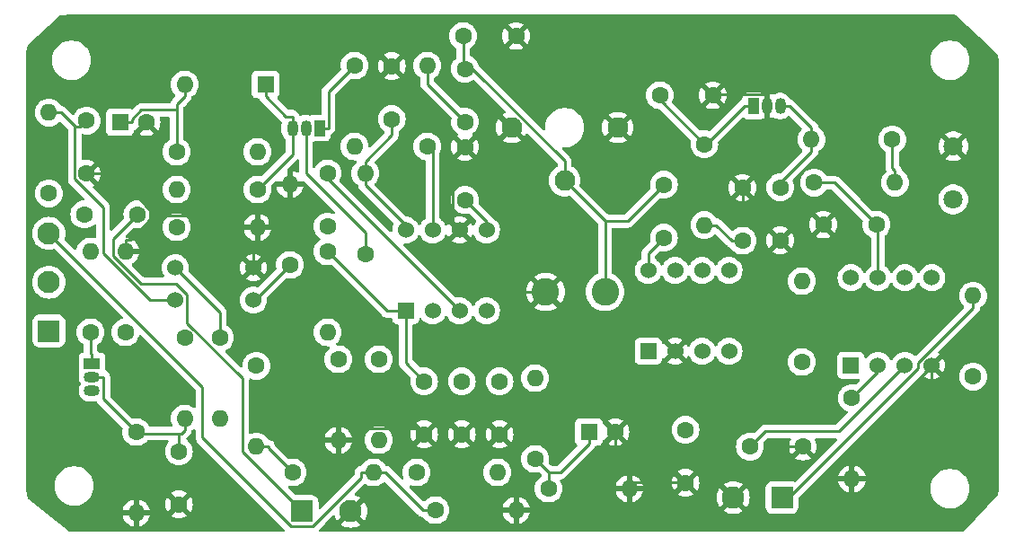
<source format=gbr>
%TF.GenerationSoftware,KiCad,Pcbnew,8.0.0*%
%TF.CreationDate,2024-03-10T20:00:21-04:00*%
%TF.ProjectId,if-and-log-amp,69662d61-6e64-42d6-9c6f-672d616d702e,1*%
%TF.SameCoordinates,Original*%
%TF.FileFunction,Copper,L2,Bot*%
%TF.FilePolarity,Positive*%
%FSLAX46Y46*%
G04 Gerber Fmt 4.6, Leading zero omitted, Abs format (unit mm)*
G04 Created by KiCad (PCBNEW 8.0.0) date 2024-03-10 20:00:21*
%MOMM*%
%LPD*%
G01*
G04 APERTURE LIST*
G04 Aperture macros list*
%AMRoundRect*
0 Rectangle with rounded corners*
0 $1 Rounding radius*
0 $2 $3 $4 $5 $6 $7 $8 $9 X,Y pos of 4 corners*
0 Add a 4 corners polygon primitive as box body*
4,1,4,$2,$3,$4,$5,$6,$7,$8,$9,$2,$3,0*
0 Add four circle primitives for the rounded corners*
1,1,$1+$1,$2,$3*
1,1,$1+$1,$4,$5*
1,1,$1+$1,$6,$7*
1,1,$1+$1,$8,$9*
0 Add four rect primitives between the rounded corners*
20,1,$1+$1,$2,$3,$4,$5,0*
20,1,$1+$1,$4,$5,$6,$7,0*
20,1,$1+$1,$6,$7,$8,$9,0*
20,1,$1+$1,$8,$9,$2,$3,0*%
G04 Aperture macros list end*
%TA.AperFunction,ComponentPad*%
%ADD10C,1.600000*%
%TD*%
%TA.AperFunction,ComponentPad*%
%ADD11O,1.600000X1.600000*%
%TD*%
%TA.AperFunction,ComponentPad*%
%ADD12R,1.524000X1.524000*%
%TD*%
%TA.AperFunction,ComponentPad*%
%ADD13C,1.524000*%
%TD*%
%TA.AperFunction,ComponentPad*%
%ADD14C,2.600000*%
%TD*%
%TA.AperFunction,ComponentPad*%
%ADD15RoundRect,0.250001X0.799999X-0.799999X0.799999X0.799999X-0.799999X0.799999X-0.799999X-0.799999X0*%
%TD*%
%TA.AperFunction,ComponentPad*%
%ADD16C,2.100000*%
%TD*%
%TA.AperFunction,ComponentPad*%
%ADD17R,1.500000X1.050000*%
%TD*%
%TA.AperFunction,ComponentPad*%
%ADD18O,1.500000X1.050000*%
%TD*%
%TA.AperFunction,ComponentPad*%
%ADD19RoundRect,0.250001X-0.799999X-0.799999X0.799999X-0.799999X0.799999X0.799999X-0.799999X0.799999X0*%
%TD*%
%TA.AperFunction,ComponentPad*%
%ADD20RoundRect,0.250001X0.799999X0.799999X-0.799999X0.799999X-0.799999X-0.799999X0.799999X-0.799999X0*%
%TD*%
%TA.AperFunction,ComponentPad*%
%ADD21R,1.050000X1.500000*%
%TD*%
%TA.AperFunction,ComponentPad*%
%ADD22O,1.050000X1.500000*%
%TD*%
%TA.AperFunction,ComponentPad*%
%ADD23C,1.800000*%
%TD*%
%TA.AperFunction,ComponentPad*%
%ADD24C,1.950000*%
%TD*%
%TA.AperFunction,ComponentPad*%
%ADD25R,1.600000X1.600000*%
%TD*%
%TA.AperFunction,Conductor*%
%ADD26C,0.250000*%
%TD*%
G04 APERTURE END LIST*
D10*
%TO.P,R328,1*%
%TO.N,Net-(D301-K)*%
X117195600Y-96926400D03*
D11*
%TO.P,R328,2*%
%TO.N,/+15*%
X109575600Y-96926400D03*
%TD*%
D10*
%TO.P,R325,1*%
%TO.N,Net-(U303--)*%
X173228000Y-116586000D03*
D11*
%TO.P,R325,2*%
%TO.N,GND*%
X173228000Y-124206000D03*
%TD*%
D10*
%TO.P,R320,1*%
%TO.N,Net-(U304-ADJ)*%
X126339600Y-85242400D03*
D11*
%TO.P,R320,2*%
%TO.N,Net-(R320-Pad2)*%
X126339600Y-92862400D03*
%TD*%
D10*
%TO.P,C321,1*%
%TO.N,GND*%
X170535600Y-100228400D03*
%TO.P,C321,2*%
%TO.N,Net-(U303-V+)*%
X175535600Y-100228400D03*
%TD*%
%TO.P,C309,1*%
%TO.N,Net-(U301-FDBK)*%
X136753600Y-97902400D03*
%TO.P,C309,2*%
%TO.N,GND*%
X136753600Y-92902400D03*
%TD*%
%TO.P,C320,1*%
%TO.N,Net-(U302-OUT)*%
X163616000Y-121158000D03*
%TO.P,C320,2*%
%TO.N,GND*%
X168616000Y-121158000D03*
%TD*%
%TO.P,R310,1*%
%TO.N,Net-(C305-Pad1)*%
X143357600Y-122326400D03*
D11*
%TO.P,R310,2*%
%TO.N,Net-(U301-COMM)*%
X143357600Y-114706400D03*
%TD*%
D12*
%TO.P,U302,1,INM*%
%TO.N,Net-(U302-INM)*%
X154025600Y-112166400D03*
D13*
%TO.P,U302,2,COM*%
%TO.N,GND*%
X156565600Y-112166400D03*
%TO.P,U302,3,OFS*%
%TO.N,unconnected-(U302-OFS-Pad3)*%
X159105600Y-112166400D03*
%TO.P,U302,4,OUT*%
%TO.N,Net-(U302-OUT)*%
X161645600Y-112166400D03*
%TO.P,U302,5,INT*%
%TO.N,unconnected-(U302-INT-Pad5)*%
X161645600Y-104546400D03*
%TO.P,U302,6,ENB*%
%TO.N,Net-(U302-ENB)*%
X159105600Y-104546400D03*
%TO.P,U302,7,VPS*%
X156565600Y-104546400D03*
%TO.P,U302,8,INP*%
%TO.N,Net-(U302-INP)*%
X154025600Y-104546400D03*
%TD*%
D10*
%TO.P,C304,1*%
%TO.N,Net-(T301-SB)*%
X123799600Y-100402400D03*
%TO.P,C304,2*%
%TO.N,Net-(U301-VINP)*%
X123799600Y-95402400D03*
%TD*%
%TO.P,C301,1*%
%TO.N,Net-(J301-In)*%
X105878000Y-99274000D03*
%TO.P,C301,2*%
%TO.N,Net-(C301-Pad2)*%
X100878000Y-99274000D03*
%TD*%
%TO.P,C314,1*%
%TO.N,Net-(C312-Pad2)*%
X136579600Y-82448400D03*
%TO.P,C314,2*%
%TO.N,GND*%
X141579600Y-82448400D03*
%TD*%
D12*
%TO.P,U303,1,NULL*%
%TO.N,unconnected-(U303-NULL-Pad1)*%
X173139100Y-113499900D03*
D13*
%TO.P,U303,2,-*%
%TO.N,Net-(U303--)*%
X175679100Y-113499900D03*
%TO.P,U303,3,+*%
%TO.N,Net-(U302-OUT)*%
X178219100Y-113499900D03*
%TO.P,U303,4,V-*%
%TO.N,GND*%
X180759100Y-113499900D03*
%TO.P,U303,5,NULL*%
%TO.N,unconnected-(U303-NULL-Pad5)*%
X180759100Y-105244900D03*
%TO.P,U303,6*%
%TO.N,Net-(R326-Pad1)*%
X178219100Y-105244900D03*
%TO.P,U303,7,V+*%
%TO.N,Net-(U303-V+)*%
X175679100Y-105244900D03*
%TO.P,U303,8,STRB*%
%TO.N,unconnected-(U303-STRB-Pad8)*%
X173139100Y-105244900D03*
%TD*%
D10*
%TO.P,R304,1*%
%TO.N,Net-(T301-AA)*%
X110337600Y-110896400D03*
D11*
%TO.P,R304,2*%
%TO.N,Net-(Q301-B)*%
X110337600Y-118516400D03*
%TD*%
D10*
%TO.P,R326,1*%
%TO.N,Net-(R326-Pad1)*%
X168503600Y-113182400D03*
D11*
%TO.P,R326,2*%
%TO.N,Net-(U303--)*%
X168503600Y-105562400D03*
%TD*%
D10*
%TO.P,C303,1*%
%TO.N,Net-(T301-AA)*%
X101092000Y-90424000D03*
%TO.P,C303,2*%
%TO.N,GND*%
X101092000Y-95424000D03*
%TD*%
%TO.P,C316,1*%
%TO.N,GND*%
X157541600Y-124572400D03*
%TO.P,C316,2*%
%TO.N,Net-(U302-INM)*%
X157541600Y-119572400D03*
%TD*%
%TO.P,C306,1*%
%TO.N,Net-(U301-COMM)*%
X140015600Y-115000400D03*
%TO.P,C306,2*%
%TO.N,GND*%
X140015600Y-120000400D03*
%TD*%
D14*
%TO.P,L301,1*%
%TO.N,GND*%
X144361600Y-106578400D03*
%TO.P,L301,2*%
%TO.N,Net-(C312-Pad2)*%
X149961600Y-106578400D03*
%TD*%
D10*
%TO.P,C312,1*%
%TO.N,Net-(C312-Pad1)*%
X136753600Y-90536400D03*
%TO.P,C312,2*%
%TO.N,Net-(C312-Pad2)*%
X136753600Y-85536400D03*
%TD*%
%TO.P,R316,1*%
%TO.N,Net-(U301-GNEG)*%
X128625600Y-112928400D03*
D11*
%TO.P,R316,2*%
%TO.N,/+10*%
X128625600Y-120548400D03*
%TD*%
D10*
%TO.P,C322,1*%
%TO.N,Net-(C312-Pad2)*%
X155509600Y-96458400D03*
%TO.P,C322,2*%
%TO.N,Net-(U302-INP)*%
X155509600Y-101458400D03*
%TD*%
D15*
%TO.P,J304,1,Pin_1*%
%TO.N,Net-(J304-Pin_1)*%
X97536000Y-110264000D03*
D16*
%TO.P,J304,2,Pin_2*%
%TO.N,Net-(J304-Pin_2)*%
X97536000Y-105664000D03*
%TO.P,J304,3,Pin_3*%
%TO.N,Net-(J304-Pin_3)*%
X97536000Y-101064000D03*
%TD*%
D10*
%TO.P,R314,1*%
%TO.N,Net-(U301-GPOS)*%
X123799600Y-102768400D03*
D11*
%TO.P,R314,2*%
%TO.N,Net-(J304-Pin_2)*%
X123799600Y-110388400D03*
%TD*%
D10*
%TO.P,C318,1*%
%TO.N,/+5*%
X155121600Y-88036400D03*
%TO.P,C318,2*%
%TO.N,GND*%
X160121600Y-88036400D03*
%TD*%
D17*
%TO.P,Q301,1,E*%
%TO.N,Net-(Q301-E)*%
X101595600Y-113330400D03*
D18*
%TO.P,Q301,2,B*%
%TO.N,Net-(Q301-B)*%
X101595600Y-114600400D03*
%TO.P,Q301,3,C*%
%TO.N,Net-(Q301-C)*%
X101595600Y-115870400D03*
%TD*%
D19*
%TO.P,J301,1,In*%
%TO.N,Net-(J301-In)*%
X121384000Y-127254000D03*
D16*
%TO.P,J301,2,Ext*%
%TO.N,GND*%
X125984000Y-127254000D03*
%TD*%
D10*
%TO.P,C317,1*%
%TO.N,Net-(U302-ENB)*%
X162915600Y-101752400D03*
%TO.P,C317,2*%
%TO.N,GND*%
X162915600Y-96752400D03*
%TD*%
%TO.P,R323,1*%
%TO.N,/+15*%
X177038000Y-92202000D03*
D11*
%TO.P,R323,2*%
%TO.N,Net-(U305-VI)*%
X169418000Y-92202000D03*
%TD*%
D20*
%TO.P,J302,1,In*%
%TO.N,Net-(J302-In)*%
X166638000Y-125970000D03*
D16*
%TO.P,J302,2,Ext*%
%TO.N,GND*%
X162038000Y-125970000D03*
%TD*%
D10*
%TO.P,R309,1*%
%TO.N,Net-(C305-Pad1)*%
X144627600Y-125120400D03*
D11*
%TO.P,R309,2*%
%TO.N,GND*%
X152247600Y-125120400D03*
%TD*%
D10*
%TO.P,C307,1*%
%TO.N,Net-(U301-GPOS)*%
X132903600Y-115000400D03*
%TO.P,C307,2*%
%TO.N,GND*%
X132903600Y-120000400D03*
%TD*%
%TO.P,R301,1*%
%TO.N,Net-(Q301-E)*%
X101447600Y-110388400D03*
D11*
%TO.P,R301,2*%
%TO.N,Net-(C301-Pad2)*%
X101447600Y-102768400D03*
%TD*%
D10*
%TO.P,R319,1*%
%TO.N,/+10*%
X109575600Y-93370400D03*
D11*
%TO.P,R319,2*%
%TO.N,Net-(U304-ADJ)*%
X117195600Y-93370400D03*
%TD*%
D10*
%TO.P,C302,1*%
%TO.N,Net-(Q301-B)*%
X109789600Y-121604400D03*
%TO.P,C302,2*%
%TO.N,GND*%
X109789600Y-126604400D03*
%TD*%
%TO.P,R306,1*%
%TO.N,Net-(T301-AB)*%
X113639600Y-110896400D03*
D11*
%TO.P,R306,2*%
%TO.N,Net-(Q301-C)*%
X113639600Y-118516400D03*
%TD*%
D13*
%TO.P,T301,1,AA*%
%TO.N,Net-(T301-AA)*%
X109448600Y-107340400D03*
%TO.P,T301,2,SB*%
%TO.N,Net-(T301-SB)*%
X116814600Y-107340400D03*
%TO.P,T301,3,AB*%
%TO.N,Net-(T301-AB)*%
X109448600Y-104292400D03*
%TO.P,T301,4,SA*%
%TO.N,GND*%
X116814600Y-104292400D03*
%TD*%
D21*
%TO.P,U305,1,VO*%
%TO.N,/+5*%
X163931600Y-89052400D03*
D22*
%TO.P,U305,2,GND*%
%TO.N,GND*%
X165201600Y-89052400D03*
%TO.P,U305,3,VI*%
%TO.N,Net-(U305-VI)*%
X166471600Y-89052400D03*
%TD*%
D21*
%TO.P,U304,1,ADJ*%
%TO.N,Net-(U304-ADJ)*%
X123037600Y-91126400D03*
D22*
%TO.P,U304,2,VO*%
%TO.N,/+10*%
X121767600Y-91126400D03*
%TO.P,U304,3,VI*%
%TO.N,Net-(D301-K)*%
X120497600Y-91126400D03*
%TD*%
D23*
%TO.P,J303,1,Pin_1*%
%TO.N,/+15*%
X182780000Y-97850000D03*
%TO.P,J303,2,Pin_2*%
%TO.N,GND*%
X182780000Y-92850000D03*
%TD*%
D24*
%TO.P,C313,1*%
%TO.N,GND*%
X141151600Y-91084400D03*
%TO.P,C313,2*%
%TO.N,Net-(C312-Pad2)*%
X146151600Y-96084400D03*
%TO.P,C313,3*%
%TO.N,GND*%
X151151600Y-91084400D03*
%TD*%
D10*
%TO.P,C310,1*%
%TO.N,GND*%
X129855600Y-85282400D03*
%TO.P,C310,2*%
%TO.N,Net-(U301-VPOS)*%
X129855600Y-90282400D03*
%TD*%
%TO.P,R311,1*%
%TO.N,/+10*%
X117094000Y-113538000D03*
D11*
%TO.P,R311,2*%
%TO.N,Net-(J304-Pin_1)*%
X117094000Y-121158000D03*
%TD*%
D10*
%TO.P,R324,1*%
%TO.N,Net-(U303-V+)*%
X169672000Y-96266000D03*
D11*
%TO.P,R324,2*%
%TO.N,/+15*%
X177292000Y-96266000D03*
%TD*%
D10*
%TO.P,R305,1*%
%TO.N,/+15*%
X97536000Y-97282000D03*
D11*
%TO.P,R305,2*%
%TO.N,Net-(T301-AA)*%
X97536000Y-89662000D03*
%TD*%
D10*
%TO.P,R302,1*%
%TO.N,Net-(Q301-E)*%
X104749600Y-110388400D03*
D11*
%TO.P,R302,2*%
%TO.N,GND*%
X104749600Y-102768400D03*
%TD*%
D10*
%TO.P,R315,1*%
%TO.N,Net-(U301-GNEG)*%
X124815600Y-112928400D03*
D11*
%TO.P,R315,2*%
%TO.N,GND*%
X124815600Y-120548400D03*
%TD*%
D12*
%TO.P,U301,1,GPOS*%
%TO.N,Net-(U301-GPOS)*%
X131165600Y-108356400D03*
D13*
%TO.P,U301,2,GNEG*%
%TO.N,Net-(U301-GNEG)*%
X133705600Y-108356400D03*
%TO.P,U301,3,VINP*%
%TO.N,Net-(U301-VINP)*%
X136245600Y-108356400D03*
%TO.P,U301,4,COMM*%
%TO.N,Net-(U301-COMM)*%
X138785600Y-108356400D03*
%TO.P,U301,5,FDBK*%
%TO.N,Net-(U301-FDBK)*%
X138785600Y-100736400D03*
%TO.P,U301,6,VNEG*%
%TO.N,GND*%
X136245600Y-100736400D03*
%TO.P,U301,7,VOUT*%
%TO.N,Net-(U301-VOUT)*%
X133705600Y-100736400D03*
%TO.P,U301,8,VPOS*%
%TO.N,Net-(U301-VPOS)*%
X131165600Y-100736400D03*
%TD*%
D10*
%TO.P,R327,1*%
%TO.N,Net-(R326-Pad1)*%
X184658000Y-114554000D03*
D11*
%TO.P,R327,2*%
%TO.N,Net-(J302-In)*%
X184658000Y-106934000D03*
%TD*%
D10*
%TO.P,R317,1*%
%TO.N,Net-(U301-VOUT)*%
X133197600Y-92862400D03*
D11*
%TO.P,R317,2*%
%TO.N,Net-(C312-Pad1)*%
X133197600Y-85242400D03*
%TD*%
D10*
%TO.P,C308,1*%
%TO.N,Net-(U301-GNEG)*%
X136459600Y-115000400D03*
%TO.P,C308,2*%
%TO.N,GND*%
X136459600Y-120000400D03*
%TD*%
D25*
%TO.P,C311,1*%
%TO.N,/+10*%
X104241600Y-90576400D03*
D10*
%TO.P,C311,2*%
%TO.N,GND*%
X106741600Y-90576400D03*
%TD*%
%TO.P,R303,1*%
%TO.N,Net-(Q301-B)*%
X105765600Y-119786400D03*
D11*
%TO.P,R303,2*%
%TO.N,GND*%
X105765600Y-127406400D03*
%TD*%
D25*
%TO.P,C305,1*%
%TO.N,Net-(C305-Pad1)*%
X148437600Y-119786400D03*
D10*
%TO.P,C305,2*%
%TO.N,GND*%
X150937600Y-119786400D03*
%TD*%
%TO.P,R312,1*%
%TO.N,Net-(J304-Pin_1)*%
X120497600Y-123596400D03*
D11*
%TO.P,R312,2*%
%TO.N,Net-(J304-Pin_3)*%
X128117600Y-123596400D03*
%TD*%
D10*
%TO.P,R307,1*%
%TO.N,Net-(T301-SB)*%
X120243600Y-104038400D03*
D11*
%TO.P,R307,2*%
%TO.N,GND*%
X120243600Y-96418400D03*
%TD*%
D25*
%TO.P,D301,1,K*%
%TO.N,Net-(D301-K)*%
X117957600Y-87020400D03*
D11*
%TO.P,D301,2,A*%
%TO.N,/+10*%
X110337600Y-87020400D03*
%TD*%
D10*
%TO.P,R313,1*%
%TO.N,Net-(J304-Pin_3)*%
X133959600Y-127152400D03*
D11*
%TO.P,R313,2*%
%TO.N,GND*%
X141579600Y-127152400D03*
%TD*%
D10*
%TO.P,R308,1*%
%TO.N,/+10*%
X132181600Y-123596400D03*
D11*
%TO.P,R308,2*%
%TO.N,Net-(C305-Pad1)*%
X139801600Y-123596400D03*
%TD*%
D10*
%TO.P,R318,1*%
%TO.N,/+10*%
X127355600Y-103022400D03*
D11*
%TO.P,R318,2*%
%TO.N,Net-(U301-VPOS)*%
X127355600Y-95402400D03*
%TD*%
D10*
%TO.P,R322,1*%
%TO.N,/+5*%
X159319600Y-92648400D03*
D11*
%TO.P,R322,2*%
%TO.N,Net-(U302-ENB)*%
X159319600Y-100268400D03*
%TD*%
D10*
%TO.P,C319,1*%
%TO.N,Net-(U305-VI)*%
X166471600Y-96712400D03*
%TO.P,C319,2*%
%TO.N,GND*%
X166471600Y-101712400D03*
%TD*%
%TO.P,R321,1*%
%TO.N,Net-(R320-Pad2)*%
X109575600Y-100482400D03*
D11*
%TO.P,R321,2*%
%TO.N,GND*%
X117195600Y-100482400D03*
%TD*%
D26*
%TO.N,Net-(Q301-B)*%
X110337600Y-119641700D02*
X110063600Y-119915700D01*
X110337600Y-118516400D02*
X110337600Y-119641700D01*
X109789600Y-119915700D02*
X109789600Y-121604400D01*
X105894900Y-119915700D02*
X105765600Y-119786400D01*
X102670900Y-116691700D02*
X105765600Y-119786400D01*
X101595600Y-114600400D02*
X102670900Y-114600400D01*
X109789600Y-119915700D02*
X105894900Y-119915700D01*
X110063600Y-119915700D02*
X109789600Y-119915700D01*
X102670900Y-114600400D02*
X102670900Y-116691700D01*
%TO.N,GND*%
X117195600Y-101607700D02*
X116814600Y-101988700D01*
X153969900Y-114762100D02*
X152545300Y-114762100D01*
X132326300Y-119423100D02*
X127066200Y-119423100D01*
X105171600Y-101643100D02*
X107055900Y-99758800D01*
X136245600Y-100736400D02*
X142087600Y-106578400D01*
X103643900Y-93674100D02*
X103643900Y-95424000D01*
X150937600Y-122685100D02*
X152247600Y-123995100D01*
X152247600Y-124557700D02*
X152247600Y-123995100D01*
X107055900Y-99346500D02*
X107055900Y-98836000D01*
X180759100Y-115549600D02*
X173228000Y-123080700D01*
X173228000Y-124206000D02*
X173228000Y-123080700D01*
X135610100Y-94045900D02*
X135610100Y-100100900D01*
X117195600Y-100482400D02*
X116070300Y-100482400D01*
X152545300Y-118178700D02*
X150937600Y-119786400D01*
X117195600Y-100482400D02*
X117195600Y-101607700D01*
X165201600Y-94466400D02*
X162915600Y-96752400D01*
X104749600Y-101643100D02*
X105171600Y-101643100D01*
X135610100Y-100100900D02*
X136245600Y-100736400D01*
X124815600Y-120548400D02*
X125940900Y-120548400D01*
X162915600Y-98156400D02*
X162915600Y-96752400D01*
X162038000Y-125970000D02*
X166850000Y-121158000D01*
X150937600Y-119786400D02*
X150937600Y-122685100D01*
X152545300Y-114762100D02*
X144361600Y-106578400D01*
X127066200Y-119423100D02*
X125940900Y-120548400D01*
X165201600Y-89052400D02*
X165201600Y-87977100D01*
X166850000Y-121158000D02*
X168616000Y-121158000D01*
X152545300Y-114762100D02*
X152545300Y-118178700D01*
X117195600Y-100482400D02*
X118320900Y-100482400D01*
X104749600Y-102768400D02*
X104749600Y-101643100D01*
X141579600Y-121564400D02*
X140015600Y-120000400D01*
X132903600Y-120000400D02*
X132326300Y-119423100D01*
X141579600Y-127152400D02*
X141579600Y-121564400D01*
X136753600Y-92902400D02*
X135610100Y-94045900D01*
X107055900Y-99758800D02*
X107055900Y-99346500D01*
X157526900Y-124557700D02*
X157541600Y-124572400D01*
X165201600Y-89052400D02*
X165201600Y-94466400D01*
X180759100Y-113499900D02*
X180759100Y-115549600D01*
X166471600Y-101712400D02*
X162915600Y-98156400D01*
X116814600Y-101988700D02*
X116814600Y-104292400D01*
X118320900Y-99466400D02*
X118320900Y-100482400D01*
X120243600Y-96418400D02*
X120243600Y-97543700D01*
X107055900Y-99346500D02*
X114934400Y-99346500D01*
X114934400Y-99346500D02*
X116070300Y-100482400D01*
X120243600Y-97543700D02*
X118320900Y-99466400D01*
X106741600Y-90576400D02*
X103643900Y-93674100D01*
X107055900Y-98836000D02*
X103643900Y-95424000D01*
X160121600Y-88036400D02*
X160180900Y-87977100D01*
X152247600Y-124557700D02*
X157526900Y-124557700D01*
X103643900Y-95424000D02*
X101092000Y-95424000D01*
X152247600Y-125120400D02*
X152247600Y-124557700D01*
X156565600Y-112166400D02*
X153969900Y-114762100D01*
X142087600Y-106578400D02*
X144361600Y-106578400D01*
X160180900Y-87977100D02*
X165201600Y-87977100D01*
%TO.N,Net-(T301-AA)*%
X100016000Y-91016700D02*
X98661300Y-89662000D01*
X97536000Y-89662000D02*
X98661300Y-89662000D01*
X102648300Y-102900600D02*
X107088100Y-107340400D01*
X102648300Y-98607700D02*
X102648300Y-102900600D01*
X100016000Y-91016700D02*
X99961300Y-91071400D01*
X99961300Y-91071400D02*
X99961300Y-95920700D01*
X99961300Y-95920700D02*
X102648300Y-98607700D01*
X107088100Y-107340400D02*
X109448600Y-107340400D01*
X101092000Y-90424000D02*
X100499300Y-91016700D01*
X100499300Y-91016700D02*
X100016000Y-91016700D01*
%TO.N,/+5*%
X163931600Y-89052400D02*
X163081300Y-89052400D01*
X155121600Y-88450400D02*
X155121600Y-88036400D01*
X159485300Y-92648400D02*
X159319600Y-92648400D01*
X163081300Y-89052400D02*
X159485300Y-92648400D01*
X159319600Y-92648400D02*
X155121600Y-88450400D01*
%TO.N,Net-(C312-Pad1)*%
X133197600Y-85242400D02*
X133197600Y-86980400D01*
X133197600Y-86980400D02*
X136753600Y-90536400D01*
%TO.N,/+10*%
X110337600Y-88145700D02*
X109575600Y-88907700D01*
X121767600Y-91126400D02*
X121767600Y-95421700D01*
X105366900Y-90576400D02*
X105366900Y-90295100D01*
X109575600Y-89416700D02*
X109575600Y-93370400D01*
X109575600Y-88907700D02*
X109575600Y-89416700D01*
X127355600Y-101009700D02*
X127355600Y-103022400D01*
X110337600Y-87020400D02*
X110337600Y-88145700D01*
X104241600Y-90576400D02*
X105366900Y-90576400D01*
X105366900Y-90295100D02*
X106245300Y-89416700D01*
X106245300Y-89416700D02*
X109575600Y-89416700D01*
X121767600Y-95421700D02*
X127355600Y-101009700D01*
%TO.N,Net-(U301-VINP)*%
X136245600Y-108356400D02*
X123799600Y-95910400D01*
X123799600Y-95910400D02*
X123799600Y-95402400D01*
%TO.N,Net-(C305-Pad1)*%
X144627600Y-123596400D02*
X144627600Y-125120400D01*
X143357600Y-122326400D02*
X144627600Y-123596400D01*
X148437600Y-120911700D02*
X145752900Y-123596400D01*
X145752900Y-123596400D02*
X144627600Y-123596400D01*
X148437600Y-119786400D02*
X148437600Y-120911700D01*
%TO.N,Net-(U301-GPOS)*%
X131165600Y-113262400D02*
X132903600Y-115000400D01*
X129387600Y-108356400D02*
X123799600Y-102768400D01*
X131165600Y-108356400D02*
X129387600Y-108356400D01*
X131165600Y-108356400D02*
X131165600Y-113262400D01*
%TO.N,/+15*%
X177038000Y-94886700D02*
X177038000Y-92202000D01*
X177292000Y-95140700D02*
X177038000Y-94886700D01*
X177292000Y-96266000D02*
X177292000Y-95140700D01*
%TO.N,Net-(U301-FDBK)*%
X138785600Y-100736400D02*
X138785600Y-99934400D01*
X138785600Y-99934400D02*
X136753600Y-97902400D01*
%TO.N,Net-(U301-VPOS)*%
X127355600Y-95402400D02*
X127355600Y-94277100D01*
X129855600Y-91777100D02*
X127355600Y-94277100D01*
X127355600Y-95402400D02*
X127355600Y-96527700D01*
X131165600Y-100736400D02*
X131165600Y-100337700D01*
X131165600Y-100337700D02*
X127355600Y-96527700D01*
X129855600Y-90282400D02*
X129855600Y-91777100D01*
%TO.N,Net-(C312-Pad2)*%
X149961600Y-99894400D02*
X152073600Y-99894400D01*
X136753600Y-85536500D02*
X136753600Y-85536400D01*
X149961600Y-99894400D02*
X146151600Y-96084400D01*
X152073600Y-99894400D02*
X155509600Y-96458400D01*
X149961600Y-106578400D02*
X149961600Y-99894400D01*
X146151600Y-96084400D02*
X146151600Y-94242200D01*
X146151600Y-94242200D02*
X137445900Y-85536500D01*
X137445900Y-85536500D02*
X136753600Y-85536500D01*
X136753600Y-85536400D02*
X136579600Y-85362400D01*
X136579600Y-85362400D02*
X136579600Y-82448400D01*
%TO.N,Net-(U302-ENB)*%
X159319600Y-100268400D02*
X160444900Y-100268400D01*
X161928900Y-101752400D02*
X160444900Y-100268400D01*
X162915600Y-101752400D02*
X161928900Y-101752400D01*
%TO.N,Net-(U305-VI)*%
X166471600Y-89052400D02*
X167321900Y-89052400D01*
X169418000Y-92202000D02*
X169418000Y-91076700D01*
X169346200Y-91076700D02*
X169418000Y-91076700D01*
X169418000Y-92202000D02*
X169418000Y-93327300D01*
X166471600Y-96273700D02*
X169418000Y-93327300D01*
X166471600Y-96712400D02*
X166471600Y-96273700D01*
X167321900Y-89052400D02*
X169346200Y-91076700D01*
%TO.N,Net-(U302-OUT)*%
X165047500Y-119726500D02*
X163616000Y-121158000D01*
X171992500Y-119726500D02*
X165047500Y-119726500D01*
X178219100Y-113499900D02*
X171992500Y-119726500D01*
%TO.N,Net-(U303-V+)*%
X175679100Y-100371900D02*
X175535600Y-100228400D01*
X171573200Y-96266000D02*
X175535600Y-100228400D01*
X169672000Y-96266000D02*
X171573200Y-96266000D01*
X175679100Y-105244900D02*
X175679100Y-100371900D01*
%TO.N,Net-(U302-INP)*%
X154025600Y-102942400D02*
X154025600Y-104546400D01*
X155509600Y-101458400D02*
X154025600Y-102942400D01*
%TO.N,Net-(D301-K)*%
X120497600Y-91126400D02*
X120497600Y-93624400D01*
X120497600Y-93624400D02*
X117195600Y-96926400D01*
X117957600Y-87020400D02*
X117957600Y-88145700D01*
X120497600Y-91126400D02*
X120497600Y-90051100D01*
X119863000Y-90051100D02*
X120497600Y-90051100D01*
X117957600Y-88145700D02*
X119863000Y-90051100D01*
%TO.N,Net-(J304-Pin_3)*%
X126992300Y-123596400D02*
X126992300Y-124068600D01*
X132798900Y-127152400D02*
X129242900Y-123596400D01*
X111988600Y-115516600D02*
X97536000Y-101064000D01*
X128117600Y-123596400D02*
X126992300Y-123596400D01*
X120332700Y-128634700D02*
X111988600Y-120290600D01*
X111988600Y-120290600D02*
X111988600Y-115516600D01*
X133959600Y-127152400D02*
X132798900Y-127152400D01*
X122426200Y-128634700D02*
X120332700Y-128634700D01*
X126992300Y-124068600D02*
X122426200Y-128634700D01*
X128117600Y-123596400D02*
X129242900Y-123596400D01*
%TO.N,Net-(J304-Pin_1)*%
X120497600Y-123596400D02*
X118219300Y-121318100D01*
X118219300Y-121318100D02*
X118219300Y-121158000D01*
X117094000Y-121158000D02*
X118219300Y-121158000D01*
%TO.N,Net-(Q301-E)*%
X101595600Y-113330400D02*
X101595600Y-112480100D01*
X101447600Y-112332100D02*
X101447600Y-110388400D01*
X101595600Y-112480100D02*
X101447600Y-112332100D01*
%TO.N,Net-(T301-AB)*%
X113639600Y-108483400D02*
X109448600Y-104292400D01*
X113639600Y-110896400D02*
X113639600Y-108483400D01*
%TO.N,Net-(U301-VOUT)*%
X133705600Y-93370400D02*
X133197600Y-92862400D01*
X133705600Y-100736400D02*
X133705600Y-93370400D01*
%TO.N,Net-(U304-ADJ)*%
X123037600Y-91126400D02*
X123887900Y-91126400D01*
X123887900Y-91126400D02*
X123887900Y-87694100D01*
X123887900Y-87694100D02*
X126339600Y-85242400D01*
%TO.N,Net-(U303--)*%
X175679100Y-114134900D02*
X173228000Y-116586000D01*
X175679100Y-113499900D02*
X175679100Y-114134900D01*
%TO.N,Net-(J301-In)*%
X110561000Y-109528200D02*
X110561000Y-106856400D01*
X115773000Y-121643000D02*
X115773000Y-114740200D01*
X121384000Y-127254000D02*
X115773000Y-121643000D01*
X110561000Y-106856400D02*
X109521000Y-105816400D01*
X115773000Y-114740200D02*
X110561000Y-109528200D01*
X103608500Y-101543500D02*
X105878000Y-99274000D01*
X103608500Y-103223900D02*
X103608500Y-101543500D01*
X109521000Y-105816400D02*
X106201000Y-105816400D01*
X106201000Y-105816400D02*
X103608500Y-103223900D01*
%TO.N,Net-(T301-SB)*%
X116941600Y-107340400D02*
X116814600Y-107340400D01*
X120243600Y-104038400D02*
X116941600Y-107340400D01*
%TO.N,Net-(J302-In)*%
X179489100Y-113228200D02*
X184658000Y-108059300D01*
X166638000Y-125970000D02*
X167298800Y-125970000D01*
X167298800Y-125970000D02*
X179489100Y-113779700D01*
X184658000Y-106934000D02*
X184658000Y-108059300D01*
X179489100Y-113779700D02*
X179489100Y-113228200D01*
%TD*%
%TA.AperFunction,Conductor*%
%TO.N,GND*%
G36*
X121053434Y-94066984D02*
G01*
X121109367Y-94108856D01*
X121133784Y-94174320D01*
X121134100Y-94183166D01*
X121134100Y-95216725D01*
X121114415Y-95283764D01*
X121061611Y-95329519D01*
X120992453Y-95339463D01*
X120938977Y-95318300D01*
X120896087Y-95288269D01*
X120896083Y-95288266D01*
X120689928Y-95192134D01*
X120493600Y-95139527D01*
X120493600Y-96102714D01*
X120489206Y-96098320D01*
X120397994Y-96045659D01*
X120296261Y-96018400D01*
X120190939Y-96018400D01*
X120089206Y-96045659D01*
X119997994Y-96098320D01*
X119993600Y-96102714D01*
X119993600Y-95078377D01*
X119996948Y-95078377D01*
X119995223Y-95049393D01*
X120028381Y-94989521D01*
X120922419Y-94095485D01*
X120983742Y-94062000D01*
X121053434Y-94066984D01*
G37*
%TD.AperFunction*%
%TA.AperFunction,Conductor*%
G36*
X182536511Y-80416407D02*
G01*
X182739197Y-80418749D01*
X182749204Y-80419270D01*
X182968143Y-80439558D01*
X183033081Y-80465344D01*
X183041511Y-80472566D01*
X186283207Y-83511656D01*
X186915974Y-84104876D01*
X186949117Y-84135947D01*
X186984561Y-84196159D01*
X186986197Y-84203624D01*
X187003683Y-84297163D01*
X187005265Y-84308507D01*
X187042729Y-84712795D01*
X187043250Y-84722804D01*
X187045592Y-84925487D01*
X187045600Y-84926920D01*
X187045600Y-125194936D01*
X187045591Y-125196458D01*
X187043261Y-125386230D01*
X187042673Y-125396863D01*
X187020910Y-125617805D01*
X186994748Y-125682592D01*
X186988373Y-125690026D01*
X183840269Y-129080292D01*
X183780228Y-129116024D01*
X183773595Y-129117533D01*
X183648515Y-129142414D01*
X183636478Y-129144200D01*
X183258063Y-129181473D01*
X183247430Y-129182061D01*
X183057658Y-129184391D01*
X183056136Y-129184400D01*
X123071767Y-129184400D01*
X123004728Y-129164715D01*
X122958973Y-129111911D01*
X122949029Y-129042753D01*
X122978054Y-128979197D01*
X122984086Y-128972719D01*
X123578139Y-128378665D01*
X124293961Y-127662842D01*
X124355280Y-127629360D01*
X124424971Y-127634344D01*
X124480905Y-127676215D01*
X124502211Y-127721574D01*
X124505306Y-127734463D01*
X124598668Y-127959861D01*
X124722504Y-128161941D01*
X125460212Y-127424233D01*
X125471482Y-127466292D01*
X125543890Y-127591708D01*
X125646292Y-127694110D01*
X125771708Y-127766518D01*
X125813765Y-127777787D01*
X125076057Y-128515494D01*
X125278138Y-128639331D01*
X125503542Y-128732696D01*
X125740780Y-128789651D01*
X125740779Y-128789651D01*
X125984000Y-128808792D01*
X126227219Y-128789651D01*
X126464457Y-128732696D01*
X126689861Y-128639331D01*
X126891941Y-128515495D01*
X126891941Y-128515494D01*
X126154235Y-127777787D01*
X126196292Y-127766518D01*
X126321708Y-127694110D01*
X126424110Y-127591708D01*
X126496518Y-127466292D01*
X126507787Y-127424234D01*
X127245494Y-128161941D01*
X127245495Y-128161941D01*
X127369331Y-127959861D01*
X127462696Y-127734457D01*
X127519651Y-127497219D01*
X127538792Y-127254000D01*
X127519651Y-127010780D01*
X127462696Y-126773542D01*
X127369331Y-126548138D01*
X127245494Y-126346057D01*
X126507787Y-127083764D01*
X126496518Y-127041708D01*
X126424110Y-126916292D01*
X126321708Y-126813890D01*
X126196292Y-126741482D01*
X126154234Y-126730212D01*
X126891941Y-125992504D01*
X126689861Y-125868668D01*
X126464463Y-125775306D01*
X126451574Y-125772211D01*
X126390983Y-125737417D01*
X126358822Y-125675390D01*
X126365301Y-125605821D01*
X126392841Y-125563962D01*
X127247314Y-124709489D01*
X127308635Y-124676006D01*
X127378327Y-124680990D01*
X127406113Y-124695595D01*
X127460851Y-124733923D01*
X127585691Y-124792136D01*
X127668350Y-124830681D01*
X127668352Y-124830681D01*
X127668357Y-124830684D01*
X127889513Y-124889943D01*
X128052432Y-124904196D01*
X128117598Y-124909898D01*
X128117600Y-124909898D01*
X128117602Y-124909898D01*
X128174621Y-124904909D01*
X128345687Y-124889943D01*
X128566843Y-124830684D01*
X128774349Y-124733923D01*
X128961900Y-124602598D01*
X129069866Y-124494632D01*
X129131189Y-124461147D01*
X129200881Y-124466131D01*
X129245228Y-124494632D01*
X132306829Y-127556233D01*
X132352234Y-127601638D01*
X132395068Y-127644472D01*
X132498818Y-127713796D01*
X132498824Y-127713799D01*
X132498825Y-127713800D01*
X132614115Y-127761555D01*
X132736501Y-127785899D01*
X132736505Y-127785900D01*
X132736506Y-127785900D01*
X132741248Y-127785900D01*
X132808287Y-127805585D01*
X132842820Y-127838773D01*
X132953402Y-127996700D01*
X133115300Y-128158598D01*
X133302851Y-128289923D01*
X133427691Y-128348136D01*
X133510350Y-128386681D01*
X133510352Y-128386681D01*
X133510357Y-128386684D01*
X133731513Y-128445943D01*
X133894432Y-128460196D01*
X133959598Y-128465898D01*
X133959600Y-128465898D01*
X133959602Y-128465898D01*
X134016621Y-128460909D01*
X134187687Y-128445943D01*
X134408843Y-128386684D01*
X134616349Y-128289923D01*
X134803900Y-128158598D01*
X134965798Y-127996700D01*
X135097123Y-127809149D01*
X135193884Y-127601643D01*
X135253143Y-127380487D01*
X135273098Y-127152400D01*
X135253143Y-126924313D01*
X135247271Y-126902399D01*
X140300727Y-126902399D01*
X140300728Y-126902400D01*
X141263914Y-126902400D01*
X141259520Y-126906794D01*
X141206859Y-126998006D01*
X141179600Y-127099739D01*
X141179600Y-127205061D01*
X141206859Y-127306794D01*
X141259520Y-127398006D01*
X141263914Y-127402400D01*
X140300728Y-127402400D01*
X140353330Y-127598717D01*
X140353334Y-127598726D01*
X140449465Y-127804882D01*
X140579942Y-127991220D01*
X140740779Y-128152057D01*
X140927117Y-128282534D01*
X141133273Y-128378665D01*
X141133282Y-128378669D01*
X141329599Y-128431272D01*
X141329600Y-128431271D01*
X141329600Y-127468086D01*
X141333994Y-127472480D01*
X141425206Y-127525141D01*
X141526939Y-127552400D01*
X141632261Y-127552400D01*
X141733994Y-127525141D01*
X141825206Y-127472480D01*
X141829600Y-127468086D01*
X141829600Y-128431272D01*
X142025917Y-128378669D01*
X142025926Y-128378665D01*
X142232082Y-128282534D01*
X142418420Y-128152057D01*
X142579257Y-127991220D01*
X142709734Y-127804882D01*
X142805865Y-127598726D01*
X142805869Y-127598717D01*
X142858472Y-127402400D01*
X141895286Y-127402400D01*
X141899680Y-127398006D01*
X141952341Y-127306794D01*
X141979600Y-127205061D01*
X141979600Y-127099739D01*
X141952341Y-126998006D01*
X141899680Y-126906794D01*
X141895286Y-126902400D01*
X142858472Y-126902400D01*
X142858472Y-126902399D01*
X142805869Y-126706082D01*
X142805865Y-126706073D01*
X142709734Y-126499917D01*
X142579257Y-126313579D01*
X142418420Y-126152742D01*
X142232082Y-126022265D01*
X142025928Y-125926134D01*
X141829600Y-125873527D01*
X141829600Y-126836714D01*
X141825206Y-126832320D01*
X141733994Y-126779659D01*
X141632261Y-126752400D01*
X141526939Y-126752400D01*
X141425206Y-126779659D01*
X141333994Y-126832320D01*
X141329600Y-126836714D01*
X141329600Y-125873527D01*
X141133271Y-125926134D01*
X140927117Y-126022265D01*
X140740779Y-126152742D01*
X140579942Y-126313579D01*
X140449465Y-126499917D01*
X140353334Y-126706073D01*
X140353330Y-126706082D01*
X140300727Y-126902399D01*
X135247271Y-126902399D01*
X135193884Y-126703157D01*
X135097123Y-126495651D01*
X134965798Y-126308100D01*
X134803900Y-126146202D01*
X134616349Y-126014877D01*
X134568370Y-125992504D01*
X134408849Y-125918118D01*
X134408838Y-125918114D01*
X134187689Y-125858857D01*
X134187681Y-125858856D01*
X133959602Y-125838902D01*
X133959598Y-125838902D01*
X133731518Y-125858856D01*
X133731510Y-125858857D01*
X133510361Y-125918114D01*
X133510350Y-125918118D01*
X133302854Y-126014875D01*
X133302852Y-126014876D01*
X133263531Y-126042409D01*
X133136637Y-126131262D01*
X133115299Y-126146203D01*
X132989634Y-126271868D01*
X132928311Y-126305352D01*
X132858619Y-126300368D01*
X132814272Y-126271867D01*
X131556445Y-125014041D01*
X131522960Y-124952718D01*
X131527944Y-124883026D01*
X131569816Y-124827093D01*
X131635280Y-124802676D01*
X131696530Y-124813978D01*
X131732350Y-124830681D01*
X131732352Y-124830681D01*
X131732357Y-124830684D01*
X131953513Y-124889943D01*
X132116432Y-124904196D01*
X132181598Y-124909898D01*
X132181600Y-124909898D01*
X132181602Y-124909898D01*
X132238621Y-124904909D01*
X132409687Y-124889943D01*
X132630843Y-124830684D01*
X132838349Y-124733923D01*
X133025900Y-124602598D01*
X133187798Y-124440700D01*
X133319123Y-124253149D01*
X133415884Y-124045643D01*
X133475143Y-123824487D01*
X133493038Y-123619942D01*
X133495098Y-123596401D01*
X138488102Y-123596401D01*
X138508056Y-123824481D01*
X138508057Y-123824489D01*
X138567314Y-124045638D01*
X138567318Y-124045649D01*
X138658466Y-124241117D01*
X138664077Y-124253149D01*
X138795402Y-124440700D01*
X138957300Y-124602598D01*
X139144851Y-124733923D01*
X139269691Y-124792136D01*
X139352350Y-124830681D01*
X139352352Y-124830681D01*
X139352357Y-124830684D01*
X139573513Y-124889943D01*
X139736432Y-124904196D01*
X139801598Y-124909898D01*
X139801600Y-124909898D01*
X139801602Y-124909898D01*
X139858621Y-124904909D01*
X140029687Y-124889943D01*
X140250843Y-124830684D01*
X140458349Y-124733923D01*
X140645900Y-124602598D01*
X140807798Y-124440700D01*
X140939123Y-124253149D01*
X141035884Y-124045643D01*
X141095143Y-123824487D01*
X141113038Y-123619942D01*
X141115098Y-123596401D01*
X141115098Y-123596398D01*
X141106084Y-123493373D01*
X141095143Y-123368313D01*
X141035884Y-123147157D01*
X140939123Y-122939651D01*
X140807798Y-122752100D01*
X140645900Y-122590202D01*
X140458349Y-122458877D01*
X140436533Y-122448704D01*
X140250849Y-122362118D01*
X140250838Y-122362114D01*
X140117556Y-122326401D01*
X142044102Y-122326401D01*
X142064056Y-122554481D01*
X142064057Y-122554489D01*
X142123314Y-122775638D01*
X142123318Y-122775649D01*
X142220075Y-122983145D01*
X142220077Y-122983149D01*
X142351402Y-123170700D01*
X142513300Y-123332598D01*
X142700851Y-123463923D01*
X142825691Y-123522136D01*
X142908350Y-123560681D01*
X142908352Y-123560681D01*
X142908357Y-123560684D01*
X143129513Y-123619943D01*
X143292432Y-123634196D01*
X143357598Y-123639898D01*
X143357600Y-123639898D01*
X143357602Y-123639898D01*
X143416613Y-123634735D01*
X143585687Y-123619943D01*
X143650257Y-123602641D01*
X143720106Y-123604304D01*
X143770031Y-123634735D01*
X143953006Y-123817710D01*
X143986491Y-123879033D01*
X143981507Y-123948725D01*
X143939635Y-124004658D01*
X143936449Y-124006965D01*
X143783299Y-124114202D01*
X143621406Y-124276095D01*
X143621403Y-124276098D01*
X143621402Y-124276100D01*
X143564967Y-124356697D01*
X143490076Y-124463652D01*
X143490075Y-124463654D01*
X143393318Y-124671150D01*
X143393314Y-124671161D01*
X143334057Y-124892310D01*
X143334056Y-124892318D01*
X143314102Y-125120398D01*
X143314102Y-125120401D01*
X143334056Y-125348481D01*
X143334057Y-125348489D01*
X143393314Y-125569638D01*
X143393318Y-125569649D01*
X143490075Y-125777145D01*
X143490077Y-125777149D01*
X143621402Y-125964700D01*
X143783300Y-126126598D01*
X143970851Y-126257923D01*
X144095691Y-126316136D01*
X144178350Y-126354681D01*
X144178352Y-126354681D01*
X144178357Y-126354684D01*
X144399513Y-126413943D01*
X144562432Y-126428196D01*
X144627598Y-126433898D01*
X144627600Y-126433898D01*
X144627602Y-126433898D01*
X144684621Y-126428909D01*
X144855687Y-126413943D01*
X145076843Y-126354684D01*
X145284349Y-126257923D01*
X145471900Y-126126598D01*
X145633798Y-125964700D01*
X145765123Y-125777149D01*
X145861884Y-125569643D01*
X145921143Y-125348487D01*
X145941098Y-125120400D01*
X145941015Y-125119456D01*
X145930487Y-124999112D01*
X145921143Y-124892313D01*
X145915271Y-124870399D01*
X150968727Y-124870399D01*
X150968728Y-124870400D01*
X151931914Y-124870400D01*
X151927520Y-124874794D01*
X151874859Y-124966006D01*
X151847600Y-125067739D01*
X151847600Y-125173061D01*
X151874859Y-125274794D01*
X151927520Y-125366006D01*
X151931914Y-125370400D01*
X150968728Y-125370400D01*
X151021330Y-125566717D01*
X151021334Y-125566726D01*
X151117465Y-125772882D01*
X151247942Y-125959220D01*
X151408779Y-126120057D01*
X151595117Y-126250534D01*
X151801273Y-126346665D01*
X151801282Y-126346669D01*
X151997599Y-126399272D01*
X151997600Y-126399271D01*
X151997600Y-125436086D01*
X152001994Y-125440480D01*
X152093206Y-125493141D01*
X152194939Y-125520400D01*
X152300261Y-125520400D01*
X152401994Y-125493141D01*
X152493206Y-125440480D01*
X152497600Y-125436086D01*
X152497600Y-126399272D01*
X152693917Y-126346669D01*
X152693926Y-126346665D01*
X152900082Y-126250534D01*
X153086420Y-126120057D01*
X153236477Y-125970000D01*
X160483207Y-125970000D01*
X160502348Y-126213219D01*
X160559303Y-126450457D01*
X160652668Y-126675861D01*
X160776504Y-126877941D01*
X161514212Y-126140233D01*
X161525482Y-126182292D01*
X161597890Y-126307708D01*
X161700292Y-126410110D01*
X161825708Y-126482518D01*
X161867765Y-126493787D01*
X161130057Y-127231494D01*
X161332138Y-127355331D01*
X161557542Y-127448696D01*
X161794780Y-127505651D01*
X161794779Y-127505651D01*
X162038000Y-127524792D01*
X162281219Y-127505651D01*
X162518457Y-127448696D01*
X162743861Y-127355331D01*
X162945941Y-127231495D01*
X162945941Y-127231494D01*
X162208235Y-126493787D01*
X162250292Y-126482518D01*
X162375708Y-126410110D01*
X162478110Y-126307708D01*
X162550518Y-126182292D01*
X162561787Y-126140234D01*
X163299494Y-126877941D01*
X163299495Y-126877941D01*
X163423331Y-126675861D01*
X163516696Y-126450457D01*
X163573651Y-126213219D01*
X163592792Y-125970000D01*
X163573651Y-125726780D01*
X163516696Y-125489542D01*
X163423331Y-125264138D01*
X163299494Y-125062057D01*
X162561787Y-125799764D01*
X162550518Y-125757708D01*
X162478110Y-125632292D01*
X162375708Y-125529890D01*
X162250292Y-125457482D01*
X162208234Y-125446212D01*
X162945941Y-124708504D01*
X162743861Y-124584668D01*
X162518457Y-124491303D01*
X162281219Y-124434348D01*
X162281220Y-124434348D01*
X162038000Y-124415207D01*
X161794780Y-124434348D01*
X161557542Y-124491303D01*
X161332138Y-124584668D01*
X161130057Y-124708504D01*
X161867766Y-125446212D01*
X161825708Y-125457482D01*
X161700292Y-125529890D01*
X161597890Y-125632292D01*
X161525482Y-125757708D01*
X161514212Y-125799765D01*
X160776504Y-125062057D01*
X160652668Y-125264138D01*
X160559303Y-125489542D01*
X160502348Y-125726780D01*
X160483207Y-125970000D01*
X153236477Y-125970000D01*
X153247257Y-125959220D01*
X153377734Y-125772882D01*
X153473865Y-125566726D01*
X153473869Y-125566717D01*
X153526472Y-125370400D01*
X152563286Y-125370400D01*
X152567680Y-125366006D01*
X152620341Y-125274794D01*
X152647600Y-125173061D01*
X152647600Y-125067739D01*
X152620341Y-124966006D01*
X152567680Y-124874794D01*
X152563286Y-124870400D01*
X153526472Y-124870400D01*
X153526472Y-124870399D01*
X153473869Y-124674082D01*
X153473865Y-124674073D01*
X153426456Y-124572402D01*
X156236634Y-124572402D01*
X156256458Y-124798999D01*
X156256460Y-124799010D01*
X156315330Y-125018717D01*
X156315335Y-125018731D01*
X156411463Y-125224878D01*
X156462574Y-125297872D01*
X157141600Y-124618846D01*
X157141600Y-124625061D01*
X157168859Y-124726794D01*
X157221520Y-124818006D01*
X157295994Y-124892480D01*
X157387206Y-124945141D01*
X157488939Y-124972400D01*
X157495153Y-124972400D01*
X156816126Y-125651425D01*
X156889113Y-125702532D01*
X156889121Y-125702536D01*
X157095268Y-125798664D01*
X157095282Y-125798669D01*
X157314989Y-125857539D01*
X157315000Y-125857541D01*
X157541598Y-125877366D01*
X157541602Y-125877366D01*
X157768199Y-125857541D01*
X157768210Y-125857539D01*
X157987917Y-125798669D01*
X157987931Y-125798664D01*
X158194078Y-125702536D01*
X158267071Y-125651424D01*
X157588047Y-124972400D01*
X157594261Y-124972400D01*
X157695994Y-124945141D01*
X157787206Y-124892480D01*
X157861680Y-124818006D01*
X157914341Y-124726794D01*
X157941600Y-124625061D01*
X157941600Y-124618847D01*
X158620624Y-125297871D01*
X158671736Y-125224878D01*
X158767864Y-125018731D01*
X158767869Y-125018717D01*
X158826739Y-124799010D01*
X158826741Y-124798999D01*
X158846566Y-124572402D01*
X158846566Y-124572397D01*
X158826741Y-124345800D01*
X158826739Y-124345789D01*
X158767869Y-124126082D01*
X158767864Y-124126068D01*
X158671736Y-123919921D01*
X158671732Y-123919913D01*
X158620625Y-123846926D01*
X157941600Y-124525951D01*
X157941600Y-124519739D01*
X157914341Y-124418006D01*
X157861680Y-124326794D01*
X157787206Y-124252320D01*
X157695994Y-124199659D01*
X157594261Y-124172400D01*
X157588048Y-124172400D01*
X158267072Y-123493374D01*
X158194078Y-123442263D01*
X157987931Y-123346135D01*
X157987917Y-123346130D01*
X157768210Y-123287260D01*
X157768199Y-123287258D01*
X157541602Y-123267434D01*
X157541598Y-123267434D01*
X157315000Y-123287258D01*
X157314989Y-123287260D01*
X157095282Y-123346130D01*
X157095273Y-123346134D01*
X156889116Y-123442266D01*
X156889112Y-123442268D01*
X156816126Y-123493373D01*
X156816126Y-123493374D01*
X157495153Y-124172400D01*
X157488939Y-124172400D01*
X157387206Y-124199659D01*
X157295994Y-124252320D01*
X157221520Y-124326794D01*
X157168859Y-124418006D01*
X157141600Y-124519739D01*
X157141600Y-124525952D01*
X156462574Y-123846926D01*
X156462573Y-123846926D01*
X156411468Y-123919912D01*
X156411466Y-123919916D01*
X156315334Y-124126073D01*
X156315330Y-124126082D01*
X156256460Y-124345789D01*
X156256458Y-124345800D01*
X156236634Y-124572397D01*
X156236634Y-124572402D01*
X153426456Y-124572402D01*
X153377734Y-124467917D01*
X153247257Y-124281579D01*
X153086420Y-124120742D01*
X152900082Y-123990265D01*
X152693928Y-123894134D01*
X152497600Y-123841527D01*
X152497600Y-124804714D01*
X152493206Y-124800320D01*
X152401994Y-124747659D01*
X152300261Y-124720400D01*
X152194939Y-124720400D01*
X152093206Y-124747659D01*
X152001994Y-124800320D01*
X151997600Y-124804714D01*
X151997600Y-123841527D01*
X151801271Y-123894134D01*
X151595117Y-123990265D01*
X151408779Y-124120742D01*
X151247942Y-124281579D01*
X151117465Y-124467917D01*
X151021334Y-124674073D01*
X151021330Y-124674082D01*
X150968727Y-124870399D01*
X145915271Y-124870399D01*
X145861884Y-124671157D01*
X145765123Y-124463651D01*
X145749055Y-124440704D01*
X145736591Y-124422903D01*
X145714263Y-124356697D01*
X145731273Y-124288930D01*
X145782220Y-124241117D01*
X145813975Y-124230161D01*
X145815287Y-124229900D01*
X145815294Y-124229900D01*
X145937685Y-124205555D01*
X146052975Y-124157800D01*
X146156733Y-124088471D01*
X148929671Y-121315533D01*
X148999000Y-121211775D01*
X149015705Y-121171446D01*
X149026540Y-121158001D01*
X162302502Y-121158001D01*
X162322456Y-121386081D01*
X162322457Y-121386089D01*
X162381714Y-121607238D01*
X162381718Y-121607249D01*
X162463525Y-121782684D01*
X162478477Y-121814749D01*
X162609802Y-122002300D01*
X162771700Y-122164198D01*
X162959251Y-122295523D01*
X163025470Y-122326401D01*
X163166750Y-122392281D01*
X163166752Y-122392281D01*
X163166757Y-122392284D01*
X163387913Y-122451543D01*
X163550832Y-122465796D01*
X163615998Y-122471498D01*
X163616000Y-122471498D01*
X163616002Y-122471498D01*
X163673021Y-122466509D01*
X163844087Y-122451543D01*
X164065243Y-122392284D01*
X164272749Y-122295523D01*
X164460300Y-122164198D01*
X164622198Y-122002300D01*
X164753523Y-121814749D01*
X164850284Y-121607243D01*
X164909543Y-121386087D01*
X164929498Y-121158000D01*
X164928715Y-121149055D01*
X164922624Y-121079425D01*
X164909543Y-120929913D01*
X164892241Y-120865342D01*
X164893904Y-120795493D01*
X164924333Y-120745570D01*
X165273586Y-120396319D01*
X165334909Y-120362834D01*
X165361267Y-120360000D01*
X167359081Y-120360000D01*
X167426120Y-120379685D01*
X167471875Y-120432489D01*
X167481819Y-120501647D01*
X167471463Y-120536405D01*
X167389734Y-120711673D01*
X167389730Y-120711682D01*
X167330860Y-120931389D01*
X167330860Y-120931390D01*
X167311034Y-121157997D01*
X167311034Y-121158002D01*
X167330858Y-121384599D01*
X167330860Y-121384610D01*
X167389730Y-121604317D01*
X167389735Y-121604331D01*
X167485863Y-121810478D01*
X167536974Y-121883472D01*
X168216000Y-121204446D01*
X168216000Y-121210661D01*
X168243259Y-121312394D01*
X168295920Y-121403606D01*
X168370394Y-121478080D01*
X168461606Y-121530741D01*
X168563339Y-121558000D01*
X168569553Y-121558000D01*
X167890526Y-122237025D01*
X167963513Y-122288132D01*
X167963521Y-122288136D01*
X168169668Y-122384264D01*
X168169682Y-122384269D01*
X168389389Y-122443139D01*
X168389400Y-122443141D01*
X168615998Y-122462966D01*
X168616002Y-122462966D01*
X168842599Y-122443141D01*
X168842610Y-122443139D01*
X169062317Y-122384269D01*
X169062331Y-122384264D01*
X169268478Y-122288136D01*
X169341471Y-122237024D01*
X168662447Y-121558000D01*
X168668661Y-121558000D01*
X168770394Y-121530741D01*
X168861606Y-121478080D01*
X168936080Y-121403606D01*
X168988741Y-121312394D01*
X169016000Y-121210661D01*
X169016000Y-121204447D01*
X169695024Y-121883471D01*
X169746136Y-121810478D01*
X169842264Y-121604331D01*
X169842269Y-121604317D01*
X169901139Y-121384610D01*
X169901141Y-121384599D01*
X169920966Y-121158002D01*
X169920966Y-121157997D01*
X169901140Y-120931390D01*
X169901139Y-120931389D01*
X169842269Y-120711682D01*
X169842265Y-120711673D01*
X169760537Y-120536405D01*
X169750045Y-120467327D01*
X169778565Y-120403543D01*
X169837041Y-120365304D01*
X169872919Y-120360000D01*
X171713534Y-120360000D01*
X171780573Y-120379685D01*
X171826328Y-120432489D01*
X171836272Y-120501647D01*
X171807247Y-120565203D01*
X171801215Y-120571681D01*
X167913114Y-124459779D01*
X167851791Y-124493264D01*
X167782099Y-124488280D01*
X167762963Y-124478922D01*
X167760735Y-124477883D01*
X167592428Y-124422113D01*
X167488551Y-124411500D01*
X167488544Y-124411500D01*
X165787456Y-124411500D01*
X165787448Y-124411500D01*
X165683571Y-124422113D01*
X165515264Y-124477883D01*
X165515261Y-124477884D01*
X165364352Y-124570967D01*
X165364348Y-124570970D01*
X165238970Y-124696348D01*
X165238967Y-124696352D01*
X165145884Y-124847261D01*
X165145883Y-124847264D01*
X165090113Y-125015571D01*
X165079500Y-125119448D01*
X165079500Y-126820551D01*
X165090113Y-126924428D01*
X165145883Y-127092735D01*
X165145884Y-127092738D01*
X165238967Y-127243647D01*
X165238970Y-127243651D01*
X165364348Y-127369029D01*
X165364352Y-127369032D01*
X165515261Y-127462115D01*
X165515264Y-127462116D01*
X165683571Y-127517886D01*
X165683572Y-127517886D01*
X165683575Y-127517887D01*
X165787456Y-127528500D01*
X165787461Y-127528500D01*
X167488539Y-127528500D01*
X167488544Y-127528500D01*
X167592425Y-127517887D01*
X167760738Y-127462115D01*
X167911651Y-127369030D01*
X168037030Y-127243651D01*
X168130115Y-127092738D01*
X168185887Y-126924425D01*
X168196500Y-126820544D01*
X168196500Y-126019566D01*
X168216185Y-125952527D01*
X168232819Y-125931885D01*
X170208705Y-123955999D01*
X171949127Y-123955999D01*
X171949128Y-123956000D01*
X172912314Y-123956000D01*
X172907920Y-123960394D01*
X172855259Y-124051606D01*
X172828000Y-124153339D01*
X172828000Y-124258661D01*
X172855259Y-124360394D01*
X172907920Y-124451606D01*
X172912314Y-124456000D01*
X171949128Y-124456000D01*
X172001730Y-124652317D01*
X172001734Y-124652326D01*
X172097865Y-124858482D01*
X172228342Y-125044820D01*
X172389179Y-125205657D01*
X172575517Y-125336134D01*
X172781673Y-125432265D01*
X172781682Y-125432269D01*
X172977999Y-125484872D01*
X172978000Y-125484871D01*
X172978000Y-124521686D01*
X172982394Y-124526080D01*
X173073606Y-124578741D01*
X173175339Y-124606000D01*
X173280661Y-124606000D01*
X173382394Y-124578741D01*
X173473606Y-124526080D01*
X173478000Y-124521686D01*
X173478000Y-125484872D01*
X173674317Y-125432269D01*
X173674326Y-125432265D01*
X173880482Y-125336134D01*
X174015363Y-125241688D01*
X180623100Y-125241688D01*
X180653718Y-125474266D01*
X180654762Y-125482189D01*
X180667544Y-125529890D01*
X180717547Y-125716504D01*
X180810373Y-125940605D01*
X180810377Y-125940614D01*
X180826306Y-125968204D01*
X180931664Y-126150689D01*
X180931666Y-126150692D01*
X180931667Y-126150693D01*
X181079333Y-126343136D01*
X181079339Y-126343143D01*
X181250856Y-126514660D01*
X181250863Y-126514666D01*
X181294485Y-126548138D01*
X181443311Y-126662336D01*
X181653388Y-126783624D01*
X181877500Y-126876454D01*
X182111811Y-126939238D01*
X182270140Y-126960082D01*
X182352311Y-126970900D01*
X182352312Y-126970900D01*
X182594889Y-126970900D01*
X182677060Y-126960082D01*
X182835389Y-126939238D01*
X183069700Y-126876454D01*
X183293812Y-126783624D01*
X183503889Y-126662336D01*
X183696338Y-126514665D01*
X183867865Y-126343138D01*
X184015536Y-126150689D01*
X184136824Y-125940612D01*
X184229654Y-125716500D01*
X184292438Y-125482189D01*
X184324100Y-125241688D01*
X184324100Y-124999112D01*
X184292438Y-124758611D01*
X184229654Y-124524300D01*
X184136824Y-124300188D01*
X184015536Y-124090111D01*
X183912629Y-123956000D01*
X183867866Y-123897663D01*
X183867860Y-123897656D01*
X183696343Y-123726139D01*
X183696336Y-123726133D01*
X183503893Y-123578467D01*
X183503892Y-123578466D01*
X183503889Y-123578464D01*
X183293812Y-123457176D01*
X183257809Y-123442263D01*
X183069704Y-123364347D01*
X182920860Y-123324464D01*
X182835389Y-123301562D01*
X182835388Y-123301561D01*
X182835385Y-123301561D01*
X182594889Y-123269900D01*
X182594888Y-123269900D01*
X182352312Y-123269900D01*
X182352311Y-123269900D01*
X182111814Y-123301561D01*
X181877495Y-123364347D01*
X181653394Y-123457173D01*
X181653385Y-123457177D01*
X181443306Y-123578467D01*
X181250863Y-123726133D01*
X181250856Y-123726139D01*
X181079339Y-123897656D01*
X181079333Y-123897663D01*
X180931667Y-124090106D01*
X180810377Y-124300185D01*
X180810373Y-124300194D01*
X180717547Y-124524295D01*
X180654761Y-124758614D01*
X180623100Y-124999111D01*
X180623100Y-125241688D01*
X174015363Y-125241688D01*
X174066820Y-125205657D01*
X174227657Y-125044820D01*
X174358134Y-124858482D01*
X174454265Y-124652326D01*
X174454269Y-124652317D01*
X174506872Y-124456000D01*
X173543686Y-124456000D01*
X173548080Y-124451606D01*
X173600741Y-124360394D01*
X173628000Y-124258661D01*
X173628000Y-124153339D01*
X173600741Y-124051606D01*
X173548080Y-123960394D01*
X173543686Y-123956000D01*
X174506872Y-123956000D01*
X174506872Y-123955999D01*
X174454269Y-123759682D01*
X174454265Y-123759673D01*
X174358134Y-123553517D01*
X174227657Y-123367179D01*
X174066820Y-123206342D01*
X173880482Y-123075865D01*
X173674328Y-122979734D01*
X173478000Y-122927127D01*
X173478000Y-123890314D01*
X173473606Y-123885920D01*
X173382394Y-123833259D01*
X173280661Y-123806000D01*
X173175339Y-123806000D01*
X173073606Y-123833259D01*
X172982394Y-123885920D01*
X172978000Y-123890314D01*
X172978000Y-122927127D01*
X172781671Y-122979734D01*
X172575517Y-123075865D01*
X172389179Y-123206342D01*
X172228342Y-123367179D01*
X172097865Y-123553517D01*
X172001734Y-123759673D01*
X172001730Y-123759682D01*
X171949127Y-123955999D01*
X170208705Y-123955999D01*
X174100190Y-120064515D01*
X179981172Y-114183533D01*
X180050501Y-114079775D01*
X180085946Y-113994202D01*
X180098255Y-113964485D01*
X180100377Y-113953821D01*
X180118466Y-113862875D01*
X180122600Y-113842094D01*
X180122600Y-113834209D01*
X180142285Y-113767170D01*
X180158919Y-113746528D01*
X180352700Y-113552746D01*
X180352700Y-113553404D01*
X180380395Y-113656765D01*
X180433899Y-113749436D01*
X180509564Y-113825101D01*
X180602235Y-113878605D01*
X180705596Y-113906300D01*
X180706253Y-113906300D01*
X180060910Y-114551640D01*
X180125690Y-114596999D01*
X180125692Y-114597000D01*
X180325815Y-114690319D01*
X180325829Y-114690324D01*
X180539113Y-114747473D01*
X180539123Y-114747475D01*
X180759099Y-114766721D01*
X180759101Y-114766721D01*
X180979076Y-114747475D01*
X180979086Y-114747473D01*
X181192370Y-114690324D01*
X181192384Y-114690319D01*
X181392507Y-114597000D01*
X181392517Y-114596994D01*
X181453918Y-114554001D01*
X183344502Y-114554001D01*
X183364456Y-114782081D01*
X183364457Y-114782089D01*
X183423714Y-115003238D01*
X183423718Y-115003249D01*
X183499848Y-115166510D01*
X183520477Y-115210749D01*
X183651802Y-115398300D01*
X183813700Y-115560198D01*
X184001251Y-115691523D01*
X184046447Y-115712598D01*
X184208750Y-115788281D01*
X184208752Y-115788281D01*
X184208757Y-115788284D01*
X184429913Y-115847543D01*
X184592832Y-115861796D01*
X184657998Y-115867498D01*
X184658000Y-115867498D01*
X184658002Y-115867498D01*
X184715021Y-115862509D01*
X184886087Y-115847543D01*
X185107243Y-115788284D01*
X185314749Y-115691523D01*
X185502300Y-115560198D01*
X185664198Y-115398300D01*
X185795523Y-115210749D01*
X185892284Y-115003243D01*
X185951543Y-114782087D01*
X185971498Y-114554000D01*
X185970640Y-114544198D01*
X185964669Y-114475942D01*
X185951543Y-114325913D01*
X185892284Y-114104757D01*
X185795523Y-113897251D01*
X185664198Y-113709700D01*
X185502300Y-113547802D01*
X185314749Y-113416477D01*
X185314745Y-113416475D01*
X185107249Y-113319718D01*
X185107238Y-113319714D01*
X184886089Y-113260457D01*
X184886081Y-113260456D01*
X184658002Y-113240502D01*
X184657998Y-113240502D01*
X184429918Y-113260456D01*
X184429910Y-113260457D01*
X184208761Y-113319714D01*
X184208750Y-113319718D01*
X184001254Y-113416475D01*
X184001252Y-113416476D01*
X183930856Y-113465767D01*
X183813700Y-113547802D01*
X183813698Y-113547803D01*
X183813695Y-113547806D01*
X183651806Y-113709695D01*
X183651803Y-113709698D01*
X183651802Y-113709700D01*
X183612299Y-113766116D01*
X183520476Y-113897252D01*
X183520475Y-113897254D01*
X183423718Y-114104750D01*
X183423714Y-114104761D01*
X183364457Y-114325910D01*
X183364456Y-114325918D01*
X183344502Y-114553998D01*
X183344502Y-114554001D01*
X181453918Y-114554001D01*
X181457288Y-114551641D01*
X180811948Y-113906300D01*
X180812604Y-113906300D01*
X180915965Y-113878605D01*
X181008636Y-113825101D01*
X181084301Y-113749436D01*
X181137805Y-113656765D01*
X181165500Y-113553404D01*
X181165500Y-113552747D01*
X181810841Y-114198088D01*
X181856194Y-114133317D01*
X181856200Y-114133307D01*
X181949519Y-113933184D01*
X181949524Y-113933170D01*
X182006673Y-113719886D01*
X182006675Y-113719876D01*
X182025921Y-113499900D01*
X182025921Y-113499899D01*
X182006675Y-113279923D01*
X182006673Y-113279913D01*
X181949524Y-113066629D01*
X181949520Y-113066620D01*
X181856196Y-112866486D01*
X181810841Y-112801711D01*
X181810840Y-112801710D01*
X181165500Y-113447051D01*
X181165500Y-113446396D01*
X181137805Y-113343035D01*
X181084301Y-113250364D01*
X181008636Y-113174699D01*
X180915965Y-113121195D01*
X180812604Y-113093500D01*
X180811946Y-113093500D01*
X181457288Y-112448158D01*
X181457287Y-112448157D01*
X181406453Y-112412563D01*
X181362828Y-112357986D01*
X181355634Y-112288488D01*
X181387157Y-112226133D01*
X181389832Y-112223371D01*
X185150071Y-108463133D01*
X185219400Y-108359375D01*
X185219403Y-108359368D01*
X185236796Y-108317378D01*
X185236796Y-108317377D01*
X185236798Y-108317372D01*
X185267155Y-108244085D01*
X185287536Y-108141621D01*
X185289620Y-108131146D01*
X185322004Y-108069235D01*
X185340107Y-108053766D01*
X185502300Y-107940198D01*
X185664198Y-107778300D01*
X185795523Y-107590749D01*
X185892284Y-107383243D01*
X185951543Y-107162087D01*
X185971498Y-106934000D01*
X185951543Y-106705913D01*
X185892284Y-106484757D01*
X185876177Y-106450216D01*
X185847540Y-106388802D01*
X185795523Y-106277251D01*
X185664198Y-106089700D01*
X185502300Y-105927802D01*
X185314749Y-105796477D01*
X185301908Y-105790489D01*
X185107249Y-105699718D01*
X185107238Y-105699714D01*
X184886089Y-105640457D01*
X184886081Y-105640456D01*
X184658002Y-105620502D01*
X184657998Y-105620502D01*
X184429918Y-105640456D01*
X184429910Y-105640457D01*
X184208761Y-105699714D01*
X184208750Y-105699718D01*
X184001254Y-105796475D01*
X184001252Y-105796476D01*
X183965153Y-105821753D01*
X183813700Y-105927802D01*
X183813698Y-105927803D01*
X183813695Y-105927806D01*
X183651806Y-106089695D01*
X183651803Y-106089698D01*
X183651802Y-106089700D01*
X183611619Y-106147087D01*
X183520476Y-106277252D01*
X183520475Y-106277254D01*
X183423718Y-106484750D01*
X183423714Y-106484761D01*
X183364457Y-106705910D01*
X183364456Y-106705918D01*
X183344502Y-106933998D01*
X183344502Y-106934001D01*
X183364456Y-107162081D01*
X183364457Y-107162089D01*
X183423714Y-107383238D01*
X183423718Y-107383249D01*
X183507007Y-107561863D01*
X183520477Y-107590749D01*
X183651802Y-107778300D01*
X183651806Y-107778304D01*
X183759767Y-107886265D01*
X183793252Y-107947588D01*
X183788268Y-108017280D01*
X183759767Y-108061627D01*
X179256357Y-112565037D01*
X179195034Y-112598522D01*
X179125342Y-112593538D01*
X179080995Y-112565037D01*
X179038885Y-112522927D01*
X179038881Y-112522923D01*
X178856777Y-112395412D01*
X178856778Y-112395412D01*
X178856776Y-112395411D01*
X178733860Y-112338095D01*
X178655296Y-112301460D01*
X178655293Y-112301459D01*
X178655291Y-112301458D01*
X178440565Y-112243922D01*
X178440557Y-112243921D01*
X178219102Y-112224547D01*
X178219098Y-112224547D01*
X177997642Y-112243921D01*
X177997635Y-112243922D01*
X177782900Y-112301461D01*
X177581423Y-112395412D01*
X177581419Y-112395414D01*
X177399317Y-112522923D01*
X177242123Y-112680117D01*
X177114614Y-112862219D01*
X177114612Y-112862223D01*
X177061482Y-112976161D01*
X177015309Y-113028600D01*
X176948116Y-113047752D01*
X176881235Y-113027536D01*
X176836718Y-112976161D01*
X176814446Y-112928400D01*
X176783588Y-112862224D01*
X176783586Y-112862221D01*
X176783585Y-112862219D01*
X176656078Y-112680120D01*
X176578549Y-112602591D01*
X176498881Y-112522923D01*
X176316777Y-112395412D01*
X176316778Y-112395412D01*
X176316776Y-112395411D01*
X176193860Y-112338095D01*
X176115296Y-112301460D01*
X176115293Y-112301459D01*
X176115291Y-112301458D01*
X175900565Y-112243922D01*
X175900557Y-112243921D01*
X175679102Y-112224547D01*
X175679098Y-112224547D01*
X175457642Y-112243921D01*
X175457635Y-112243922D01*
X175242900Y-112301461D01*
X175041423Y-112395412D01*
X175041419Y-112395414D01*
X174859317Y-112522923D01*
X174702126Y-112680114D01*
X174635175Y-112775731D01*
X174580598Y-112819355D01*
X174511099Y-112826548D01*
X174448745Y-112795026D01*
X174413331Y-112734796D01*
X174409600Y-112704607D01*
X174409600Y-112689262D01*
X174409599Y-112689245D01*
X174405671Y-112652719D01*
X174403089Y-112628699D01*
X174399302Y-112618547D01*
X174366948Y-112531802D01*
X174351989Y-112491696D01*
X174264361Y-112374639D01*
X174147304Y-112287011D01*
X174010303Y-112235911D01*
X173949754Y-112229400D01*
X173949738Y-112229400D01*
X172328462Y-112229400D01*
X172328445Y-112229400D01*
X172267897Y-112235911D01*
X172267895Y-112235911D01*
X172130895Y-112287011D01*
X172013839Y-112374639D01*
X171926211Y-112491695D01*
X171875111Y-112628695D01*
X171875111Y-112628697D01*
X171868600Y-112689245D01*
X171868600Y-114310554D01*
X171875111Y-114371102D01*
X171875111Y-114371104D01*
X171926211Y-114508104D01*
X172013839Y-114625161D01*
X172130896Y-114712789D01*
X172267899Y-114763889D01*
X172294241Y-114766721D01*
X172328445Y-114770399D01*
X172328462Y-114770400D01*
X173848333Y-114770400D01*
X173915372Y-114790085D01*
X173961127Y-114842889D01*
X173971071Y-114912047D01*
X173942046Y-114975603D01*
X173936014Y-114982081D01*
X173640430Y-115277664D01*
X173579107Y-115311149D01*
X173520656Y-115309758D01*
X173456092Y-115292458D01*
X173456088Y-115292457D01*
X173456087Y-115292457D01*
X173456086Y-115292456D01*
X173456081Y-115292456D01*
X173228002Y-115272502D01*
X173227998Y-115272502D01*
X172999918Y-115292456D01*
X172999910Y-115292457D01*
X172778761Y-115351714D01*
X172778750Y-115351718D01*
X172571254Y-115448475D01*
X172571252Y-115448476D01*
X172563069Y-115454206D01*
X172383700Y-115579802D01*
X172383698Y-115579803D01*
X172383695Y-115579806D01*
X172221806Y-115741695D01*
X172221803Y-115741698D01*
X172221802Y-115741700D01*
X172150224Y-115843924D01*
X172090476Y-115929252D01*
X172090475Y-115929254D01*
X171993718Y-116136750D01*
X171993714Y-116136761D01*
X171934457Y-116357910D01*
X171934456Y-116357918D01*
X171914502Y-116585998D01*
X171914502Y-116586001D01*
X171934456Y-116814081D01*
X171934457Y-116814089D01*
X171993714Y-117035238D01*
X171993718Y-117035249D01*
X172071896Y-117202902D01*
X172090477Y-117242749D01*
X172221802Y-117430300D01*
X172383700Y-117592198D01*
X172571251Y-117723523D01*
X172745540Y-117804795D01*
X172771060Y-117816695D01*
X172823499Y-117862867D01*
X172842651Y-117930061D01*
X172822435Y-117996942D01*
X172806336Y-118016758D01*
X171766415Y-119056681D01*
X171705092Y-119090166D01*
X171678734Y-119093000D01*
X164985101Y-119093000D01*
X164862721Y-119117343D01*
X164862711Y-119117346D01*
X164848683Y-119123157D01*
X164747421Y-119165100D01*
X164643667Y-119234427D01*
X164643663Y-119234430D01*
X164028429Y-119849664D01*
X163967106Y-119883149D01*
X163908655Y-119881758D01*
X163844087Y-119864457D01*
X163844085Y-119864456D01*
X163844081Y-119864456D01*
X163616002Y-119844502D01*
X163615998Y-119844502D01*
X163387918Y-119864456D01*
X163387910Y-119864457D01*
X163166761Y-119923714D01*
X163166750Y-119923718D01*
X162959254Y-120020475D01*
X162959252Y-120020476D01*
X162957577Y-120021649D01*
X162771700Y-120151802D01*
X162771698Y-120151803D01*
X162771695Y-120151806D01*
X162609806Y-120313695D01*
X162609803Y-120313698D01*
X162609802Y-120313700D01*
X162549094Y-120400400D01*
X162478476Y-120501252D01*
X162478475Y-120501254D01*
X162381718Y-120708750D01*
X162381714Y-120708761D01*
X162322457Y-120929910D01*
X162322456Y-120929918D01*
X162302502Y-121157998D01*
X162302502Y-121158001D01*
X149026540Y-121158001D01*
X149059547Y-121117043D01*
X149125841Y-121094979D01*
X149130266Y-121094900D01*
X149286238Y-121094900D01*
X149286254Y-121094899D01*
X149313292Y-121091991D01*
X149346801Y-121088389D01*
X149483804Y-121037289D01*
X149600861Y-120949661D01*
X149688489Y-120832604D01*
X149739589Y-120695601D01*
X149744182Y-120652878D01*
X149746099Y-120635054D01*
X149746277Y-120631731D01*
X149746455Y-120631740D01*
X149746456Y-120631735D01*
X149746559Y-120631746D01*
X149747728Y-120631808D01*
X149765785Y-120570315D01*
X149818589Y-120524560D01*
X149851567Y-120518879D01*
X150537600Y-119832846D01*
X150537600Y-119839061D01*
X150564859Y-119940794D01*
X150617520Y-120032006D01*
X150691994Y-120106480D01*
X150783206Y-120159141D01*
X150884939Y-120186400D01*
X150891153Y-120186400D01*
X150212126Y-120865425D01*
X150285113Y-120916532D01*
X150285121Y-120916536D01*
X150491268Y-121012664D01*
X150491282Y-121012669D01*
X150710989Y-121071539D01*
X150711000Y-121071541D01*
X150937598Y-121091366D01*
X150937602Y-121091366D01*
X151164199Y-121071541D01*
X151164210Y-121071539D01*
X151383917Y-121012669D01*
X151383931Y-121012664D01*
X151590078Y-120916536D01*
X151663071Y-120865424D01*
X150984047Y-120186400D01*
X150990261Y-120186400D01*
X151091994Y-120159141D01*
X151183206Y-120106480D01*
X151257680Y-120032006D01*
X151310341Y-119940794D01*
X151337600Y-119839061D01*
X151337600Y-119832847D01*
X152016624Y-120511871D01*
X152067736Y-120438878D01*
X152163864Y-120232731D01*
X152163869Y-120232717D01*
X152222739Y-120013010D01*
X152222741Y-120012999D01*
X152242566Y-119786402D01*
X152242566Y-119786397D01*
X152223843Y-119572401D01*
X156228102Y-119572401D01*
X156248056Y-119800481D01*
X156248057Y-119800489D01*
X156307314Y-120021638D01*
X156307318Y-120021649D01*
X156403637Y-120228206D01*
X156404077Y-120229149D01*
X156535402Y-120416700D01*
X156697300Y-120578598D01*
X156884851Y-120709923D01*
X156992435Y-120760090D01*
X157092350Y-120806681D01*
X157092352Y-120806681D01*
X157092357Y-120806684D01*
X157313513Y-120865943D01*
X157476432Y-120880196D01*
X157541598Y-120885898D01*
X157541600Y-120885898D01*
X157541602Y-120885898D01*
X157598621Y-120880909D01*
X157769687Y-120865943D01*
X157990843Y-120806684D01*
X158198349Y-120709923D01*
X158385900Y-120578598D01*
X158547798Y-120416700D01*
X158679123Y-120229149D01*
X158775884Y-120021643D01*
X158835143Y-119800487D01*
X158855098Y-119572400D01*
X158853495Y-119554082D01*
X158845817Y-119466320D01*
X158835143Y-119344313D01*
X158775884Y-119123157D01*
X158773174Y-119117346D01*
X158691454Y-118942095D01*
X158679123Y-118915651D01*
X158547798Y-118728100D01*
X158385900Y-118566202D01*
X158198349Y-118434877D01*
X158198345Y-118434875D01*
X157990849Y-118338118D01*
X157990838Y-118338114D01*
X157769689Y-118278857D01*
X157769681Y-118278856D01*
X157541602Y-118258902D01*
X157541598Y-118258902D01*
X157313518Y-118278856D01*
X157313510Y-118278857D01*
X157092361Y-118338114D01*
X157092350Y-118338118D01*
X156884854Y-118434875D01*
X156884852Y-118434876D01*
X156884851Y-118434877D01*
X156697300Y-118566202D01*
X156697298Y-118566203D01*
X156697295Y-118566206D01*
X156535406Y-118728095D01*
X156535403Y-118728098D01*
X156535402Y-118728100D01*
X156503169Y-118774134D01*
X156404076Y-118915652D01*
X156404075Y-118915654D01*
X156307318Y-119123150D01*
X156307316Y-119123157D01*
X156248057Y-119344310D01*
X156248056Y-119344318D01*
X156228102Y-119572398D01*
X156228102Y-119572401D01*
X152223843Y-119572401D01*
X152222741Y-119559800D01*
X152222739Y-119559789D01*
X152163869Y-119340082D01*
X152163864Y-119340068D01*
X152067736Y-119133921D01*
X152067732Y-119133913D01*
X152016625Y-119060926D01*
X151337600Y-119739951D01*
X151337600Y-119733739D01*
X151310341Y-119632006D01*
X151257680Y-119540794D01*
X151183206Y-119466320D01*
X151091994Y-119413659D01*
X150990261Y-119386400D01*
X150984048Y-119386400D01*
X151663072Y-118707374D01*
X151590078Y-118656263D01*
X151383931Y-118560135D01*
X151383917Y-118560130D01*
X151164210Y-118501260D01*
X151164199Y-118501258D01*
X150937602Y-118481434D01*
X150937598Y-118481434D01*
X150711000Y-118501258D01*
X150710989Y-118501260D01*
X150491282Y-118560130D01*
X150491273Y-118560134D01*
X150285116Y-118656266D01*
X150285112Y-118656268D01*
X150212126Y-118707373D01*
X150212126Y-118707374D01*
X150891153Y-119386400D01*
X150884939Y-119386400D01*
X150783206Y-119413659D01*
X150691994Y-119466320D01*
X150617520Y-119540794D01*
X150564859Y-119632006D01*
X150537600Y-119733739D01*
X150537600Y-119739952D01*
X149850510Y-119052863D01*
X149812405Y-119045204D01*
X149762223Y-118996588D01*
X149747565Y-118941000D01*
X149746559Y-118941053D01*
X149746456Y-118941065D01*
X149746455Y-118941059D01*
X149746277Y-118941069D01*
X149746099Y-118937745D01*
X149740334Y-118884132D01*
X149739589Y-118877199D01*
X149737003Y-118870266D01*
X149703412Y-118780206D01*
X149688489Y-118740196D01*
X149600861Y-118623139D01*
X149483804Y-118535511D01*
X149346803Y-118484411D01*
X149286254Y-118477900D01*
X149286238Y-118477900D01*
X147588962Y-118477900D01*
X147588945Y-118477900D01*
X147528397Y-118484411D01*
X147528395Y-118484411D01*
X147391395Y-118535511D01*
X147274339Y-118623139D01*
X147186711Y-118740195D01*
X147135611Y-118877195D01*
X147135611Y-118877197D01*
X147129100Y-118937745D01*
X147129100Y-120635054D01*
X147135611Y-120695602D01*
X147135611Y-120695604D01*
X147186711Y-120832604D01*
X147274339Y-120949661D01*
X147290967Y-120962108D01*
X147332838Y-121018040D01*
X147337824Y-121087731D01*
X147304340Y-121149055D01*
X147304338Y-121149056D01*
X145526815Y-122926581D01*
X145465492Y-122960066D01*
X145439134Y-122962900D01*
X144941366Y-122962900D01*
X144874327Y-122943215D01*
X144853685Y-122926581D01*
X144665935Y-122738831D01*
X144632450Y-122677508D01*
X144633840Y-122619058D01*
X144651143Y-122554487D01*
X144671098Y-122326400D01*
X144670406Y-122318495D01*
X144656907Y-122164198D01*
X144651143Y-122098313D01*
X144591884Y-121877157D01*
X144568622Y-121827272D01*
X144544093Y-121774669D01*
X144495123Y-121669651D01*
X144363798Y-121482100D01*
X144201900Y-121320202D01*
X144014349Y-121188877D01*
X143976968Y-121171446D01*
X143806849Y-121092118D01*
X143806838Y-121092114D01*
X143585689Y-121032857D01*
X143585681Y-121032856D01*
X143357602Y-121012902D01*
X143357598Y-121012902D01*
X143129518Y-121032856D01*
X143129510Y-121032857D01*
X142908361Y-121092114D01*
X142908350Y-121092118D01*
X142700854Y-121188875D01*
X142700852Y-121188876D01*
X142630456Y-121238167D01*
X142513300Y-121320202D01*
X142513298Y-121320203D01*
X142513295Y-121320206D01*
X142351406Y-121482095D01*
X142220076Y-121669652D01*
X142220075Y-121669654D01*
X142123318Y-121877150D01*
X142123314Y-121877161D01*
X142064057Y-122098310D01*
X142064056Y-122098318D01*
X142044102Y-122326398D01*
X142044102Y-122326401D01*
X140117556Y-122326401D01*
X140029689Y-122302857D01*
X140029681Y-122302856D01*
X139801602Y-122282902D01*
X139801598Y-122282902D01*
X139573518Y-122302856D01*
X139573510Y-122302857D01*
X139352361Y-122362114D01*
X139352350Y-122362118D01*
X139144854Y-122458875D01*
X139144852Y-122458876D01*
X139074456Y-122508167D01*
X138957300Y-122590202D01*
X138957298Y-122590203D01*
X138957295Y-122590206D01*
X138795406Y-122752095D01*
X138795403Y-122752098D01*
X138795402Y-122752100D01*
X138778917Y-122775643D01*
X138664076Y-122939652D01*
X138664075Y-122939654D01*
X138567318Y-123147150D01*
X138567314Y-123147161D01*
X138508057Y-123368310D01*
X138508056Y-123368318D01*
X138488102Y-123596398D01*
X138488102Y-123596401D01*
X133495098Y-123596401D01*
X133495098Y-123596398D01*
X133486084Y-123493373D01*
X133475143Y-123368313D01*
X133415884Y-123147157D01*
X133319123Y-122939651D01*
X133187798Y-122752100D01*
X133025900Y-122590202D01*
X132838349Y-122458877D01*
X132816533Y-122448704D01*
X132630849Y-122362118D01*
X132630838Y-122362114D01*
X132409689Y-122302857D01*
X132409681Y-122302856D01*
X132181602Y-122282902D01*
X132181598Y-122282902D01*
X131953518Y-122302856D01*
X131953510Y-122302857D01*
X131732361Y-122362114D01*
X131732350Y-122362118D01*
X131524854Y-122458875D01*
X131524852Y-122458876D01*
X131454456Y-122508167D01*
X131337300Y-122590202D01*
X131337298Y-122590203D01*
X131337295Y-122590206D01*
X131175406Y-122752095D01*
X131175403Y-122752098D01*
X131175402Y-122752100D01*
X131158917Y-122775643D01*
X131044076Y-122939652D01*
X131044075Y-122939654D01*
X130947318Y-123147150D01*
X130947314Y-123147161D01*
X130888057Y-123368310D01*
X130888056Y-123368318D01*
X130868102Y-123596398D01*
X130868102Y-123596401D01*
X130888056Y-123824481D01*
X130888057Y-123824489D01*
X130947314Y-124045638D01*
X130947318Y-124045649D01*
X130964021Y-124081468D01*
X130974513Y-124150545D01*
X130945993Y-124214329D01*
X130887516Y-124252568D01*
X130817649Y-124253122D01*
X130763958Y-124221553D01*
X129646736Y-123104331D01*
X129646732Y-123104328D01*
X129542981Y-123035003D01*
X129542972Y-123034998D01*
X129427685Y-122987245D01*
X129427679Y-122987243D01*
X129314745Y-122964779D01*
X129252834Y-122932394D01*
X129237363Y-122914286D01*
X129140283Y-122775643D01*
X129123798Y-122752100D01*
X128961900Y-122590202D01*
X128774349Y-122458877D01*
X128752533Y-122448704D01*
X128566849Y-122362118D01*
X128566838Y-122362114D01*
X128345689Y-122302857D01*
X128345681Y-122302856D01*
X128117602Y-122282902D01*
X128117598Y-122282902D01*
X127889518Y-122302856D01*
X127889510Y-122302857D01*
X127668361Y-122362114D01*
X127668350Y-122362118D01*
X127460854Y-122458875D01*
X127460852Y-122458876D01*
X127390456Y-122508167D01*
X127273300Y-122590202D01*
X127273298Y-122590203D01*
X127273295Y-122590206D01*
X127111402Y-122752099D01*
X126997836Y-122914286D01*
X126943259Y-122957911D01*
X126920454Y-122964779D01*
X126807520Y-122987243D01*
X126807514Y-122987245D01*
X126692227Y-123034998D01*
X126692218Y-123035003D01*
X126588467Y-123104328D01*
X126588463Y-123104331D01*
X126500231Y-123192563D01*
X126500228Y-123192567D01*
X126430903Y-123296318D01*
X126430898Y-123296327D01*
X126383145Y-123411614D01*
X126383143Y-123411622D01*
X126358800Y-123534001D01*
X126358800Y-123754833D01*
X126339115Y-123821872D01*
X126322481Y-123842514D01*
X123154181Y-127010814D01*
X123092858Y-127044299D01*
X123023166Y-127039315D01*
X122967233Y-126997443D01*
X122942816Y-126931979D01*
X122942500Y-126923133D01*
X122942500Y-126403461D01*
X122942499Y-126403448D01*
X122931887Y-126299575D01*
X122918086Y-126257924D01*
X122876116Y-126131264D01*
X122876115Y-126131261D01*
X122783032Y-125980352D01*
X122783029Y-125980348D01*
X122657651Y-125854970D01*
X122657647Y-125854967D01*
X122506738Y-125761884D01*
X122506735Y-125761883D01*
X122338428Y-125706113D01*
X122234551Y-125695500D01*
X122234544Y-125695500D01*
X120772766Y-125695500D01*
X120705727Y-125675815D01*
X120685085Y-125659181D01*
X120113626Y-125087722D01*
X120080141Y-125026399D01*
X120085125Y-124956707D01*
X120126997Y-124900774D01*
X120192461Y-124876357D01*
X120233401Y-124880266D01*
X120269513Y-124889943D01*
X120432432Y-124904196D01*
X120497598Y-124909898D01*
X120497600Y-124909898D01*
X120497602Y-124909898D01*
X120554621Y-124904909D01*
X120725687Y-124889943D01*
X120946843Y-124830684D01*
X121154349Y-124733923D01*
X121341900Y-124602598D01*
X121503798Y-124440700D01*
X121635123Y-124253149D01*
X121731884Y-124045643D01*
X121791143Y-123824487D01*
X121809038Y-123619942D01*
X121811098Y-123596401D01*
X121811098Y-123596398D01*
X121802084Y-123493373D01*
X121791143Y-123368313D01*
X121731884Y-123147157D01*
X121635123Y-122939651D01*
X121503798Y-122752100D01*
X121341900Y-122590202D01*
X121154349Y-122458877D01*
X121132533Y-122448704D01*
X120946849Y-122362118D01*
X120946838Y-122362114D01*
X120725689Y-122302857D01*
X120725681Y-122302856D01*
X120497602Y-122282902D01*
X120497598Y-122282902D01*
X120269518Y-122302856D01*
X120269507Y-122302858D01*
X120204943Y-122320158D01*
X120135093Y-122318495D01*
X120085169Y-122288064D01*
X118869488Y-121072384D01*
X118836003Y-121011061D01*
X118835565Y-121008962D01*
X118828455Y-120973215D01*
X118783062Y-120863627D01*
X118780701Y-120857927D01*
X118780696Y-120857918D01*
X118711371Y-120754167D01*
X118711368Y-120754163D01*
X118623136Y-120665931D01*
X118623132Y-120665928D01*
X118519381Y-120596603D01*
X118519372Y-120596598D01*
X118404085Y-120548845D01*
X118404079Y-120548843D01*
X118291145Y-120526379D01*
X118229234Y-120493994D01*
X118213763Y-120475886D01*
X118100197Y-120313699D01*
X118084897Y-120298399D01*
X123536727Y-120298399D01*
X123536728Y-120298400D01*
X124499914Y-120298400D01*
X124495520Y-120302794D01*
X124442859Y-120394006D01*
X124415600Y-120495739D01*
X124415600Y-120601061D01*
X124442859Y-120702794D01*
X124495520Y-120794006D01*
X124499914Y-120798400D01*
X123536728Y-120798400D01*
X123589330Y-120994717D01*
X123589334Y-120994726D01*
X123685465Y-121200882D01*
X123815942Y-121387220D01*
X123976779Y-121548057D01*
X124163117Y-121678534D01*
X124369273Y-121774665D01*
X124369282Y-121774669D01*
X124565599Y-121827272D01*
X124565600Y-121827271D01*
X124565600Y-120864086D01*
X124569994Y-120868480D01*
X124661206Y-120921141D01*
X124762939Y-120948400D01*
X124868261Y-120948400D01*
X124969994Y-120921141D01*
X125061206Y-120868480D01*
X125065600Y-120864086D01*
X125065600Y-121827272D01*
X125261917Y-121774669D01*
X125261926Y-121774665D01*
X125468082Y-121678534D01*
X125654420Y-121548057D01*
X125815257Y-121387220D01*
X125945734Y-121200882D01*
X126041865Y-120994726D01*
X126041869Y-120994717D01*
X126094472Y-120798400D01*
X125131286Y-120798400D01*
X125135680Y-120794006D01*
X125188341Y-120702794D01*
X125215600Y-120601061D01*
X125215600Y-120548401D01*
X127312102Y-120548401D01*
X127332056Y-120776481D01*
X127332057Y-120776489D01*
X127391314Y-120997638D01*
X127391318Y-120997649D01*
X127466092Y-121158002D01*
X127488077Y-121205149D01*
X127619402Y-121392700D01*
X127781300Y-121554598D01*
X127968851Y-121685923D01*
X128010616Y-121705398D01*
X128176350Y-121782681D01*
X128176352Y-121782681D01*
X128176357Y-121782684D01*
X128397513Y-121841943D01*
X128560432Y-121856196D01*
X128625598Y-121861898D01*
X128625600Y-121861898D01*
X128625602Y-121861898D01*
X128682621Y-121856909D01*
X128853687Y-121841943D01*
X129074843Y-121782684D01*
X129282349Y-121685923D01*
X129469900Y-121554598D01*
X129631798Y-121392700D01*
X129763123Y-121205149D01*
X129859884Y-120997643D01*
X129919143Y-120776487D01*
X129939098Y-120548400D01*
X129937171Y-120526379D01*
X129929890Y-120443149D01*
X129919143Y-120320313D01*
X129859884Y-120099157D01*
X129813834Y-120000402D01*
X131598634Y-120000402D01*
X131618458Y-120226999D01*
X131618460Y-120227010D01*
X131677330Y-120446717D01*
X131677335Y-120446731D01*
X131773463Y-120652878D01*
X131824574Y-120725872D01*
X132503600Y-120046846D01*
X132503600Y-120053061D01*
X132530859Y-120154794D01*
X132583520Y-120246006D01*
X132657994Y-120320480D01*
X132749206Y-120373141D01*
X132850939Y-120400400D01*
X132857153Y-120400400D01*
X132178126Y-121079425D01*
X132251113Y-121130532D01*
X132251121Y-121130536D01*
X132457268Y-121226664D01*
X132457282Y-121226669D01*
X132676989Y-121285539D01*
X132677000Y-121285541D01*
X132903598Y-121305366D01*
X132903602Y-121305366D01*
X133130199Y-121285541D01*
X133130210Y-121285539D01*
X133349917Y-121226669D01*
X133349931Y-121226664D01*
X133556078Y-121130536D01*
X133629071Y-121079424D01*
X132950047Y-120400400D01*
X132956261Y-120400400D01*
X133057994Y-120373141D01*
X133149206Y-120320480D01*
X133223680Y-120246006D01*
X133276341Y-120154794D01*
X133303600Y-120053061D01*
X133303600Y-120046847D01*
X133982624Y-120725871D01*
X134033736Y-120652878D01*
X134129864Y-120446731D01*
X134129869Y-120446717D01*
X134188739Y-120227010D01*
X134188741Y-120226999D01*
X134208566Y-120000402D01*
X135154634Y-120000402D01*
X135174458Y-120226999D01*
X135174460Y-120227010D01*
X135233330Y-120446717D01*
X135233335Y-120446731D01*
X135329463Y-120652878D01*
X135380574Y-120725872D01*
X136059600Y-120046846D01*
X136059600Y-120053061D01*
X136086859Y-120154794D01*
X136139520Y-120246006D01*
X136213994Y-120320480D01*
X136305206Y-120373141D01*
X136406939Y-120400400D01*
X136413153Y-120400400D01*
X135734126Y-121079425D01*
X135807113Y-121130532D01*
X135807121Y-121130536D01*
X136013268Y-121226664D01*
X136013282Y-121226669D01*
X136232989Y-121285539D01*
X136233000Y-121285541D01*
X136459598Y-121305366D01*
X136459602Y-121305366D01*
X136686199Y-121285541D01*
X136686210Y-121285539D01*
X136905917Y-121226669D01*
X136905931Y-121226664D01*
X137112078Y-121130536D01*
X137185071Y-121079424D01*
X136506047Y-120400400D01*
X136512261Y-120400400D01*
X136613994Y-120373141D01*
X136705206Y-120320480D01*
X136779680Y-120246006D01*
X136832341Y-120154794D01*
X136859600Y-120053061D01*
X136859600Y-120046847D01*
X137538624Y-120725871D01*
X137589736Y-120652878D01*
X137685864Y-120446731D01*
X137685869Y-120446717D01*
X137744739Y-120227010D01*
X137744741Y-120226999D01*
X137764566Y-120000402D01*
X138710634Y-120000402D01*
X138730458Y-120226999D01*
X138730460Y-120227010D01*
X138789330Y-120446717D01*
X138789335Y-120446731D01*
X138885463Y-120652878D01*
X138936574Y-120725872D01*
X139615600Y-120046846D01*
X139615600Y-120053061D01*
X139642859Y-120154794D01*
X139695520Y-120246006D01*
X139769994Y-120320480D01*
X139861206Y-120373141D01*
X139962939Y-120400400D01*
X139969153Y-120400400D01*
X139290126Y-121079425D01*
X139363113Y-121130532D01*
X139363121Y-121130536D01*
X139569268Y-121226664D01*
X139569282Y-121226669D01*
X139788989Y-121285539D01*
X139789000Y-121285541D01*
X140015598Y-121305366D01*
X140015602Y-121305366D01*
X140242199Y-121285541D01*
X140242210Y-121285539D01*
X140461917Y-121226669D01*
X140461931Y-121226664D01*
X140668078Y-121130536D01*
X140741071Y-121079424D01*
X140062047Y-120400400D01*
X140068261Y-120400400D01*
X140169994Y-120373141D01*
X140261206Y-120320480D01*
X140335680Y-120246006D01*
X140388341Y-120154794D01*
X140415600Y-120053061D01*
X140415600Y-120046847D01*
X141094624Y-120725871D01*
X141145736Y-120652878D01*
X141241864Y-120446731D01*
X141241869Y-120446717D01*
X141300739Y-120227010D01*
X141300741Y-120226999D01*
X141320566Y-120000402D01*
X141320566Y-120000397D01*
X141300741Y-119773800D01*
X141300739Y-119773789D01*
X141241869Y-119554082D01*
X141241864Y-119554068D01*
X141145736Y-119347921D01*
X141145732Y-119347913D01*
X141094625Y-119274926D01*
X140415600Y-119953951D01*
X140415600Y-119947739D01*
X140388341Y-119846006D01*
X140335680Y-119754794D01*
X140261206Y-119680320D01*
X140169994Y-119627659D01*
X140068261Y-119600400D01*
X140062048Y-119600400D01*
X140741072Y-118921374D01*
X140668078Y-118870263D01*
X140461931Y-118774135D01*
X140461917Y-118774130D01*
X140242210Y-118715260D01*
X140242199Y-118715258D01*
X140015602Y-118695434D01*
X140015598Y-118695434D01*
X139789000Y-118715258D01*
X139788989Y-118715260D01*
X139569282Y-118774130D01*
X139569273Y-118774134D01*
X139363116Y-118870266D01*
X139363112Y-118870268D01*
X139290126Y-118921373D01*
X139290126Y-118921374D01*
X139969153Y-119600400D01*
X139962939Y-119600400D01*
X139861206Y-119627659D01*
X139769994Y-119680320D01*
X139695520Y-119754794D01*
X139642859Y-119846006D01*
X139615600Y-119947739D01*
X139615600Y-119953952D01*
X138936574Y-119274926D01*
X138936573Y-119274926D01*
X138885468Y-119347912D01*
X138885466Y-119347916D01*
X138789334Y-119554073D01*
X138789330Y-119554082D01*
X138730460Y-119773789D01*
X138730458Y-119773800D01*
X138710634Y-120000397D01*
X138710634Y-120000402D01*
X137764566Y-120000402D01*
X137764566Y-120000397D01*
X137744741Y-119773800D01*
X137744739Y-119773789D01*
X137685869Y-119554082D01*
X137685864Y-119554068D01*
X137589736Y-119347921D01*
X137589732Y-119347913D01*
X137538625Y-119274926D01*
X136859600Y-119953951D01*
X136859600Y-119947739D01*
X136832341Y-119846006D01*
X136779680Y-119754794D01*
X136705206Y-119680320D01*
X136613994Y-119627659D01*
X136512261Y-119600400D01*
X136506048Y-119600400D01*
X137185072Y-118921374D01*
X137112078Y-118870263D01*
X136905931Y-118774135D01*
X136905917Y-118774130D01*
X136686210Y-118715260D01*
X136686199Y-118715258D01*
X136459602Y-118695434D01*
X136459598Y-118695434D01*
X136233000Y-118715258D01*
X136232989Y-118715260D01*
X136013282Y-118774130D01*
X136013273Y-118774134D01*
X135807116Y-118870266D01*
X135807112Y-118870268D01*
X135734126Y-118921373D01*
X135734126Y-118921374D01*
X136413153Y-119600400D01*
X136406939Y-119600400D01*
X136305206Y-119627659D01*
X136213994Y-119680320D01*
X136139520Y-119754794D01*
X136086859Y-119846006D01*
X136059600Y-119947739D01*
X136059600Y-119953952D01*
X135380574Y-119274926D01*
X135380573Y-119274926D01*
X135329468Y-119347912D01*
X135329466Y-119347916D01*
X135233334Y-119554073D01*
X135233330Y-119554082D01*
X135174460Y-119773789D01*
X135174458Y-119773800D01*
X135154634Y-120000397D01*
X135154634Y-120000402D01*
X134208566Y-120000402D01*
X134208566Y-120000397D01*
X134188741Y-119773800D01*
X134188739Y-119773789D01*
X134129869Y-119554082D01*
X134129864Y-119554068D01*
X134033736Y-119347921D01*
X134033732Y-119347913D01*
X133982625Y-119274926D01*
X133303600Y-119953951D01*
X133303600Y-119947739D01*
X133276341Y-119846006D01*
X133223680Y-119754794D01*
X133149206Y-119680320D01*
X133057994Y-119627659D01*
X132956261Y-119600400D01*
X132950048Y-119600400D01*
X133629072Y-118921374D01*
X133556078Y-118870263D01*
X133349931Y-118774135D01*
X133349917Y-118774130D01*
X133130210Y-118715260D01*
X133130199Y-118715258D01*
X132903602Y-118695434D01*
X132903598Y-118695434D01*
X132677000Y-118715258D01*
X132676989Y-118715260D01*
X132457282Y-118774130D01*
X132457273Y-118774134D01*
X132251116Y-118870266D01*
X132251112Y-118870268D01*
X132178126Y-118921373D01*
X132178126Y-118921374D01*
X132857153Y-119600400D01*
X132850939Y-119600400D01*
X132749206Y-119627659D01*
X132657994Y-119680320D01*
X132583520Y-119754794D01*
X132530859Y-119846006D01*
X132503600Y-119947739D01*
X132503600Y-119953952D01*
X131824574Y-119274926D01*
X131824573Y-119274926D01*
X131773468Y-119347912D01*
X131773466Y-119347916D01*
X131677334Y-119554073D01*
X131677330Y-119554082D01*
X131618460Y-119773789D01*
X131618458Y-119773800D01*
X131598634Y-120000397D01*
X131598634Y-120000402D01*
X129813834Y-120000402D01*
X129763123Y-119891651D01*
X129631798Y-119704100D01*
X129469900Y-119542202D01*
X129282349Y-119410877D01*
X129229858Y-119386400D01*
X129074849Y-119314118D01*
X129074838Y-119314114D01*
X128853689Y-119254857D01*
X128853681Y-119254856D01*
X128625602Y-119234902D01*
X128625598Y-119234902D01*
X128397518Y-119254856D01*
X128397510Y-119254857D01*
X128176361Y-119314114D01*
X128176350Y-119314118D01*
X127968854Y-119410875D01*
X127968852Y-119410876D01*
X127933983Y-119435292D01*
X127781300Y-119542202D01*
X127781298Y-119542203D01*
X127781295Y-119542206D01*
X127619406Y-119704095D01*
X127619403Y-119704098D01*
X127619402Y-119704100D01*
X127551915Y-119800481D01*
X127488076Y-119891652D01*
X127488075Y-119891654D01*
X127391318Y-120099150D01*
X127391314Y-120099161D01*
X127332057Y-120320310D01*
X127332056Y-120320318D01*
X127312102Y-120548398D01*
X127312102Y-120548401D01*
X125215600Y-120548401D01*
X125215600Y-120495739D01*
X125188341Y-120394006D01*
X125135680Y-120302794D01*
X125131286Y-120298400D01*
X126094472Y-120298400D01*
X126094472Y-120298399D01*
X126041869Y-120102082D01*
X126041865Y-120102073D01*
X125945734Y-119895917D01*
X125815257Y-119709579D01*
X125654420Y-119548742D01*
X125468082Y-119418265D01*
X125261928Y-119322134D01*
X125065600Y-119269527D01*
X125065600Y-120232714D01*
X125061206Y-120228320D01*
X124969994Y-120175659D01*
X124868261Y-120148400D01*
X124762939Y-120148400D01*
X124661206Y-120175659D01*
X124569994Y-120228320D01*
X124565600Y-120232714D01*
X124565600Y-119269527D01*
X124369271Y-119322134D01*
X124163117Y-119418265D01*
X123976779Y-119548742D01*
X123815942Y-119709579D01*
X123685465Y-119895917D01*
X123589334Y-120102073D01*
X123589330Y-120102082D01*
X123536727Y-120298399D01*
X118084897Y-120298399D01*
X117938304Y-120151806D01*
X117938300Y-120151802D01*
X117750749Y-120020477D01*
X117737908Y-120014489D01*
X117543249Y-119923718D01*
X117543238Y-119923714D01*
X117322089Y-119864457D01*
X117322081Y-119864456D01*
X117094002Y-119844502D01*
X117093998Y-119844502D01*
X116865918Y-119864456D01*
X116865910Y-119864457D01*
X116644761Y-119923714D01*
X116644750Y-119923718D01*
X116582904Y-119952558D01*
X116513827Y-119963050D01*
X116450043Y-119934530D01*
X116411804Y-119876053D01*
X116406500Y-119840176D01*
X116406500Y-114855823D01*
X116426185Y-114788784D01*
X116478989Y-114743029D01*
X116548147Y-114733085D01*
X116582896Y-114743438D01*
X116644757Y-114772284D01*
X116865913Y-114831543D01*
X117028832Y-114845796D01*
X117093998Y-114851498D01*
X117094000Y-114851498D01*
X117094002Y-114851498D01*
X117151021Y-114846509D01*
X117322087Y-114831543D01*
X117543243Y-114772284D01*
X117750749Y-114675523D01*
X117938300Y-114544198D01*
X118100198Y-114382300D01*
X118231523Y-114194749D01*
X118328284Y-113987243D01*
X118387543Y-113766087D01*
X118407498Y-113538000D01*
X118387543Y-113309913D01*
X118328284Y-113088757D01*
X118317961Y-113066620D01*
X118231524Y-112881254D01*
X118231523Y-112881252D01*
X118231523Y-112881251D01*
X118100198Y-112693700D01*
X117938300Y-112531802D01*
X117750749Y-112400477D01*
X117750745Y-112400475D01*
X117543249Y-112303718D01*
X117543238Y-112303714D01*
X117322089Y-112244457D01*
X117322081Y-112244456D01*
X117094002Y-112224502D01*
X117093998Y-112224502D01*
X116865918Y-112244456D01*
X116865910Y-112244457D01*
X116644761Y-112303714D01*
X116644750Y-112303718D01*
X116437254Y-112400475D01*
X116437252Y-112400476D01*
X116437251Y-112400477D01*
X116249700Y-112531802D01*
X116249698Y-112531803D01*
X116249695Y-112531806D01*
X116087806Y-112693695D01*
X116087803Y-112693698D01*
X116087802Y-112693700D01*
X116030363Y-112775731D01*
X115956476Y-112881252D01*
X115956475Y-112881254D01*
X115859718Y-113088750D01*
X115859714Y-113088761D01*
X115800457Y-113309910D01*
X115800456Y-113309918D01*
X115780502Y-113537998D01*
X115780502Y-113538001D01*
X115780895Y-113542494D01*
X115767128Y-113610994D01*
X115718513Y-113661177D01*
X115650484Y-113677110D01*
X115584641Y-113653735D01*
X115569686Y-113640982D01*
X114193977Y-112265273D01*
X114160492Y-112203950D01*
X114165476Y-112134258D01*
X114207348Y-112078325D01*
X114229253Y-112065210D01*
X114296349Y-112033923D01*
X114483900Y-111902598D01*
X114645798Y-111740700D01*
X114777123Y-111553149D01*
X114873884Y-111345643D01*
X114933143Y-111124487D01*
X114953098Y-110896400D01*
X114933143Y-110668313D01*
X114873884Y-110447157D01*
X114846486Y-110388401D01*
X122486102Y-110388401D01*
X122506056Y-110616481D01*
X122506057Y-110616489D01*
X122565314Y-110837638D01*
X122565318Y-110837649D01*
X122629823Y-110975980D01*
X122662077Y-111045149D01*
X122793402Y-111232700D01*
X122955300Y-111394598D01*
X123142851Y-111525923D01*
X123217667Y-111560810D01*
X123350350Y-111622681D01*
X123350352Y-111622681D01*
X123350357Y-111622684D01*
X123571513Y-111681943D01*
X123734432Y-111696196D01*
X123799598Y-111701898D01*
X123799599Y-111701898D01*
X123799599Y-111701897D01*
X123799600Y-111701898D01*
X123894357Y-111693607D01*
X123962854Y-111707373D01*
X124013038Y-111755988D01*
X124028972Y-111824016D01*
X124005597Y-111889860D01*
X123976296Y-111918703D01*
X123971300Y-111922201D01*
X123809406Y-112084095D01*
X123809403Y-112084098D01*
X123809402Y-112084100D01*
X123736416Y-112188334D01*
X123678076Y-112271652D01*
X123678075Y-112271654D01*
X123581318Y-112479150D01*
X123581314Y-112479161D01*
X123522057Y-112700310D01*
X123522056Y-112700318D01*
X123502102Y-112928398D01*
X123502102Y-112928401D01*
X123522056Y-113156481D01*
X123522057Y-113156489D01*
X123581314Y-113377638D01*
X123581318Y-113377649D01*
X123667504Y-113562475D01*
X123678077Y-113585149D01*
X123809402Y-113772700D01*
X123971300Y-113934598D01*
X124158851Y-114065923D01*
X124249792Y-114108329D01*
X124366350Y-114162681D01*
X124366352Y-114162681D01*
X124366357Y-114162684D01*
X124587513Y-114221943D01*
X124750432Y-114236196D01*
X124815598Y-114241898D01*
X124815600Y-114241898D01*
X124815602Y-114241898D01*
X124872621Y-114236909D01*
X125043687Y-114221943D01*
X125264843Y-114162684D01*
X125472349Y-114065923D01*
X125659900Y-113934598D01*
X125821798Y-113772700D01*
X125953123Y-113585149D01*
X126049884Y-113377643D01*
X126109143Y-113156487D01*
X126129098Y-112928401D01*
X127312102Y-112928401D01*
X127332056Y-113156481D01*
X127332057Y-113156489D01*
X127391314Y-113377638D01*
X127391318Y-113377649D01*
X127477504Y-113562475D01*
X127488077Y-113585149D01*
X127619402Y-113772700D01*
X127781300Y-113934598D01*
X127968851Y-114065923D01*
X128059792Y-114108329D01*
X128176350Y-114162681D01*
X128176352Y-114162681D01*
X128176357Y-114162684D01*
X128397513Y-114221943D01*
X128560432Y-114236196D01*
X128625598Y-114241898D01*
X128625600Y-114241898D01*
X128625602Y-114241898D01*
X128682621Y-114236909D01*
X128853687Y-114221943D01*
X129074843Y-114162684D01*
X129282349Y-114065923D01*
X129469900Y-113934598D01*
X129631798Y-113772700D01*
X129763123Y-113585149D01*
X129859884Y-113377643D01*
X129919143Y-113156487D01*
X129939098Y-112928400D01*
X129919143Y-112700313D01*
X129859884Y-112479157D01*
X129763123Y-112271651D01*
X129631798Y-112084100D01*
X129469900Y-111922202D01*
X129282349Y-111790877D01*
X129216133Y-111760000D01*
X129074849Y-111694118D01*
X129074838Y-111694114D01*
X128853689Y-111634857D01*
X128853681Y-111634856D01*
X128625602Y-111614902D01*
X128625598Y-111614902D01*
X128397518Y-111634856D01*
X128397510Y-111634857D01*
X128176361Y-111694114D01*
X128176350Y-111694118D01*
X127968854Y-111790875D01*
X127968852Y-111790876D01*
X127923690Y-111822499D01*
X127781300Y-111922202D01*
X127781298Y-111922203D01*
X127781295Y-111922206D01*
X127619406Y-112084095D01*
X127619403Y-112084098D01*
X127619402Y-112084100D01*
X127546416Y-112188334D01*
X127488076Y-112271652D01*
X127488075Y-112271654D01*
X127391318Y-112479150D01*
X127391314Y-112479161D01*
X127332057Y-112700310D01*
X127332056Y-112700318D01*
X127312102Y-112928398D01*
X127312102Y-112928401D01*
X126129098Y-112928401D01*
X126129098Y-112928400D01*
X126109143Y-112700313D01*
X126049884Y-112479157D01*
X125953123Y-112271651D01*
X125821798Y-112084100D01*
X125659900Y-111922202D01*
X125472349Y-111790877D01*
X125406133Y-111760000D01*
X125264849Y-111694118D01*
X125264838Y-111694114D01*
X125043689Y-111634857D01*
X125043681Y-111634856D01*
X124815602Y-111614902D01*
X124815598Y-111614902D01*
X124720843Y-111623192D01*
X124652343Y-111609425D01*
X124602160Y-111560810D01*
X124586227Y-111492781D01*
X124609602Y-111426938D01*
X124638909Y-111398092D01*
X124643900Y-111394598D01*
X124805798Y-111232700D01*
X124937123Y-111045149D01*
X125033884Y-110837643D01*
X125093143Y-110616487D01*
X125113098Y-110388400D01*
X125093143Y-110160313D01*
X125033884Y-109939157D01*
X124937123Y-109731651D01*
X124805798Y-109544100D01*
X124643900Y-109382202D01*
X124456349Y-109250877D01*
X124406440Y-109227604D01*
X124248849Y-109154118D01*
X124248838Y-109154114D01*
X124027689Y-109094857D01*
X124027681Y-109094856D01*
X123799602Y-109074902D01*
X123799598Y-109074902D01*
X123571518Y-109094856D01*
X123571510Y-109094857D01*
X123350361Y-109154114D01*
X123350350Y-109154118D01*
X123142854Y-109250875D01*
X123142852Y-109250876D01*
X123072456Y-109300167D01*
X122955300Y-109382202D01*
X122955298Y-109382203D01*
X122955295Y-109382206D01*
X122793406Y-109544095D01*
X122793403Y-109544098D01*
X122793402Y-109544100D01*
X122739984Y-109620389D01*
X122662076Y-109731652D01*
X122662075Y-109731654D01*
X122565318Y-109939150D01*
X122565314Y-109939161D01*
X122506057Y-110160310D01*
X122506056Y-110160318D01*
X122486102Y-110388398D01*
X122486102Y-110388401D01*
X114846486Y-110388401D01*
X114777123Y-110239651D01*
X114645798Y-110052100D01*
X114483900Y-109890202D01*
X114325976Y-109779621D01*
X114282351Y-109725044D01*
X114273100Y-109678047D01*
X114273100Y-108421005D01*
X114273099Y-108421001D01*
X114260839Y-108359368D01*
X114248755Y-108298615D01*
X114201000Y-108183325D01*
X114200999Y-108183324D01*
X114200996Y-108183318D01*
X114131672Y-108079568D01*
X114105866Y-108053762D01*
X114043433Y-107991329D01*
X113392506Y-107340402D01*
X115539247Y-107340402D01*
X115558621Y-107561857D01*
X115558622Y-107561865D01*
X115616158Y-107776591D01*
X115616159Y-107776593D01*
X115616160Y-107776596D01*
X115642304Y-107832661D01*
X115710111Y-107978076D01*
X115710112Y-107978077D01*
X115837623Y-108160181D01*
X115994819Y-108317377D01*
X116176923Y-108444888D01*
X116378404Y-108538840D01*
X116593137Y-108596378D01*
X116749378Y-108610047D01*
X116814598Y-108615753D01*
X116814600Y-108615753D01*
X116814602Y-108615753D01*
X116869965Y-108610909D01*
X117036063Y-108596378D01*
X117250796Y-108538840D01*
X117452277Y-108444888D01*
X117634381Y-108317377D01*
X117791577Y-108160181D01*
X117919088Y-107978077D01*
X118013040Y-107776596D01*
X118070578Y-107561863D01*
X118086539Y-107379423D01*
X118089953Y-107340402D01*
X118089953Y-107340397D01*
X118074683Y-107165860D01*
X118088450Y-107097360D01*
X118110527Y-107067375D01*
X119831169Y-105346733D01*
X119892490Y-105313250D01*
X119950941Y-105314641D01*
X119969579Y-105319634D01*
X120015513Y-105331943D01*
X120178432Y-105346196D01*
X120243598Y-105351898D01*
X120243600Y-105351898D01*
X120243602Y-105351898D01*
X120302613Y-105346735D01*
X120471687Y-105331943D01*
X120692843Y-105272684D01*
X120900349Y-105175923D01*
X121087900Y-105044598D01*
X121249798Y-104882700D01*
X121381123Y-104695149D01*
X121477884Y-104487643D01*
X121537143Y-104266487D01*
X121556393Y-104046458D01*
X121557098Y-104038401D01*
X121557098Y-104038398D01*
X121548388Y-103938847D01*
X121537143Y-103810313D01*
X121477884Y-103589157D01*
X121468683Y-103569426D01*
X121425124Y-103476012D01*
X121381123Y-103381651D01*
X121249798Y-103194100D01*
X121087900Y-103032202D01*
X120900349Y-102900877D01*
X120886459Y-102894400D01*
X120692849Y-102804118D01*
X120692838Y-102804114D01*
X120471689Y-102744857D01*
X120471681Y-102744856D01*
X120243602Y-102724902D01*
X120243598Y-102724902D01*
X120015518Y-102744856D01*
X120015510Y-102744857D01*
X119794361Y-102804114D01*
X119794350Y-102804118D01*
X119586854Y-102900875D01*
X119586852Y-102900876D01*
X119522536Y-102945911D01*
X119399300Y-103032202D01*
X119399298Y-103032203D01*
X119399295Y-103032206D01*
X119237406Y-103194095D01*
X119237403Y-103194098D01*
X119237402Y-103194100D01*
X119155367Y-103311256D01*
X119106076Y-103381652D01*
X119106075Y-103381654D01*
X119009318Y-103589150D01*
X119009314Y-103589161D01*
X118950057Y-103810310D01*
X118950056Y-103810318D01*
X118930102Y-104038398D01*
X118930102Y-104038401D01*
X118950056Y-104266481D01*
X118950058Y-104266492D01*
X118967358Y-104331056D01*
X118965695Y-104400906D01*
X118935264Y-104450830D01*
X117296166Y-106089928D01*
X117234843Y-106123413D01*
X117176392Y-106122022D01*
X117036063Y-106084422D01*
X116814602Y-106065047D01*
X116814598Y-106065047D01*
X116593142Y-106084421D01*
X116593135Y-106084422D01*
X116378400Y-106141961D01*
X116176923Y-106235912D01*
X116176919Y-106235914D01*
X115994817Y-106363423D01*
X115837623Y-106520617D01*
X115710114Y-106702719D01*
X115710112Y-106702723D01*
X115616161Y-106904200D01*
X115558622Y-107118935D01*
X115558621Y-107118942D01*
X115539247Y-107340397D01*
X115539247Y-107340402D01*
X113392506Y-107340402D01*
X110725908Y-104673804D01*
X110692423Y-104612481D01*
X110693814Y-104554029D01*
X110704578Y-104513863D01*
X110723953Y-104292400D01*
X115547779Y-104292400D01*
X115567024Y-104512376D01*
X115567026Y-104512386D01*
X115624175Y-104725670D01*
X115624180Y-104725684D01*
X115717498Y-104925805D01*
X115717501Y-104925811D01*
X115762858Y-104990587D01*
X115762859Y-104990588D01*
X116433600Y-104319847D01*
X116433600Y-104342560D01*
X116459564Y-104439461D01*
X116509724Y-104526340D01*
X116580660Y-104597276D01*
X116667539Y-104647436D01*
X116764440Y-104673400D01*
X116787153Y-104673400D01*
X116116410Y-105344140D01*
X116181190Y-105389499D01*
X116181192Y-105389500D01*
X116381315Y-105482819D01*
X116381329Y-105482824D01*
X116594613Y-105539973D01*
X116594623Y-105539975D01*
X116814599Y-105559221D01*
X116814601Y-105559221D01*
X117034576Y-105539975D01*
X117034586Y-105539973D01*
X117247870Y-105482824D01*
X117247884Y-105482819D01*
X117448007Y-105389500D01*
X117448017Y-105389494D01*
X117512788Y-105344141D01*
X116842048Y-104673400D01*
X116864760Y-104673400D01*
X116961661Y-104647436D01*
X117048540Y-104597276D01*
X117119476Y-104526340D01*
X117169636Y-104439461D01*
X117195600Y-104342560D01*
X117195600Y-104319847D01*
X117866341Y-104990588D01*
X117911694Y-104925817D01*
X117911700Y-104925807D01*
X118005019Y-104725684D01*
X118005024Y-104725670D01*
X118062173Y-104512386D01*
X118062175Y-104512376D01*
X118081421Y-104292400D01*
X118081421Y-104292399D01*
X118062175Y-104072423D01*
X118062173Y-104072413D01*
X118005024Y-103859129D01*
X118005020Y-103859120D01*
X117911696Y-103658986D01*
X117866341Y-103594211D01*
X117866340Y-103594210D01*
X117195600Y-104264951D01*
X117195600Y-104242240D01*
X117169636Y-104145339D01*
X117119476Y-104058460D01*
X117048540Y-103987524D01*
X116961661Y-103937364D01*
X116864760Y-103911400D01*
X116842048Y-103911400D01*
X117512788Y-103240659D01*
X117512787Y-103240658D01*
X117448011Y-103195301D01*
X117448005Y-103195298D01*
X117247884Y-103101980D01*
X117247870Y-103101975D01*
X117034586Y-103044826D01*
X117034576Y-103044824D01*
X116814601Y-103025579D01*
X116814599Y-103025579D01*
X116594623Y-103044824D01*
X116594613Y-103044826D01*
X116381329Y-103101975D01*
X116381320Y-103101979D01*
X116181190Y-103195301D01*
X116116411Y-103240658D01*
X116787153Y-103911400D01*
X116764440Y-103911400D01*
X116667539Y-103937364D01*
X116580660Y-103987524D01*
X116509724Y-104058460D01*
X116459564Y-104145339D01*
X116433600Y-104242240D01*
X116433600Y-104264953D01*
X115762858Y-103594211D01*
X115717501Y-103658990D01*
X115624179Y-103859120D01*
X115624175Y-103859129D01*
X115567026Y-104072413D01*
X115567024Y-104072423D01*
X115547779Y-104292399D01*
X115547779Y-104292400D01*
X110723953Y-104292400D01*
X110721811Y-104267921D01*
X110710618Y-104139976D01*
X110704578Y-104070937D01*
X110647040Y-103856204D01*
X110553088Y-103654724D01*
X110553086Y-103654721D01*
X110553085Y-103654719D01*
X110425578Y-103472620D01*
X110373840Y-103420882D01*
X110268381Y-103315423D01*
X110096830Y-103195301D01*
X110086276Y-103187911D01*
X109962530Y-103130208D01*
X109884796Y-103093960D01*
X109884793Y-103093959D01*
X109884791Y-103093958D01*
X109670065Y-103036422D01*
X109670057Y-103036421D01*
X109448602Y-103017047D01*
X109448598Y-103017047D01*
X109227142Y-103036421D01*
X109227135Y-103036422D01*
X109012400Y-103093961D01*
X108810923Y-103187912D01*
X108810919Y-103187914D01*
X108628817Y-103315423D01*
X108471623Y-103472617D01*
X108344114Y-103654719D01*
X108344112Y-103654723D01*
X108250161Y-103856200D01*
X108192622Y-104070935D01*
X108192621Y-104070942D01*
X108173247Y-104292397D01*
X108173247Y-104292402D01*
X108192621Y-104513857D01*
X108192622Y-104513865D01*
X108250158Y-104728591D01*
X108250159Y-104728593D01*
X108250160Y-104728596D01*
X108344112Y-104930077D01*
X108384514Y-104987777D01*
X108406841Y-105053982D01*
X108389831Y-105121750D01*
X108338883Y-105169563D01*
X108282939Y-105182900D01*
X106514767Y-105182900D01*
X106447728Y-105163215D01*
X106427086Y-105146581D01*
X105374946Y-104094441D01*
X105341461Y-104033118D01*
X105346445Y-103963426D01*
X105388317Y-103907493D01*
X105400651Y-103899359D01*
X105402090Y-103898528D01*
X105588420Y-103768057D01*
X105749257Y-103607220D01*
X105879734Y-103420882D01*
X105975865Y-103214726D01*
X105975869Y-103214717D01*
X106028472Y-103018400D01*
X105065286Y-103018400D01*
X105069680Y-103014006D01*
X105122341Y-102922794D01*
X105149600Y-102821061D01*
X105149600Y-102715739D01*
X105122341Y-102614006D01*
X105069680Y-102522794D01*
X105065286Y-102518400D01*
X106028472Y-102518400D01*
X106028472Y-102518399D01*
X105975869Y-102322082D01*
X105975865Y-102322073D01*
X105879734Y-102115917D01*
X105749257Y-101929579D01*
X105588420Y-101768742D01*
X105402082Y-101638265D01*
X105195926Y-101542134D01*
X105195917Y-101542130D01*
X104976210Y-101483260D01*
X104976200Y-101483258D01*
X104862659Y-101473325D01*
X104797591Y-101447872D01*
X104756612Y-101391282D01*
X104752734Y-101321520D01*
X104785783Y-101262120D01*
X105465570Y-100582333D01*
X105526891Y-100548850D01*
X105585341Y-100550240D01*
X105649913Y-100567543D01*
X105802676Y-100580908D01*
X105877998Y-100587498D01*
X105878000Y-100587498D01*
X105878002Y-100587498D01*
X105953324Y-100580908D01*
X106106087Y-100567543D01*
X106327243Y-100508284D01*
X106382750Y-100482401D01*
X108262102Y-100482401D01*
X108282056Y-100710481D01*
X108282057Y-100710489D01*
X108341314Y-100931638D01*
X108341318Y-100931649D01*
X108435278Y-101133147D01*
X108438077Y-101139149D01*
X108569402Y-101326700D01*
X108731300Y-101488598D01*
X108918851Y-101619923D01*
X109026791Y-101670256D01*
X109126350Y-101716681D01*
X109126352Y-101716681D01*
X109126357Y-101716684D01*
X109347513Y-101775943D01*
X109510432Y-101790196D01*
X109575598Y-101795898D01*
X109575600Y-101795898D01*
X109575602Y-101795898D01*
X109632621Y-101790909D01*
X109803687Y-101775943D01*
X110024843Y-101716684D01*
X110232349Y-101619923D01*
X110419900Y-101488598D01*
X110581798Y-101326700D01*
X110713123Y-101139149D01*
X110809884Y-100931643D01*
X110869143Y-100710487D01*
X110889098Y-100482400D01*
X110886770Y-100455796D01*
X110875590Y-100328006D01*
X110869143Y-100254313D01*
X110863271Y-100232399D01*
X115916727Y-100232399D01*
X115916728Y-100232400D01*
X116879914Y-100232400D01*
X116875520Y-100236794D01*
X116822859Y-100328006D01*
X116795600Y-100429739D01*
X116795600Y-100535061D01*
X116822859Y-100636794D01*
X116875520Y-100728006D01*
X116879914Y-100732400D01*
X115916728Y-100732400D01*
X115969330Y-100928717D01*
X115969334Y-100928726D01*
X116065465Y-101134882D01*
X116195942Y-101321220D01*
X116356779Y-101482057D01*
X116543117Y-101612534D01*
X116749273Y-101708665D01*
X116749282Y-101708669D01*
X116945599Y-101761272D01*
X116945600Y-101761271D01*
X116945600Y-100798086D01*
X116949994Y-100802480D01*
X117041206Y-100855141D01*
X117142939Y-100882400D01*
X117248261Y-100882400D01*
X117349994Y-100855141D01*
X117441206Y-100802480D01*
X117445600Y-100798086D01*
X117445600Y-101761272D01*
X117641917Y-101708669D01*
X117641926Y-101708665D01*
X117848082Y-101612534D01*
X118034420Y-101482057D01*
X118195257Y-101321220D01*
X118325734Y-101134882D01*
X118421865Y-100928726D01*
X118421869Y-100928717D01*
X118474472Y-100732400D01*
X117511286Y-100732400D01*
X117515680Y-100728006D01*
X117568341Y-100636794D01*
X117595600Y-100535061D01*
X117595600Y-100429739D01*
X117568341Y-100328006D01*
X117515680Y-100236794D01*
X117511286Y-100232400D01*
X118474472Y-100232400D01*
X118474472Y-100232399D01*
X118421869Y-100036082D01*
X118421865Y-100036073D01*
X118325734Y-99829917D01*
X118195257Y-99643579D01*
X118034420Y-99482742D01*
X117848082Y-99352265D01*
X117641928Y-99256134D01*
X117445600Y-99203527D01*
X117445600Y-100166714D01*
X117441206Y-100162320D01*
X117349994Y-100109659D01*
X117248261Y-100082400D01*
X117142939Y-100082400D01*
X117041206Y-100109659D01*
X116949994Y-100162320D01*
X116945600Y-100166714D01*
X116945600Y-99203527D01*
X116749271Y-99256134D01*
X116543117Y-99352265D01*
X116356779Y-99482742D01*
X116195942Y-99643579D01*
X116065465Y-99829917D01*
X115969334Y-100036073D01*
X115969330Y-100036082D01*
X115916727Y-100232399D01*
X110863271Y-100232399D01*
X110809884Y-100033157D01*
X110794564Y-100000304D01*
X110732470Y-99867142D01*
X110713123Y-99825651D01*
X110581798Y-99638100D01*
X110419900Y-99476202D01*
X110232349Y-99344877D01*
X110232345Y-99344875D01*
X110024849Y-99248118D01*
X110024838Y-99248114D01*
X109803689Y-99188857D01*
X109803681Y-99188856D01*
X109575602Y-99168902D01*
X109575598Y-99168902D01*
X109347518Y-99188856D01*
X109347510Y-99188857D01*
X109126361Y-99248114D01*
X109126350Y-99248118D01*
X108918854Y-99344875D01*
X108918852Y-99344876D01*
X108918851Y-99344877D01*
X108731300Y-99476202D01*
X108731298Y-99476203D01*
X108731295Y-99476206D01*
X108569406Y-99638095D01*
X108569403Y-99638098D01*
X108569402Y-99638100D01*
X108506809Y-99727492D01*
X108438076Y-99825652D01*
X108438075Y-99825654D01*
X108341318Y-100033150D01*
X108341314Y-100033161D01*
X108282057Y-100254310D01*
X108282056Y-100254318D01*
X108262102Y-100482398D01*
X108262102Y-100482401D01*
X106382750Y-100482401D01*
X106534749Y-100411523D01*
X106722300Y-100280198D01*
X106884198Y-100118300D01*
X107015523Y-99930749D01*
X107112284Y-99723243D01*
X107171543Y-99502087D01*
X107191498Y-99274000D01*
X107189233Y-99248116D01*
X107182303Y-99168902D01*
X107171543Y-99045913D01*
X107112284Y-98824757D01*
X107015523Y-98617251D01*
X106884198Y-98429700D01*
X106722300Y-98267802D01*
X106534749Y-98136477D01*
X106521908Y-98130489D01*
X106327249Y-98039718D01*
X106327238Y-98039714D01*
X106106089Y-97980457D01*
X106106081Y-97980456D01*
X105878002Y-97960502D01*
X105877998Y-97960502D01*
X105649918Y-97980456D01*
X105649910Y-97980457D01*
X105428761Y-98039714D01*
X105428750Y-98039718D01*
X105221254Y-98136475D01*
X105221252Y-98136476D01*
X105221251Y-98136477D01*
X105033700Y-98267802D01*
X105033698Y-98267803D01*
X105033695Y-98267806D01*
X104871806Y-98429695D01*
X104740476Y-98617252D01*
X104740475Y-98617254D01*
X104643718Y-98824750D01*
X104643714Y-98824761D01*
X104584457Y-99045910D01*
X104584456Y-99045918D01*
X104564502Y-99273998D01*
X104564502Y-99274001D01*
X104584456Y-99502081D01*
X104584458Y-99502091D01*
X104601758Y-99566655D01*
X104600095Y-99636504D01*
X104569664Y-99686429D01*
X103493481Y-100762613D01*
X103432158Y-100796098D01*
X103362466Y-100791114D01*
X103306533Y-100749242D01*
X103282116Y-100683778D01*
X103281800Y-100674932D01*
X103281800Y-98545305D01*
X103281799Y-98545301D01*
X103276027Y-98516284D01*
X103257455Y-98422915D01*
X103209700Y-98307625D01*
X103209699Y-98307624D01*
X103209696Y-98307618D01*
X103140372Y-98203868D01*
X103097185Y-98160681D01*
X103052133Y-98115629D01*
X101862905Y-96926401D01*
X108262102Y-96926401D01*
X108282056Y-97154481D01*
X108282057Y-97154489D01*
X108341314Y-97375638D01*
X108341318Y-97375649D01*
X108438075Y-97583145D01*
X108438077Y-97583149D01*
X108569402Y-97770700D01*
X108731300Y-97932598D01*
X108918851Y-98063923D01*
X109029736Y-98115629D01*
X109126350Y-98160681D01*
X109126352Y-98160681D01*
X109126357Y-98160684D01*
X109347513Y-98219943D01*
X109510432Y-98234196D01*
X109575598Y-98239898D01*
X109575600Y-98239898D01*
X109575602Y-98239898D01*
X109632621Y-98234909D01*
X109803687Y-98219943D01*
X110024843Y-98160684D01*
X110232349Y-98063923D01*
X110419900Y-97932598D01*
X110581798Y-97770700D01*
X110713123Y-97583149D01*
X110809884Y-97375643D01*
X110869143Y-97154487D01*
X110889098Y-96926401D01*
X115882102Y-96926401D01*
X115902056Y-97154481D01*
X115902057Y-97154489D01*
X115961314Y-97375638D01*
X115961318Y-97375649D01*
X116058075Y-97583145D01*
X116058077Y-97583149D01*
X116189402Y-97770700D01*
X116351300Y-97932598D01*
X116538851Y-98063923D01*
X116649736Y-98115629D01*
X116746350Y-98160681D01*
X116746352Y-98160681D01*
X116746357Y-98160684D01*
X116967513Y-98219943D01*
X117130432Y-98234196D01*
X117195598Y-98239898D01*
X117195600Y-98239898D01*
X117195602Y-98239898D01*
X117252621Y-98234909D01*
X117423687Y-98219943D01*
X117644843Y-98160684D01*
X117852349Y-98063923D01*
X118039900Y-97932598D01*
X118201798Y-97770700D01*
X118333123Y-97583149D01*
X118429884Y-97375643D01*
X118489143Y-97154487D01*
X118509098Y-96926400D01*
X118508778Y-96922747D01*
X118499649Y-96818400D01*
X118489143Y-96698313D01*
X118471841Y-96633741D01*
X118473504Y-96563891D01*
X118503933Y-96513969D01*
X118814722Y-96203180D01*
X118876041Y-96169698D01*
X118903578Y-96171667D01*
X118903578Y-96168400D01*
X119927914Y-96168400D01*
X119923520Y-96172794D01*
X119870859Y-96264006D01*
X119843600Y-96365739D01*
X119843600Y-96471061D01*
X119870859Y-96572794D01*
X119923520Y-96664006D01*
X119927914Y-96668400D01*
X118964728Y-96668400D01*
X119017330Y-96864717D01*
X119017334Y-96864726D01*
X119113465Y-97070882D01*
X119243942Y-97257220D01*
X119404779Y-97418057D01*
X119591117Y-97548534D01*
X119797273Y-97644665D01*
X119797282Y-97644669D01*
X119993599Y-97697272D01*
X119993600Y-97697271D01*
X119993600Y-96734086D01*
X119997994Y-96738480D01*
X120089206Y-96791141D01*
X120190939Y-96818400D01*
X120296261Y-96818400D01*
X120397994Y-96791141D01*
X120489206Y-96738480D01*
X120493600Y-96734086D01*
X120493600Y-97697272D01*
X120689917Y-97644669D01*
X120689926Y-97644665D01*
X120896082Y-97548534D01*
X121082420Y-97418057D01*
X121243257Y-97257220D01*
X121373734Y-97070882D01*
X121469865Y-96864726D01*
X121469869Y-96864717D01*
X121522472Y-96668400D01*
X120559286Y-96668400D01*
X120563680Y-96664006D01*
X120616341Y-96572794D01*
X120643600Y-96471061D01*
X120643600Y-96365739D01*
X120616341Y-96264006D01*
X120563680Y-96172794D01*
X120559286Y-96168400D01*
X121567034Y-96168400D01*
X121634073Y-96188085D01*
X121654715Y-96204719D01*
X124443492Y-98993496D01*
X124476977Y-99054819D01*
X124471993Y-99124511D01*
X124430121Y-99180444D01*
X124364657Y-99204861D01*
X124303407Y-99193559D01*
X124248849Y-99168118D01*
X124248838Y-99168114D01*
X124027689Y-99108857D01*
X124027681Y-99108856D01*
X123799602Y-99088902D01*
X123799598Y-99088902D01*
X123571518Y-99108856D01*
X123571510Y-99108857D01*
X123350361Y-99168114D01*
X123350350Y-99168118D01*
X123142854Y-99264875D01*
X123142852Y-99264876D01*
X123072456Y-99314167D01*
X122955300Y-99396202D01*
X122955298Y-99396203D01*
X122955295Y-99396206D01*
X122793406Y-99558095D01*
X122793403Y-99558098D01*
X122793402Y-99558100D01*
X122736544Y-99639301D01*
X122662076Y-99745652D01*
X122662075Y-99745654D01*
X122565318Y-99953150D01*
X122565314Y-99953161D01*
X122506057Y-100174310D01*
X122506056Y-100174318D01*
X122486102Y-100402398D01*
X122486102Y-100402401D01*
X122506056Y-100630481D01*
X122506057Y-100630489D01*
X122565314Y-100851638D01*
X122565318Y-100851649D01*
X122638767Y-101009161D01*
X122662077Y-101059149D01*
X122793402Y-101246700D01*
X122955300Y-101408598D01*
X123062737Y-101483826D01*
X123106361Y-101538403D01*
X123113553Y-101607901D01*
X123082031Y-101670256D01*
X123062740Y-101686971D01*
X122955300Y-101762202D01*
X122955298Y-101762203D01*
X122955295Y-101762206D01*
X122793406Y-101924095D01*
X122793403Y-101924098D01*
X122793402Y-101924100D01*
X122732027Y-102011753D01*
X122662076Y-102111652D01*
X122662075Y-102111654D01*
X122565318Y-102319150D01*
X122565314Y-102319161D01*
X122506057Y-102540310D01*
X122506056Y-102540318D01*
X122486102Y-102768398D01*
X122486102Y-102768401D01*
X122506056Y-102996481D01*
X122506057Y-102996489D01*
X122565314Y-103217638D01*
X122565318Y-103217649D01*
X122641794Y-103381652D01*
X122662077Y-103425149D01*
X122793402Y-103612700D01*
X122955300Y-103774598D01*
X123142851Y-103905923D01*
X123266167Y-103963426D01*
X123350350Y-104002681D01*
X123350352Y-104002681D01*
X123350357Y-104002684D01*
X123571513Y-104061943D01*
X123734432Y-104076196D01*
X123799598Y-104081898D01*
X123799600Y-104081898D01*
X123799602Y-104081898D01*
X123858613Y-104076735D01*
X124027687Y-104061943D01*
X124092257Y-104044641D01*
X124162106Y-104046304D01*
X124212031Y-104076735D01*
X128895529Y-108760233D01*
X128943843Y-108808547D01*
X128983768Y-108848472D01*
X129087518Y-108917796D01*
X129087524Y-108917799D01*
X129087525Y-108917800D01*
X129202815Y-108965555D01*
X129325201Y-108989899D01*
X129325205Y-108989900D01*
X129325206Y-108989900D01*
X129771100Y-108989900D01*
X129838139Y-109009585D01*
X129883894Y-109062389D01*
X129895100Y-109113900D01*
X129895100Y-109167054D01*
X129901611Y-109227602D01*
X129901611Y-109227604D01*
X129932186Y-109309575D01*
X129952711Y-109364604D01*
X130040339Y-109481661D01*
X130157396Y-109569289D01*
X130294399Y-109620389D01*
X130321650Y-109623318D01*
X130354945Y-109626899D01*
X130354962Y-109626900D01*
X130408100Y-109626900D01*
X130475139Y-109646585D01*
X130520894Y-109699389D01*
X130532100Y-109750900D01*
X130532100Y-113324798D01*
X130556443Y-113447177D01*
X130556445Y-113447185D01*
X130604198Y-113562472D01*
X130604203Y-113562481D01*
X130673528Y-113666232D01*
X130673531Y-113666236D01*
X131595264Y-114587968D01*
X131628749Y-114649291D01*
X131627358Y-114707741D01*
X131610059Y-114772304D01*
X131610056Y-114772318D01*
X131590102Y-115000398D01*
X131590102Y-115000401D01*
X131610056Y-115228481D01*
X131610057Y-115228489D01*
X131669314Y-115449638D01*
X131669318Y-115449649D01*
X131766075Y-115657145D01*
X131766077Y-115657149D01*
X131897402Y-115844700D01*
X132059300Y-116006598D01*
X132246851Y-116137923D01*
X132371691Y-116196136D01*
X132454350Y-116234681D01*
X132454352Y-116234681D01*
X132454357Y-116234684D01*
X132675513Y-116293943D01*
X132838432Y-116308196D01*
X132903598Y-116313898D01*
X132903600Y-116313898D01*
X132903602Y-116313898D01*
X132960621Y-116308909D01*
X133131687Y-116293943D01*
X133352843Y-116234684D01*
X133560349Y-116137923D01*
X133747900Y-116006598D01*
X133909798Y-115844700D01*
X134041123Y-115657149D01*
X134137884Y-115449643D01*
X134197143Y-115228487D01*
X134217098Y-115000401D01*
X135146102Y-115000401D01*
X135166056Y-115228481D01*
X135166057Y-115228489D01*
X135225314Y-115449638D01*
X135225318Y-115449649D01*
X135322075Y-115657145D01*
X135322077Y-115657149D01*
X135453402Y-115844700D01*
X135615300Y-116006598D01*
X135802851Y-116137923D01*
X135927691Y-116196136D01*
X136010350Y-116234681D01*
X136010352Y-116234681D01*
X136010357Y-116234684D01*
X136231513Y-116293943D01*
X136394432Y-116308196D01*
X136459598Y-116313898D01*
X136459600Y-116313898D01*
X136459602Y-116313898D01*
X136516621Y-116308909D01*
X136687687Y-116293943D01*
X136908843Y-116234684D01*
X137116349Y-116137923D01*
X137303900Y-116006598D01*
X137465798Y-115844700D01*
X137597123Y-115657149D01*
X137693884Y-115449643D01*
X137753143Y-115228487D01*
X137773098Y-115000401D01*
X138702102Y-115000401D01*
X138722056Y-115228481D01*
X138722057Y-115228489D01*
X138781314Y-115449638D01*
X138781318Y-115449649D01*
X138878075Y-115657145D01*
X138878077Y-115657149D01*
X139009402Y-115844700D01*
X139171300Y-116006598D01*
X139358851Y-116137923D01*
X139483691Y-116196136D01*
X139566350Y-116234681D01*
X139566352Y-116234681D01*
X139566357Y-116234684D01*
X139787513Y-116293943D01*
X139950432Y-116308196D01*
X140015598Y-116313898D01*
X140015600Y-116313898D01*
X140015602Y-116313898D01*
X140072621Y-116308909D01*
X140243687Y-116293943D01*
X140464843Y-116234684D01*
X140672349Y-116137923D01*
X140859900Y-116006598D01*
X141021798Y-115844700D01*
X141153123Y-115657149D01*
X141249884Y-115449643D01*
X141309143Y-115228487D01*
X141329098Y-115000400D01*
X141309143Y-114772313D01*
X141291482Y-114706401D01*
X142044102Y-114706401D01*
X142064056Y-114934481D01*
X142064057Y-114934489D01*
X142123314Y-115155638D01*
X142123318Y-115155649D01*
X142205465Y-115331814D01*
X142220077Y-115363149D01*
X142351402Y-115550700D01*
X142513300Y-115712598D01*
X142700851Y-115843923D01*
X142825691Y-115902136D01*
X142908350Y-115940681D01*
X142908352Y-115940681D01*
X142908357Y-115940684D01*
X143129513Y-115999943D01*
X143292432Y-116014196D01*
X143357598Y-116019898D01*
X143357600Y-116019898D01*
X143357602Y-116019898D01*
X143414621Y-116014909D01*
X143585687Y-115999943D01*
X143806843Y-115940684D01*
X144014349Y-115843923D01*
X144201900Y-115712598D01*
X144363798Y-115550700D01*
X144495123Y-115363149D01*
X144591884Y-115155643D01*
X144651143Y-114934487D01*
X144671098Y-114706400D01*
X144651143Y-114478313D01*
X144591884Y-114257157D01*
X144495123Y-114049651D01*
X144363798Y-113862100D01*
X144201900Y-113700202D01*
X144014349Y-113568877D01*
X144000620Y-113562475D01*
X143806849Y-113472118D01*
X143806838Y-113472114D01*
X143585689Y-113412857D01*
X143585681Y-113412856D01*
X143357602Y-113392902D01*
X143357598Y-113392902D01*
X143129518Y-113412856D01*
X143129510Y-113412857D01*
X142908361Y-113472114D01*
X142908350Y-113472118D01*
X142700854Y-113568875D01*
X142700852Y-113568876D01*
X142700851Y-113568877D01*
X142513300Y-113700202D01*
X142513298Y-113700203D01*
X142513295Y-113700206D01*
X142351406Y-113862095D01*
X142351403Y-113862098D01*
X142351402Y-113862100D01*
X142300642Y-113934593D01*
X142220076Y-114049652D01*
X142220075Y-114049654D01*
X142123318Y-114257150D01*
X142123314Y-114257161D01*
X142064057Y-114478310D01*
X142064056Y-114478318D01*
X142044102Y-114706398D01*
X142044102Y-114706401D01*
X141291482Y-114706401D01*
X141249884Y-114551157D01*
X141243749Y-114538001D01*
X141187179Y-114416685D01*
X141153123Y-114343651D01*
X141021798Y-114156100D01*
X140859900Y-113994202D01*
X140672349Y-113862877D01*
X140652139Y-113853453D01*
X140464849Y-113766118D01*
X140464838Y-113766114D01*
X140243689Y-113706857D01*
X140243681Y-113706856D01*
X140015602Y-113686902D01*
X140015598Y-113686902D01*
X139787518Y-113706856D01*
X139787510Y-113706857D01*
X139566361Y-113766114D01*
X139566350Y-113766118D01*
X139358854Y-113862875D01*
X139358852Y-113862876D01*
X139309756Y-113897254D01*
X139171300Y-113994202D01*
X139171298Y-113994203D01*
X139171295Y-113994206D01*
X139009406Y-114156095D01*
X139009403Y-114156098D01*
X139009402Y-114156100D01*
X138938646Y-114257150D01*
X138878076Y-114343652D01*
X138878075Y-114343654D01*
X138781318Y-114551150D01*
X138781314Y-114551161D01*
X138722057Y-114772310D01*
X138722056Y-114772318D01*
X138702102Y-115000398D01*
X138702102Y-115000401D01*
X137773098Y-115000401D01*
X137773098Y-115000400D01*
X137753143Y-114772313D01*
X137693884Y-114551157D01*
X137687749Y-114538001D01*
X137631179Y-114416685D01*
X137597123Y-114343651D01*
X137465798Y-114156100D01*
X137303900Y-113994202D01*
X137116349Y-113862877D01*
X137096139Y-113853453D01*
X136908849Y-113766118D01*
X136908838Y-113766114D01*
X136687689Y-113706857D01*
X136687681Y-113706856D01*
X136459602Y-113686902D01*
X136459598Y-113686902D01*
X136231518Y-113706856D01*
X136231510Y-113706857D01*
X136010361Y-113766114D01*
X136010350Y-113766118D01*
X135802854Y-113862875D01*
X135802852Y-113862876D01*
X135753756Y-113897254D01*
X135615300Y-113994202D01*
X135615298Y-113994203D01*
X135615295Y-113994206D01*
X135453406Y-114156095D01*
X135453403Y-114156098D01*
X135453402Y-114156100D01*
X135382646Y-114257150D01*
X135322076Y-114343652D01*
X135322075Y-114343654D01*
X135225318Y-114551150D01*
X135225314Y-114551161D01*
X135166057Y-114772310D01*
X135166056Y-114772318D01*
X135146102Y-115000398D01*
X135146102Y-115000401D01*
X134217098Y-115000401D01*
X134217098Y-115000400D01*
X134197143Y-114772313D01*
X134137884Y-114551157D01*
X134131749Y-114538001D01*
X134075179Y-114416685D01*
X134041123Y-114343651D01*
X133909798Y-114156100D01*
X133747900Y-113994202D01*
X133560349Y-113862877D01*
X133540139Y-113853453D01*
X133352849Y-113766118D01*
X133352838Y-113766114D01*
X133131689Y-113706857D01*
X133131681Y-113706856D01*
X132903602Y-113686902D01*
X132903598Y-113686902D01*
X132675518Y-113706856D01*
X132675504Y-113706859D01*
X132610941Y-113724158D01*
X132541091Y-113722495D01*
X132491168Y-113692064D01*
X131835419Y-113036315D01*
X131803060Y-112977054D01*
X152755100Y-112977054D01*
X152761611Y-113037602D01*
X152761611Y-113037604D01*
X152805954Y-113156489D01*
X152812711Y-113174604D01*
X152900339Y-113291661D01*
X153017396Y-113379289D01*
X153154399Y-113430389D01*
X153180741Y-113433221D01*
X153214945Y-113436899D01*
X153214962Y-113436900D01*
X154836238Y-113436900D01*
X154836254Y-113436899D01*
X154863292Y-113433991D01*
X154896801Y-113430389D01*
X155033804Y-113379289D01*
X155150861Y-113291661D01*
X155238489Y-113174604D01*
X155289589Y-113037601D01*
X155295117Y-112986185D01*
X155296099Y-112977054D01*
X155296100Y-112977037D01*
X155296100Y-112946874D01*
X155315785Y-112879835D01*
X155368589Y-112834080D01*
X155437747Y-112824136D01*
X155501303Y-112853161D01*
X155511415Y-112864374D01*
X155513859Y-112864588D01*
X156159200Y-112219247D01*
X156159200Y-112219904D01*
X156186895Y-112323265D01*
X156240399Y-112415936D01*
X156316064Y-112491601D01*
X156408735Y-112545105D01*
X156512096Y-112572800D01*
X156512753Y-112572800D01*
X155867410Y-113218140D01*
X155932190Y-113263499D01*
X155932192Y-113263500D01*
X156132315Y-113356819D01*
X156132329Y-113356824D01*
X156345613Y-113413973D01*
X156345623Y-113413975D01*
X156565599Y-113433221D01*
X156565601Y-113433221D01*
X156785576Y-113413975D01*
X156785586Y-113413973D01*
X156998870Y-113356824D01*
X156998884Y-113356819D01*
X157199007Y-113263500D01*
X157199017Y-113263494D01*
X157263788Y-113218141D01*
X156618448Y-112572800D01*
X156619104Y-112572800D01*
X156722465Y-112545105D01*
X156815136Y-112491601D01*
X156890801Y-112415936D01*
X156944305Y-112323265D01*
X156972000Y-112219904D01*
X156972000Y-112219247D01*
X157617341Y-112864588D01*
X157662694Y-112799817D01*
X157662695Y-112799816D01*
X157718527Y-112680083D01*
X157764699Y-112627644D01*
X157831893Y-112608491D01*
X157898774Y-112628706D01*
X157943292Y-112680082D01*
X158001111Y-112804076D01*
X158016846Y-112826548D01*
X158128623Y-112986181D01*
X158285819Y-113143377D01*
X158467923Y-113270888D01*
X158669404Y-113364840D01*
X158884137Y-113422378D01*
X159042324Y-113436217D01*
X159105598Y-113441753D01*
X159105600Y-113441753D01*
X159105602Y-113441753D01*
X159161083Y-113436899D01*
X159327063Y-113422378D01*
X159541796Y-113364840D01*
X159743277Y-113270888D01*
X159925381Y-113143377D01*
X160082577Y-112986181D01*
X160210088Y-112804077D01*
X160263218Y-112690138D01*
X160309390Y-112637699D01*
X160376583Y-112618547D01*
X160443465Y-112638763D01*
X160487981Y-112690138D01*
X160508038Y-112733150D01*
X160539125Y-112799817D01*
X160541112Y-112804077D01*
X160668623Y-112986181D01*
X160825819Y-113143377D01*
X161007923Y-113270888D01*
X161209404Y-113364840D01*
X161424137Y-113422378D01*
X161582324Y-113436217D01*
X161645598Y-113441753D01*
X161645600Y-113441753D01*
X161645602Y-113441753D01*
X161701083Y-113436899D01*
X161867063Y-113422378D01*
X162081796Y-113364840D01*
X162283277Y-113270888D01*
X162409649Y-113182401D01*
X167190102Y-113182401D01*
X167210056Y-113410481D01*
X167210057Y-113410489D01*
X167269314Y-113631638D01*
X167269318Y-113631649D01*
X167335093Y-113772704D01*
X167366077Y-113839149D01*
X167497402Y-114026700D01*
X167659300Y-114188598D01*
X167846851Y-114319923D01*
X167956610Y-114371104D01*
X168054350Y-114416681D01*
X168054352Y-114416681D01*
X168054357Y-114416684D01*
X168275513Y-114475943D01*
X168438432Y-114490196D01*
X168503598Y-114495898D01*
X168503600Y-114495898D01*
X168503602Y-114495898D01*
X168560621Y-114490909D01*
X168731687Y-114475943D01*
X168952843Y-114416684D01*
X169160349Y-114319923D01*
X169347900Y-114188598D01*
X169509798Y-114026700D01*
X169641123Y-113839149D01*
X169737884Y-113631643D01*
X169797143Y-113410487D01*
X169817098Y-113182400D01*
X169813683Y-113143372D01*
X169806969Y-113066629D01*
X169797143Y-112954313D01*
X169737884Y-112733157D01*
X169720649Y-112696197D01*
X169656765Y-112559196D01*
X169641123Y-112525651D01*
X169509798Y-112338100D01*
X169347900Y-112176202D01*
X169160349Y-112044877D01*
X169160345Y-112044875D01*
X168952849Y-111948118D01*
X168952838Y-111948114D01*
X168731689Y-111888857D01*
X168731681Y-111888856D01*
X168503602Y-111868902D01*
X168503598Y-111868902D01*
X168275518Y-111888856D01*
X168275510Y-111888857D01*
X168054361Y-111948114D01*
X168054350Y-111948118D01*
X167846854Y-112044875D01*
X167846852Y-112044876D01*
X167799082Y-112078325D01*
X167659300Y-112176202D01*
X167659298Y-112176203D01*
X167659295Y-112176206D01*
X167497406Y-112338095D01*
X167497403Y-112338098D01*
X167497402Y-112338100D01*
X167424553Y-112442139D01*
X167366076Y-112525652D01*
X167366075Y-112525654D01*
X167269318Y-112733150D01*
X167269314Y-112733161D01*
X167210057Y-112954310D01*
X167210056Y-112954318D01*
X167190102Y-113182398D01*
X167190102Y-113182401D01*
X162409649Y-113182401D01*
X162465381Y-113143377D01*
X162622577Y-112986181D01*
X162750088Y-112804077D01*
X162844040Y-112602596D01*
X162901578Y-112387863D01*
X162919034Y-112188334D01*
X162920953Y-112166402D01*
X162920953Y-112166397D01*
X162901578Y-111944942D01*
X162901578Y-111944937D01*
X162844040Y-111730204D01*
X162750088Y-111528724D01*
X162750085Y-111528720D01*
X162750085Y-111528719D01*
X162622578Y-111346620D01*
X162571153Y-111295195D01*
X162465381Y-111189423D01*
X162293830Y-111069301D01*
X162283276Y-111061911D01*
X162182536Y-111014936D01*
X162081796Y-110967960D01*
X162081793Y-110967959D01*
X162081791Y-110967958D01*
X161867065Y-110910422D01*
X161867057Y-110910421D01*
X161645602Y-110891047D01*
X161645598Y-110891047D01*
X161424142Y-110910421D01*
X161424135Y-110910422D01*
X161209400Y-110967961D01*
X161007923Y-111061912D01*
X161007919Y-111061914D01*
X160825817Y-111189423D01*
X160668623Y-111346617D01*
X160541114Y-111528719D01*
X160541112Y-111528723D01*
X160487982Y-111642661D01*
X160441809Y-111695100D01*
X160374616Y-111714252D01*
X160307735Y-111694036D01*
X160263218Y-111642661D01*
X160246473Y-111606752D01*
X160210088Y-111528724D01*
X160210085Y-111528720D01*
X160210085Y-111528719D01*
X160082578Y-111346620D01*
X160031153Y-111295195D01*
X159925381Y-111189423D01*
X159753830Y-111069301D01*
X159743276Y-111061911D01*
X159642536Y-111014936D01*
X159541796Y-110967960D01*
X159541793Y-110967959D01*
X159541791Y-110967958D01*
X159327065Y-110910422D01*
X159327057Y-110910421D01*
X159105602Y-110891047D01*
X159105598Y-110891047D01*
X158884142Y-110910421D01*
X158884135Y-110910422D01*
X158669400Y-110967961D01*
X158467923Y-111061912D01*
X158467919Y-111061914D01*
X158285817Y-111189423D01*
X158128623Y-111346617D01*
X158001114Y-111528719D01*
X158001114Y-111528720D01*
X158001112Y-111528723D01*
X158001112Y-111528724D01*
X157991169Y-111550046D01*
X157943292Y-111652718D01*
X157897119Y-111705157D01*
X157829925Y-111724308D01*
X157763044Y-111704092D01*
X157718528Y-111652716D01*
X157662698Y-111532989D01*
X157662697Y-111532987D01*
X157617341Y-111468211D01*
X157617340Y-111468210D01*
X156972000Y-112113551D01*
X156972000Y-112112896D01*
X156944305Y-112009535D01*
X156890801Y-111916864D01*
X156815136Y-111841199D01*
X156722465Y-111787695D01*
X156619104Y-111760000D01*
X156618448Y-111760000D01*
X157263788Y-111114659D01*
X157263787Y-111114658D01*
X157199011Y-111069301D01*
X157199005Y-111069298D01*
X156998884Y-110975980D01*
X156998870Y-110975975D01*
X156785586Y-110918826D01*
X156785576Y-110918824D01*
X156565601Y-110899579D01*
X156565599Y-110899579D01*
X156345623Y-110918824D01*
X156345613Y-110918826D01*
X156132329Y-110975975D01*
X156132320Y-110975979D01*
X155932190Y-111069301D01*
X155867411Y-111114658D01*
X156512753Y-111760000D01*
X156512096Y-111760000D01*
X156408735Y-111787695D01*
X156316064Y-111841199D01*
X156240399Y-111916864D01*
X156186895Y-112009535D01*
X156159200Y-112112896D01*
X156159200Y-112113553D01*
X155513857Y-111468210D01*
X155506952Y-111468815D01*
X155467099Y-111500671D01*
X155397601Y-111507865D01*
X155335246Y-111476343D01*
X155299831Y-111416113D01*
X155296100Y-111385923D01*
X155296100Y-111355762D01*
X155296099Y-111355745D01*
X155292757Y-111324670D01*
X155289589Y-111295199D01*
X155238489Y-111158196D01*
X155150861Y-111041139D01*
X155033804Y-110953511D01*
X154896803Y-110902411D01*
X154836254Y-110895900D01*
X154836238Y-110895900D01*
X153214962Y-110895900D01*
X153214945Y-110895900D01*
X153154397Y-110902411D01*
X153154395Y-110902411D01*
X153017395Y-110953511D01*
X152900339Y-111041139D01*
X152812711Y-111158195D01*
X152761611Y-111295195D01*
X152761611Y-111295197D01*
X152755100Y-111355745D01*
X152755100Y-112977054D01*
X131803060Y-112977054D01*
X131801934Y-112974992D01*
X131799100Y-112948634D01*
X131799100Y-109750900D01*
X131818785Y-109683861D01*
X131871589Y-109638106D01*
X131923100Y-109626900D01*
X131976238Y-109626900D01*
X131976254Y-109626899D01*
X132003292Y-109623991D01*
X132036801Y-109620389D01*
X132173804Y-109569289D01*
X132290861Y-109481661D01*
X132378489Y-109364604D01*
X132429589Y-109227601D01*
X132435117Y-109176185D01*
X132436099Y-109167054D01*
X132436100Y-109167037D01*
X132436100Y-109151692D01*
X132455785Y-109084653D01*
X132508589Y-109038898D01*
X132577747Y-109028954D01*
X132641303Y-109057979D01*
X132661669Y-109080562D01*
X132728623Y-109176181D01*
X132885819Y-109333377D01*
X133067923Y-109460888D01*
X133269404Y-109554840D01*
X133484137Y-109612378D01*
X133642324Y-109626217D01*
X133705598Y-109631753D01*
X133705600Y-109631753D01*
X133705602Y-109631753D01*
X133761083Y-109626899D01*
X133927063Y-109612378D01*
X134141796Y-109554840D01*
X134343277Y-109460888D01*
X134525381Y-109333377D01*
X134682577Y-109176181D01*
X134810088Y-108994077D01*
X134863218Y-108880138D01*
X134909390Y-108827699D01*
X134976583Y-108808547D01*
X135043465Y-108828763D01*
X135087982Y-108880139D01*
X135139373Y-108990349D01*
X135141112Y-108994077D01*
X135268623Y-109176181D01*
X135425819Y-109333377D01*
X135607923Y-109460888D01*
X135809404Y-109554840D01*
X136024137Y-109612378D01*
X136182324Y-109626217D01*
X136245598Y-109631753D01*
X136245600Y-109631753D01*
X136245602Y-109631753D01*
X136301083Y-109626899D01*
X136467063Y-109612378D01*
X136681796Y-109554840D01*
X136883277Y-109460888D01*
X137065381Y-109333377D01*
X137222577Y-109176181D01*
X137350088Y-108994077D01*
X137403218Y-108880138D01*
X137449390Y-108827699D01*
X137516583Y-108808547D01*
X137583465Y-108828763D01*
X137627982Y-108880139D01*
X137679373Y-108990349D01*
X137681112Y-108994077D01*
X137808623Y-109176181D01*
X137965819Y-109333377D01*
X138147923Y-109460888D01*
X138349404Y-109554840D01*
X138564137Y-109612378D01*
X138722324Y-109626217D01*
X138785598Y-109631753D01*
X138785600Y-109631753D01*
X138785602Y-109631753D01*
X138841083Y-109626899D01*
X139007063Y-109612378D01*
X139221796Y-109554840D01*
X139423277Y-109460888D01*
X139605381Y-109333377D01*
X139762577Y-109176181D01*
X139890088Y-108994077D01*
X139984040Y-108792596D01*
X140041578Y-108577863D01*
X140060693Y-108359375D01*
X140060953Y-108356402D01*
X140060953Y-108356397D01*
X140045811Y-108183325D01*
X140041578Y-108134937D01*
X139984040Y-107920204D01*
X139890088Y-107718724D01*
X139890086Y-107718721D01*
X139890085Y-107718719D01*
X139762578Y-107536620D01*
X139711153Y-107485195D01*
X139605381Y-107379423D01*
X139423277Y-107251912D01*
X139423278Y-107251912D01*
X139423276Y-107251911D01*
X139319288Y-107203421D01*
X139221796Y-107157960D01*
X139221793Y-107157959D01*
X139221791Y-107157958D01*
X139007065Y-107100422D01*
X139007057Y-107100421D01*
X138785602Y-107081047D01*
X138785598Y-107081047D01*
X138564142Y-107100421D01*
X138564135Y-107100422D01*
X138349400Y-107157961D01*
X138147923Y-107251912D01*
X138147919Y-107251914D01*
X137965817Y-107379423D01*
X137808623Y-107536617D01*
X137681114Y-107718719D01*
X137681112Y-107718723D01*
X137627982Y-107832661D01*
X137581809Y-107885100D01*
X137514616Y-107904252D01*
X137447735Y-107884036D01*
X137403218Y-107832661D01*
X137352035Y-107722900D01*
X137350088Y-107718724D01*
X137350086Y-107718721D01*
X137350085Y-107718719D01*
X137222578Y-107536620D01*
X137171153Y-107485195D01*
X137065381Y-107379423D01*
X136883277Y-107251912D01*
X136883278Y-107251912D01*
X136883276Y-107251911D01*
X136779288Y-107203421D01*
X136681796Y-107157960D01*
X136681793Y-107157959D01*
X136681791Y-107157958D01*
X136467065Y-107100422D01*
X136467057Y-107100421D01*
X136245602Y-107081047D01*
X136245598Y-107081047D01*
X136097958Y-107093963D01*
X136024137Y-107100422D01*
X136024135Y-107100422D01*
X135983965Y-107111185D01*
X135914115Y-107109520D01*
X135864194Y-107079090D01*
X135363508Y-106578404D01*
X142556553Y-106578404D01*
X142576713Y-106847426D01*
X142576713Y-106847428D01*
X142636742Y-107110433D01*
X142636748Y-107110452D01*
X142735309Y-107361581D01*
X142735308Y-107361581D01*
X142870202Y-107595222D01*
X142923894Y-107662551D01*
X142923895Y-107662551D01*
X143760558Y-106825888D01*
X143785578Y-106886290D01*
X143856712Y-106992751D01*
X143947249Y-107083288D01*
X144053710Y-107154422D01*
X144114110Y-107179441D01*
X143276448Y-108017102D01*
X143459083Y-108141620D01*
X143459085Y-108141621D01*
X143702139Y-108258669D01*
X143702137Y-108258669D01*
X143959937Y-108338190D01*
X143959943Y-108338192D01*
X144226701Y-108378399D01*
X144226710Y-108378400D01*
X144496490Y-108378400D01*
X144496498Y-108378399D01*
X144763256Y-108338192D01*
X144763262Y-108338190D01*
X145021061Y-108258669D01*
X145264121Y-108141618D01*
X145446750Y-108017102D01*
X144609088Y-107179441D01*
X144669490Y-107154422D01*
X144775951Y-107083288D01*
X144866488Y-106992751D01*
X144937622Y-106886290D01*
X144962641Y-106825888D01*
X145799303Y-107662551D01*
X145799304Y-107662550D01*
X145852993Y-107595228D01*
X145853000Y-107595217D01*
X145987890Y-107361581D01*
X146086451Y-107110452D01*
X146086457Y-107110433D01*
X146146486Y-106847428D01*
X146146486Y-106847426D01*
X146166647Y-106578404D01*
X146166647Y-106578395D01*
X146146486Y-106309373D01*
X146146486Y-106309371D01*
X146086457Y-106046366D01*
X146086451Y-106046347D01*
X145987890Y-105795218D01*
X145987891Y-105795218D01*
X145852997Y-105561577D01*
X145799304Y-105494247D01*
X144962641Y-106330910D01*
X144937622Y-106270510D01*
X144866488Y-106164049D01*
X144775951Y-106073512D01*
X144669490Y-106002378D01*
X144609088Y-105977358D01*
X145446750Y-105139696D01*
X145264117Y-105015179D01*
X145264116Y-105015178D01*
X145021060Y-104898130D01*
X145021062Y-104898130D01*
X144763262Y-104818609D01*
X144763256Y-104818607D01*
X144496498Y-104778400D01*
X144226701Y-104778400D01*
X143959943Y-104818607D01*
X143959937Y-104818609D01*
X143702138Y-104898130D01*
X143459085Y-105015178D01*
X143459076Y-105015183D01*
X143276448Y-105139696D01*
X144114111Y-105977358D01*
X144053710Y-106002378D01*
X143947249Y-106073512D01*
X143856712Y-106164049D01*
X143785578Y-106270510D01*
X143760558Y-106330910D01*
X142923895Y-105494248D01*
X142870200Y-105561580D01*
X142735309Y-105795218D01*
X142636748Y-106046347D01*
X142636742Y-106046366D01*
X142576713Y-106309371D01*
X142576713Y-106309373D01*
X142556553Y-106578395D01*
X142556553Y-106578404D01*
X135363508Y-106578404D01*
X131002405Y-102217301D01*
X130968920Y-102155978D01*
X130973904Y-102086286D01*
X131015776Y-102030353D01*
X131081240Y-102005936D01*
X131100893Y-102006092D01*
X131165598Y-102011753D01*
X131165600Y-102011753D01*
X131165602Y-102011753D01*
X131232090Y-102005936D01*
X131387063Y-101992378D01*
X131601796Y-101934840D01*
X131803277Y-101840888D01*
X131985381Y-101713377D01*
X132142577Y-101556181D01*
X132270088Y-101374077D01*
X132323218Y-101260138D01*
X132369390Y-101207699D01*
X132436583Y-101188547D01*
X132503465Y-101208763D01*
X132547982Y-101260139D01*
X132599125Y-101369817D01*
X132601112Y-101374077D01*
X132728623Y-101556181D01*
X132885819Y-101713377D01*
X133067923Y-101840888D01*
X133269404Y-101934840D01*
X133484137Y-101992378D01*
X133639110Y-102005936D01*
X133705598Y-102011753D01*
X133705600Y-102011753D01*
X133705602Y-102011753D01*
X133772090Y-102005936D01*
X133927063Y-101992378D01*
X134141796Y-101934840D01*
X134343277Y-101840888D01*
X134525381Y-101713377D01*
X134682577Y-101556181D01*
X134810088Y-101374077D01*
X134867907Y-101250082D01*
X134914079Y-101197643D01*
X134981272Y-101178491D01*
X135048154Y-101198706D01*
X135092671Y-101250083D01*
X135148498Y-101369805D01*
X135148501Y-101369811D01*
X135193858Y-101434587D01*
X135193859Y-101434588D01*
X135807952Y-100820494D01*
X135831392Y-100907971D01*
X135889911Y-101009330D01*
X135972670Y-101092089D01*
X136074029Y-101150608D01*
X136161505Y-101174047D01*
X135547410Y-101788140D01*
X135612190Y-101833499D01*
X135612192Y-101833500D01*
X135812315Y-101926819D01*
X135812329Y-101926824D01*
X136025613Y-101983973D01*
X136025623Y-101983975D01*
X136245599Y-102003221D01*
X136245601Y-102003221D01*
X136465576Y-101983975D01*
X136465586Y-101983973D01*
X136678870Y-101926824D01*
X136678884Y-101926819D01*
X136879007Y-101833500D01*
X136879017Y-101833494D01*
X136943788Y-101788141D01*
X136329695Y-101174047D01*
X136417171Y-101150608D01*
X136518530Y-101092089D01*
X136601289Y-101009330D01*
X136659808Y-100907971D01*
X136683247Y-100820494D01*
X137297341Y-101434588D01*
X137342694Y-101369817D01*
X137342695Y-101369816D01*
X137398527Y-101250083D01*
X137444699Y-101197644D01*
X137511893Y-101178491D01*
X137578774Y-101198706D01*
X137623292Y-101250082D01*
X137681111Y-101374076D01*
X137681112Y-101374077D01*
X137808623Y-101556181D01*
X137965819Y-101713377D01*
X138147923Y-101840888D01*
X138349404Y-101934840D01*
X138564137Y-101992378D01*
X138719110Y-102005936D01*
X138785598Y-102011753D01*
X138785600Y-102011753D01*
X138785602Y-102011753D01*
X138852090Y-102005936D01*
X139007063Y-101992378D01*
X139221796Y-101934840D01*
X139423277Y-101840888D01*
X139605381Y-101713377D01*
X139762577Y-101556181D01*
X139890088Y-101374077D01*
X139984040Y-101172596D01*
X140041578Y-100957863D01*
X140058660Y-100762613D01*
X140060953Y-100736402D01*
X140060953Y-100736397D01*
X140051940Y-100633374D01*
X140041578Y-100514937D01*
X139984040Y-100300204D01*
X139890088Y-100098724D01*
X139890085Y-100098720D01*
X139890085Y-100098719D01*
X139762578Y-99916620D01*
X139701617Y-99855659D01*
X139605381Y-99759423D01*
X139433830Y-99639301D01*
X139423276Y-99631911D01*
X139341565Y-99593809D01*
X139290867Y-99550316D01*
X139277672Y-99530568D01*
X139235928Y-99488824D01*
X139189433Y-99442329D01*
X138061935Y-98314831D01*
X138028450Y-98253508D01*
X138029840Y-98195058D01*
X138047143Y-98130487D01*
X138067098Y-97902400D01*
X138047143Y-97674313D01*
X137987884Y-97453157D01*
X137985296Y-97447608D01*
X137908073Y-97282001D01*
X137891123Y-97245651D01*
X137759798Y-97058100D01*
X137597900Y-96896202D01*
X137410349Y-96764877D01*
X137400064Y-96760081D01*
X137202849Y-96668118D01*
X137202838Y-96668114D01*
X136981689Y-96608857D01*
X136981681Y-96608856D01*
X136753602Y-96588902D01*
X136753598Y-96588902D01*
X136525518Y-96608856D01*
X136525510Y-96608857D01*
X136304361Y-96668114D01*
X136304350Y-96668118D01*
X136096854Y-96764875D01*
X136096852Y-96764876D01*
X136096851Y-96764877D01*
X135909300Y-96896202D01*
X135909298Y-96896203D01*
X135909295Y-96896206D01*
X135747406Y-97058095D01*
X135747403Y-97058098D01*
X135747402Y-97058100D01*
X135707459Y-97115145D01*
X135616076Y-97245652D01*
X135616075Y-97245654D01*
X135519318Y-97453150D01*
X135519314Y-97453161D01*
X135460057Y-97674310D01*
X135460056Y-97674318D01*
X135440102Y-97902398D01*
X135440102Y-97902401D01*
X135460056Y-98130481D01*
X135460057Y-98130489D01*
X135519314Y-98351638D01*
X135519318Y-98351649D01*
X135609621Y-98545305D01*
X135616077Y-98559149D01*
X135747402Y-98746700D01*
X135909300Y-98908598D01*
X136096851Y-99039923D01*
X136206119Y-99090875D01*
X136304350Y-99136681D01*
X136304352Y-99136681D01*
X136304357Y-99136684D01*
X136525513Y-99195943D01*
X136688432Y-99210196D01*
X136753598Y-99215898D01*
X136753600Y-99215898D01*
X136753602Y-99215898D01*
X136812613Y-99210735D01*
X136981687Y-99195943D01*
X137046257Y-99178641D01*
X137116106Y-99180304D01*
X137166031Y-99210735D01*
X137761115Y-99805819D01*
X137794600Y-99867142D01*
X137789616Y-99936834D01*
X137775009Y-99964623D01*
X137681115Y-100098719D01*
X137681114Y-100098720D01*
X137623292Y-100222718D01*
X137577119Y-100275157D01*
X137509925Y-100294308D01*
X137443044Y-100274092D01*
X137398528Y-100222716D01*
X137342698Y-100102989D01*
X137342697Y-100102987D01*
X137297341Y-100038211D01*
X137297340Y-100038210D01*
X136683247Y-100652304D01*
X136659808Y-100564829D01*
X136601289Y-100463470D01*
X136518530Y-100380711D01*
X136417171Y-100322192D01*
X136329695Y-100298752D01*
X136943788Y-99684659D01*
X136943787Y-99684658D01*
X136879011Y-99639301D01*
X136879005Y-99639298D01*
X136678884Y-99545980D01*
X136678870Y-99545975D01*
X136465586Y-99488826D01*
X136465576Y-99488824D01*
X136245601Y-99469579D01*
X136245599Y-99469579D01*
X136025623Y-99488824D01*
X136025613Y-99488826D01*
X135812329Y-99545975D01*
X135812320Y-99545979D01*
X135612190Y-99639301D01*
X135547411Y-99684658D01*
X136161505Y-100298752D01*
X136074029Y-100322192D01*
X135972670Y-100380711D01*
X135889911Y-100463470D01*
X135831392Y-100564829D01*
X135807952Y-100652304D01*
X135193858Y-100038211D01*
X135148501Y-100102990D01*
X135092671Y-100222717D01*
X135046498Y-100275156D01*
X134979305Y-100294308D01*
X134912424Y-100274092D01*
X134867907Y-100222717D01*
X134856447Y-100198141D01*
X134810088Y-100098724D01*
X134810085Y-100098720D01*
X134810085Y-100098719D01*
X134682578Y-99916620D01*
X134621617Y-99855659D01*
X134525381Y-99759423D01*
X134478986Y-99726937D01*
X134391976Y-99666011D01*
X134348351Y-99611434D01*
X134339100Y-99564437D01*
X134339100Y-93538109D01*
X134350718Y-93485704D01*
X134381192Y-93420352D01*
X134431884Y-93311643D01*
X134491143Y-93090487D01*
X134511098Y-92862400D01*
X134510778Y-92858747D01*
X134501090Y-92748006D01*
X134491143Y-92634313D01*
X134431884Y-92413157D01*
X134415271Y-92377531D01*
X134372866Y-92286592D01*
X134335123Y-92205651D01*
X134203798Y-92018100D01*
X134041900Y-91856202D01*
X133854349Y-91724877D01*
X133838615Y-91717540D01*
X133646849Y-91628118D01*
X133646838Y-91628114D01*
X133425689Y-91568857D01*
X133425681Y-91568856D01*
X133197602Y-91548902D01*
X133197598Y-91548902D01*
X132969518Y-91568856D01*
X132969510Y-91568857D01*
X132748361Y-91628114D01*
X132748350Y-91628118D01*
X132540854Y-91724875D01*
X132540852Y-91724876D01*
X132475432Y-91770684D01*
X132353300Y-91856202D01*
X132353298Y-91856203D01*
X132353295Y-91856206D01*
X132191406Y-92018095D01*
X132191403Y-92018098D01*
X132191402Y-92018100D01*
X132123767Y-92114693D01*
X132060076Y-92205652D01*
X132060075Y-92205654D01*
X131963318Y-92413150D01*
X131963314Y-92413161D01*
X131904057Y-92634310D01*
X131904056Y-92634318D01*
X131884102Y-92862398D01*
X131884102Y-92862401D01*
X131904056Y-93090481D01*
X131904057Y-93090489D01*
X131963314Y-93311638D01*
X131963318Y-93311649D01*
X132056100Y-93510620D01*
X132060077Y-93519149D01*
X132191402Y-93706700D01*
X132353300Y-93868598D01*
X132540851Y-93999923D01*
X132647736Y-94049764D01*
X132748350Y-94096681D01*
X132748352Y-94096681D01*
X132748357Y-94096684D01*
X132969513Y-94155943D01*
X132969521Y-94155943D01*
X132969629Y-94155963D01*
X132969676Y-94155986D01*
X132974743Y-94157344D01*
X132974470Y-94158362D01*
X133032233Y-94186988D01*
X133068125Y-94246934D01*
X133072100Y-94278080D01*
X133072100Y-99564437D01*
X133052415Y-99631476D01*
X133019224Y-99666012D01*
X132885814Y-99759426D01*
X132728623Y-99916617D01*
X132601114Y-100098719D01*
X132601112Y-100098723D01*
X132547982Y-100212661D01*
X132501809Y-100265100D01*
X132434616Y-100284252D01*
X132367735Y-100264036D01*
X132323218Y-100212661D01*
X132279753Y-100119451D01*
X132270088Y-100098724D01*
X132270085Y-100098720D01*
X132270085Y-100098719D01*
X132142578Y-99916620D01*
X132081617Y-99855659D01*
X131985381Y-99759423D01*
X131813830Y-99639301D01*
X131803276Y-99631911D01*
X131685936Y-99577195D01*
X131601796Y-99537960D01*
X131601793Y-99537959D01*
X131601791Y-99537958D01*
X131387065Y-99480422D01*
X131387058Y-99480421D01*
X131231656Y-99466825D01*
X131166587Y-99441372D01*
X131154783Y-99430978D01*
X129711240Y-97987435D01*
X128253831Y-96530027D01*
X128220347Y-96468705D01*
X128225331Y-96399013D01*
X128253832Y-96354666D01*
X128302430Y-96306068D01*
X128361798Y-96246700D01*
X128493123Y-96059149D01*
X128589884Y-95851643D01*
X128649143Y-95630487D01*
X128667209Y-95423997D01*
X128669098Y-95402401D01*
X128669098Y-95402398D01*
X128659113Y-95288269D01*
X128649143Y-95174313D01*
X128589884Y-94953157D01*
X128587991Y-94949098D01*
X128537410Y-94840625D01*
X128493123Y-94745651D01*
X128361798Y-94558100D01*
X128253831Y-94450133D01*
X128220346Y-94388810D01*
X128225330Y-94319118D01*
X128253829Y-94274773D01*
X130347671Y-92180933D01*
X130417000Y-92077175D01*
X130464755Y-91961885D01*
X130489100Y-91839494D01*
X130489100Y-91714706D01*
X130489100Y-91500752D01*
X130508785Y-91433713D01*
X130541973Y-91399179D01*
X130699900Y-91288598D01*
X130861798Y-91126700D01*
X130993123Y-90939149D01*
X131089884Y-90731643D01*
X131149143Y-90510487D01*
X131169098Y-90282400D01*
X131169065Y-90282027D01*
X131163396Y-90217232D01*
X131149143Y-90054313D01*
X131089884Y-89833157D01*
X130993123Y-89625651D01*
X130861798Y-89438100D01*
X130699900Y-89276202D01*
X130512349Y-89144877D01*
X130488562Y-89133785D01*
X130304849Y-89048118D01*
X130304838Y-89048114D01*
X130083689Y-88988857D01*
X130083681Y-88988856D01*
X129855602Y-88968902D01*
X129855598Y-88968902D01*
X129627518Y-88988856D01*
X129627510Y-88988857D01*
X129406361Y-89048114D01*
X129406350Y-89048118D01*
X129198854Y-89144875D01*
X129198852Y-89144876D01*
X129163073Y-89169929D01*
X129011300Y-89276202D01*
X129011298Y-89276203D01*
X129011295Y-89276206D01*
X128849406Y-89438095D01*
X128849403Y-89438098D01*
X128849402Y-89438100D01*
X128776325Y-89542464D01*
X128718076Y-89625652D01*
X128718075Y-89625654D01*
X128621318Y-89833150D01*
X128621314Y-89833161D01*
X128562057Y-90054310D01*
X128562056Y-90054318D01*
X128542102Y-90282398D01*
X128542102Y-90282401D01*
X128562056Y-90510481D01*
X128562057Y-90510489D01*
X128621314Y-90731638D01*
X128621318Y-90731649D01*
X128703765Y-90908457D01*
X128718077Y-90939149D01*
X128849402Y-91126700D01*
X129011300Y-91288598D01*
X129147216Y-91383768D01*
X129190840Y-91438343D01*
X129198032Y-91507842D01*
X129166510Y-91570196D01*
X129163772Y-91573022D01*
X127858934Y-92877860D01*
X127797611Y-92911345D01*
X127727919Y-92906361D01*
X127671986Y-92864489D01*
X127647725Y-92800986D01*
X127643090Y-92748006D01*
X127633143Y-92634313D01*
X127573884Y-92413157D01*
X127557271Y-92377531D01*
X127514866Y-92286592D01*
X127477123Y-92205651D01*
X127345798Y-92018100D01*
X127183900Y-91856202D01*
X126996349Y-91724877D01*
X126980615Y-91717540D01*
X126788849Y-91628118D01*
X126788838Y-91628114D01*
X126567689Y-91568857D01*
X126567681Y-91568856D01*
X126339602Y-91548902D01*
X126339598Y-91548902D01*
X126111518Y-91568856D01*
X126111510Y-91568857D01*
X125890361Y-91628114D01*
X125890350Y-91628118D01*
X125682854Y-91724875D01*
X125682852Y-91724876D01*
X125617432Y-91770684D01*
X125495300Y-91856202D01*
X125495298Y-91856203D01*
X125495295Y-91856206D01*
X125333406Y-92018095D01*
X125333403Y-92018098D01*
X125333402Y-92018100D01*
X125265767Y-92114693D01*
X125202076Y-92205652D01*
X125202075Y-92205654D01*
X125105318Y-92413150D01*
X125105314Y-92413161D01*
X125046057Y-92634310D01*
X125046056Y-92634318D01*
X125026102Y-92862398D01*
X125026102Y-92862401D01*
X125046056Y-93090481D01*
X125046057Y-93090489D01*
X125105314Y-93311638D01*
X125105318Y-93311649D01*
X125198100Y-93510620D01*
X125202077Y-93519149D01*
X125333402Y-93706700D01*
X125495300Y-93868598D01*
X125682851Y-93999923D01*
X125789736Y-94049764D01*
X125890350Y-94096681D01*
X125890352Y-94096681D01*
X125890357Y-94096684D01*
X126111513Y-94155943D01*
X126266916Y-94169539D01*
X126339598Y-94175898D01*
X126339599Y-94175898D01*
X126339599Y-94175897D01*
X126339600Y-94175898D01*
X126434357Y-94167607D01*
X126502854Y-94181373D01*
X126553038Y-94229988D01*
X126568972Y-94298016D01*
X126545597Y-94363860D01*
X126516296Y-94392703D01*
X126511300Y-94396201D01*
X126349406Y-94558095D01*
X126349403Y-94558098D01*
X126349402Y-94558100D01*
X126316783Y-94604685D01*
X126218076Y-94745652D01*
X126218075Y-94745654D01*
X126121318Y-94953150D01*
X126121314Y-94953161D01*
X126062057Y-95174310D01*
X126062056Y-95174318D01*
X126042102Y-95402398D01*
X126042102Y-95402401D01*
X126062056Y-95630481D01*
X126062057Y-95630489D01*
X126121314Y-95851638D01*
X126121318Y-95851649D01*
X126212745Y-96047714D01*
X126218077Y-96059149D01*
X126349402Y-96246700D01*
X126511300Y-96408598D01*
X126551000Y-96436396D01*
X126673486Y-96522163D01*
X126717111Y-96576740D01*
X126723979Y-96599545D01*
X126746443Y-96712479D01*
X126746445Y-96712485D01*
X126794198Y-96827772D01*
X126794203Y-96827781D01*
X126863528Y-96931532D01*
X126863531Y-96931536D01*
X129990051Y-100058056D01*
X130023536Y-100119379D01*
X130018552Y-100189071D01*
X130014752Y-100198141D01*
X129967162Y-100300197D01*
X129967158Y-100300208D01*
X129909622Y-100514934D01*
X129909621Y-100514942D01*
X129890247Y-100736397D01*
X129890247Y-100736403D01*
X129895907Y-100801107D01*
X129882140Y-100869607D01*
X129833524Y-100919789D01*
X129765495Y-100935722D01*
X129699652Y-100912346D01*
X129684698Y-100899594D01*
X124968984Y-96183880D01*
X124935499Y-96122557D01*
X124940483Y-96052865D01*
X124944283Y-96043795D01*
X125033881Y-95851649D01*
X125033884Y-95851643D01*
X125093143Y-95630487D01*
X125111209Y-95423997D01*
X125113098Y-95402401D01*
X125113098Y-95402398D01*
X125103113Y-95288269D01*
X125093143Y-95174313D01*
X125033884Y-94953157D01*
X125031991Y-94949098D01*
X124981410Y-94840625D01*
X124937123Y-94745651D01*
X124805798Y-94558100D01*
X124643900Y-94396202D01*
X124456349Y-94264877D01*
X124456345Y-94264875D01*
X124248849Y-94168118D01*
X124248838Y-94168114D01*
X124027689Y-94108857D01*
X124027681Y-94108856D01*
X123799602Y-94088902D01*
X123799598Y-94088902D01*
X123571518Y-94108856D01*
X123571510Y-94108857D01*
X123350361Y-94168114D01*
X123350350Y-94168118D01*
X123142854Y-94264875D01*
X123142852Y-94264876D01*
X123142851Y-94264877D01*
X122955300Y-94396202D01*
X122955298Y-94396203D01*
X122955295Y-94396206D01*
X122793406Y-94558095D01*
X122793403Y-94558098D01*
X122793402Y-94558100D01*
X122760783Y-94604685D01*
X122662076Y-94745652D01*
X122662075Y-94745654D01*
X122637482Y-94798395D01*
X122591310Y-94850835D01*
X122524116Y-94869987D01*
X122457235Y-94849771D01*
X122411901Y-94796606D01*
X122401100Y-94745991D01*
X122401100Y-92508900D01*
X122420785Y-92441861D01*
X122473589Y-92396106D01*
X122525100Y-92384900D01*
X123611238Y-92384900D01*
X123611254Y-92384899D01*
X123638292Y-92381991D01*
X123671801Y-92378389D01*
X123674102Y-92377531D01*
X123686368Y-92372955D01*
X123808804Y-92327289D01*
X123925861Y-92239661D01*
X124013489Y-92122604D01*
X124064589Y-91985601D01*
X124069898Y-91936219D01*
X124071099Y-91925054D01*
X124071100Y-91925037D01*
X124071100Y-91819065D01*
X124090785Y-91752026D01*
X124143589Y-91706271D01*
X124147616Y-91704517D01*
X124187975Y-91687800D01*
X124291733Y-91618471D01*
X124379971Y-91530233D01*
X124449300Y-91426475D01*
X124497055Y-91311185D01*
X124521400Y-91188794D01*
X124521400Y-88007865D01*
X124541085Y-87940826D01*
X124557714Y-87920189D01*
X125927169Y-86550733D01*
X125988490Y-86517250D01*
X126046941Y-86518641D01*
X126065579Y-86523634D01*
X126111513Y-86535943D01*
X126274432Y-86550196D01*
X126339598Y-86555898D01*
X126339600Y-86555898D01*
X126339602Y-86555898D01*
X126398613Y-86550735D01*
X126567687Y-86535943D01*
X126788843Y-86476684D01*
X126996349Y-86379923D01*
X127183900Y-86248598D01*
X127345798Y-86086700D01*
X127477123Y-85899149D01*
X127573884Y-85691643D01*
X127633143Y-85470487D01*
X127649598Y-85282402D01*
X128550634Y-85282402D01*
X128570458Y-85508999D01*
X128570460Y-85509010D01*
X128629330Y-85728717D01*
X128629335Y-85728731D01*
X128725463Y-85934878D01*
X128776574Y-86007872D01*
X129455600Y-85328846D01*
X129455600Y-85335061D01*
X129482859Y-85436794D01*
X129535520Y-85528006D01*
X129609994Y-85602480D01*
X129701206Y-85655141D01*
X129802939Y-85682400D01*
X129809153Y-85682400D01*
X129130126Y-86361425D01*
X129203113Y-86412532D01*
X129203121Y-86412536D01*
X129409268Y-86508664D01*
X129409282Y-86508669D01*
X129628989Y-86567539D01*
X129629000Y-86567541D01*
X129855598Y-86587366D01*
X129855602Y-86587366D01*
X130082199Y-86567541D01*
X130082210Y-86567539D01*
X130301917Y-86508669D01*
X130301931Y-86508664D01*
X130508078Y-86412536D01*
X130581071Y-86361424D01*
X129902047Y-85682400D01*
X129908261Y-85682400D01*
X130009994Y-85655141D01*
X130101206Y-85602480D01*
X130175680Y-85528006D01*
X130228341Y-85436794D01*
X130255600Y-85335061D01*
X130255600Y-85328847D01*
X130934624Y-86007871D01*
X130985736Y-85934878D01*
X131081864Y-85728731D01*
X131081869Y-85728717D01*
X131140739Y-85509010D01*
X131140741Y-85508999D01*
X131160566Y-85282402D01*
X131160566Y-85282397D01*
X131157067Y-85242401D01*
X131884102Y-85242401D01*
X131904056Y-85470481D01*
X131904057Y-85470489D01*
X131963314Y-85691638D01*
X131963318Y-85691649D01*
X132052488Y-85882875D01*
X132060077Y-85899149D01*
X132191402Y-86086700D01*
X132353300Y-86248598D01*
X132511225Y-86359179D01*
X132554849Y-86413754D01*
X132564100Y-86460752D01*
X132564100Y-87042798D01*
X132588443Y-87165177D01*
X132588445Y-87165185D01*
X132636198Y-87280472D01*
X132636203Y-87280481D01*
X132705528Y-87384232D01*
X132705531Y-87384236D01*
X135445264Y-90123968D01*
X135478749Y-90185291D01*
X135477358Y-90243741D01*
X135460059Y-90308304D01*
X135460056Y-90308318D01*
X135440102Y-90536398D01*
X135440102Y-90536401D01*
X135460056Y-90764481D01*
X135460057Y-90764489D01*
X135519314Y-90985638D01*
X135519318Y-90985649D01*
X135614046Y-91188794D01*
X135616077Y-91193149D01*
X135747402Y-91380700D01*
X135909300Y-91542598D01*
X136024145Y-91623013D01*
X136067769Y-91677589D01*
X136074961Y-91747088D01*
X136043439Y-91809442D01*
X136028189Y-91822655D01*
X136028126Y-91823374D01*
X136707153Y-92502400D01*
X136700939Y-92502400D01*
X136599206Y-92529659D01*
X136507994Y-92582320D01*
X136433520Y-92656794D01*
X136380859Y-92748006D01*
X136353600Y-92849739D01*
X136353600Y-92855952D01*
X135674574Y-92176926D01*
X135674573Y-92176926D01*
X135623468Y-92249912D01*
X135623466Y-92249916D01*
X135527334Y-92456073D01*
X135527330Y-92456082D01*
X135468460Y-92675789D01*
X135468458Y-92675800D01*
X135448634Y-92902397D01*
X135448634Y-92902402D01*
X135468458Y-93128999D01*
X135468460Y-93129010D01*
X135527330Y-93348717D01*
X135527335Y-93348731D01*
X135623463Y-93554878D01*
X135674574Y-93627872D01*
X136353600Y-92948846D01*
X136353600Y-92955061D01*
X136380859Y-93056794D01*
X136433520Y-93148006D01*
X136507994Y-93222480D01*
X136599206Y-93275141D01*
X136700939Y-93302400D01*
X136707153Y-93302400D01*
X136028126Y-93981425D01*
X136101113Y-94032532D01*
X136101121Y-94032536D01*
X136307268Y-94128664D01*
X136307282Y-94128669D01*
X136526989Y-94187539D01*
X136527000Y-94187541D01*
X136753598Y-94207366D01*
X136753602Y-94207366D01*
X136980199Y-94187541D01*
X136980210Y-94187539D01*
X137199917Y-94128669D01*
X137199931Y-94128664D01*
X137406078Y-94032536D01*
X137479071Y-93981424D01*
X136800047Y-93302400D01*
X136806261Y-93302400D01*
X136907994Y-93275141D01*
X136999206Y-93222480D01*
X137073680Y-93148006D01*
X137126341Y-93056794D01*
X137153600Y-92955061D01*
X137153600Y-92948847D01*
X137832624Y-93627871D01*
X137883736Y-93554878D01*
X137979864Y-93348731D01*
X137979869Y-93348717D01*
X138038739Y-93129010D01*
X138038741Y-93128999D01*
X138058566Y-92902402D01*
X138058566Y-92902397D01*
X138038741Y-92675800D01*
X138038739Y-92675789D01*
X137979869Y-92456082D01*
X137979864Y-92456068D01*
X137883736Y-92249921D01*
X137883732Y-92249913D01*
X137832625Y-92176926D01*
X137153600Y-92855951D01*
X137153600Y-92849739D01*
X137126341Y-92748006D01*
X137073680Y-92656794D01*
X136999206Y-92582320D01*
X136907994Y-92529659D01*
X136806261Y-92502400D01*
X136800048Y-92502400D01*
X137479072Y-91823374D01*
X137478857Y-91820911D01*
X137439429Y-91771583D01*
X137432237Y-91702085D01*
X137463760Y-91639731D01*
X137483045Y-91623020D01*
X137597900Y-91542598D01*
X137759798Y-91380700D01*
X137891123Y-91193149D01*
X137987884Y-90985643D01*
X138047143Y-90764487D01*
X138067098Y-90536400D01*
X138066253Y-90526747D01*
X138057090Y-90422006D01*
X138047143Y-90308313D01*
X137987884Y-90087157D01*
X137984625Y-90080169D01*
X137931577Y-89966406D01*
X137891123Y-89879651D01*
X137759798Y-89692100D01*
X137597900Y-89530202D01*
X137410349Y-89398877D01*
X137393281Y-89390918D01*
X137202849Y-89302118D01*
X137202838Y-89302114D01*
X136981689Y-89242857D01*
X136981681Y-89242856D01*
X136753602Y-89222902D01*
X136753598Y-89222902D01*
X136525518Y-89242856D01*
X136525504Y-89242859D01*
X136460941Y-89260158D01*
X136391091Y-89258495D01*
X136341168Y-89228064D01*
X133867419Y-86754315D01*
X133833934Y-86692992D01*
X133831100Y-86666634D01*
X133831100Y-86460752D01*
X133850785Y-86393713D01*
X133883973Y-86359179D01*
X134041900Y-86248598D01*
X134203798Y-86086700D01*
X134335123Y-85899149D01*
X134431884Y-85691643D01*
X134491143Y-85470487D01*
X134511098Y-85242400D01*
X134491143Y-85014313D01*
X134431884Y-84793157D01*
X134335123Y-84585651D01*
X134203798Y-84398100D01*
X134041900Y-84236202D01*
X133854349Y-84104877D01*
X133854345Y-84104875D01*
X133646849Y-84008118D01*
X133646838Y-84008114D01*
X133425689Y-83948857D01*
X133425681Y-83948856D01*
X133197602Y-83928902D01*
X133197598Y-83928902D01*
X132969518Y-83948856D01*
X132969510Y-83948857D01*
X132748361Y-84008114D01*
X132748350Y-84008118D01*
X132540854Y-84104875D01*
X132540852Y-84104876D01*
X132493125Y-84138295D01*
X132353300Y-84236202D01*
X132353298Y-84236203D01*
X132353295Y-84236206D01*
X132191406Y-84398095D01*
X132191403Y-84398098D01*
X132191402Y-84398100D01*
X132190858Y-84398877D01*
X132060076Y-84585652D01*
X132060075Y-84585654D01*
X131963318Y-84793150D01*
X131963314Y-84793161D01*
X131904057Y-85014310D01*
X131904056Y-85014318D01*
X131884102Y-85242398D01*
X131884102Y-85242401D01*
X131157067Y-85242401D01*
X131140741Y-85055800D01*
X131140739Y-85055789D01*
X131081869Y-84836082D01*
X131081864Y-84836068D01*
X130985736Y-84629921D01*
X130985732Y-84629913D01*
X130934625Y-84556926D01*
X130255600Y-85235951D01*
X130255600Y-85229739D01*
X130228341Y-85128006D01*
X130175680Y-85036794D01*
X130101206Y-84962320D01*
X130009994Y-84909659D01*
X129908261Y-84882400D01*
X129902048Y-84882400D01*
X130581072Y-84203374D01*
X130508078Y-84152263D01*
X130301931Y-84056135D01*
X130301917Y-84056130D01*
X130082210Y-83997260D01*
X130082199Y-83997258D01*
X129855602Y-83977434D01*
X129855598Y-83977434D01*
X129629000Y-83997258D01*
X129628989Y-83997260D01*
X129409282Y-84056130D01*
X129409273Y-84056134D01*
X129203116Y-84152266D01*
X129203112Y-84152268D01*
X129130126Y-84203373D01*
X129130126Y-84203374D01*
X129809153Y-84882400D01*
X129802939Y-84882400D01*
X129701206Y-84909659D01*
X129609994Y-84962320D01*
X129535520Y-85036794D01*
X129482859Y-85128006D01*
X129455600Y-85229739D01*
X129455600Y-85235952D01*
X128776574Y-84556926D01*
X128776573Y-84556926D01*
X128725468Y-84629912D01*
X128725466Y-84629916D01*
X128629334Y-84836073D01*
X128629330Y-84836082D01*
X128570460Y-85055789D01*
X128570458Y-85055800D01*
X128550634Y-85282397D01*
X128550634Y-85282402D01*
X127649598Y-85282402D01*
X127653098Y-85242400D01*
X127633143Y-85014313D01*
X127573884Y-84793157D01*
X127477123Y-84585651D01*
X127345798Y-84398100D01*
X127183900Y-84236202D01*
X126996349Y-84104877D01*
X126996345Y-84104875D01*
X126788849Y-84008118D01*
X126788838Y-84008114D01*
X126567689Y-83948857D01*
X126567681Y-83948856D01*
X126339602Y-83928902D01*
X126339598Y-83928902D01*
X126111518Y-83948856D01*
X126111510Y-83948857D01*
X125890361Y-84008114D01*
X125890350Y-84008118D01*
X125682854Y-84104875D01*
X125682852Y-84104876D01*
X125635125Y-84138295D01*
X125495300Y-84236202D01*
X125495298Y-84236203D01*
X125495295Y-84236206D01*
X125333406Y-84398095D01*
X125333403Y-84398098D01*
X125333402Y-84398100D01*
X125332858Y-84398877D01*
X125202076Y-84585652D01*
X125202075Y-84585654D01*
X125105318Y-84793150D01*
X125105314Y-84793161D01*
X125046057Y-85014310D01*
X125046056Y-85014318D01*
X125026102Y-85242398D01*
X125026102Y-85242401D01*
X125046056Y-85470481D01*
X125046058Y-85470492D01*
X125063358Y-85535056D01*
X125061695Y-85604906D01*
X125031264Y-85654830D01*
X123856154Y-86829942D01*
X123484067Y-87202029D01*
X123439947Y-87246149D01*
X123395827Y-87290268D01*
X123326503Y-87394018D01*
X123326498Y-87394027D01*
X123278745Y-87509314D01*
X123278743Y-87509322D01*
X123254400Y-87631701D01*
X123254400Y-89743900D01*
X123234715Y-89810939D01*
X123181911Y-89856694D01*
X123130400Y-89867900D01*
X122463945Y-89867900D01*
X122403397Y-89874411D01*
X122403395Y-89874411D01*
X122276515Y-89921736D01*
X122266396Y-89925511D01*
X122266392Y-89925513D01*
X122258612Y-89929762D01*
X122257725Y-89928137D01*
X122202545Y-89948715D01*
X122146257Y-89939592D01*
X122069061Y-89907617D01*
X122069054Y-89907615D01*
X122069053Y-89907615D01*
X122069053Y-89907614D01*
X121869394Y-89867900D01*
X121869391Y-89867900D01*
X121665809Y-89867900D01*
X121665806Y-89867900D01*
X121466146Y-89907615D01*
X121466134Y-89907618D01*
X121281293Y-89984181D01*
X121211824Y-89991650D01*
X121149345Y-89960374D01*
X121113693Y-89900285D01*
X121112228Y-89893832D01*
X121106755Y-89866315D01*
X121065722Y-89767254D01*
X121059001Y-89751027D01*
X121058996Y-89751018D01*
X120989671Y-89647267D01*
X120989668Y-89647263D01*
X120901436Y-89559031D01*
X120901432Y-89559028D01*
X120797681Y-89489703D01*
X120797672Y-89489698D01*
X120682385Y-89441945D01*
X120682377Y-89441943D01*
X120559998Y-89417600D01*
X120559994Y-89417600D01*
X120176767Y-89417600D01*
X120109728Y-89397915D01*
X120089086Y-89381281D01*
X119090861Y-88383056D01*
X119057376Y-88321733D01*
X119062360Y-88252041D01*
X119104229Y-88196111D01*
X119120861Y-88183661D01*
X119208489Y-88066604D01*
X119255402Y-87940826D01*
X119259588Y-87929604D01*
X119259588Y-87929603D01*
X119259589Y-87929601D01*
X119264706Y-87882006D01*
X119266099Y-87869054D01*
X119266100Y-87869037D01*
X119266100Y-86171762D01*
X119266099Y-86171745D01*
X119261467Y-86128666D01*
X119259589Y-86111199D01*
X119250451Y-86086700D01*
X119223412Y-86014206D01*
X119208489Y-85974196D01*
X119120861Y-85857139D01*
X119003804Y-85769511D01*
X118990318Y-85764481D01*
X118866803Y-85718411D01*
X118806254Y-85711900D01*
X118806238Y-85711900D01*
X117108962Y-85711900D01*
X117108945Y-85711900D01*
X117048397Y-85718411D01*
X117048395Y-85718411D01*
X116911395Y-85769511D01*
X116794339Y-85857139D01*
X116706711Y-85974195D01*
X116655611Y-86111195D01*
X116655611Y-86111197D01*
X116649100Y-86171745D01*
X116649100Y-87869054D01*
X116655611Y-87929602D01*
X116655611Y-87929604D01*
X116695445Y-88036399D01*
X116706711Y-88066604D01*
X116794339Y-88183661D01*
X116911396Y-88271289D01*
X117048399Y-88322389D01*
X117075650Y-88325318D01*
X117108945Y-88328899D01*
X117108962Y-88328900D01*
X117264934Y-88328900D01*
X117331973Y-88348585D01*
X117377728Y-88401389D01*
X117379495Y-88405446D01*
X117396200Y-88445775D01*
X117396203Y-88445781D01*
X117465528Y-88549532D01*
X117465531Y-88549536D01*
X119458960Y-90542966D01*
X119492445Y-90604289D01*
X119492896Y-90654838D01*
X119464100Y-90799604D01*
X119464100Y-91453195D01*
X119503815Y-91652853D01*
X119503818Y-91652865D01*
X119581720Y-91840939D01*
X119581727Y-91840952D01*
X119694826Y-92010216D01*
X119694827Y-92010217D01*
X119694828Y-92010218D01*
X119827782Y-92143172D01*
X119861266Y-92204493D01*
X119864100Y-92230852D01*
X119864100Y-93310633D01*
X119844415Y-93377672D01*
X119827781Y-93398314D01*
X117608030Y-95618064D01*
X117546707Y-95651549D01*
X117488256Y-95650158D01*
X117423692Y-95632858D01*
X117423688Y-95632857D01*
X117423687Y-95632857D01*
X117423686Y-95632856D01*
X117423681Y-95632856D01*
X117195602Y-95612902D01*
X117195598Y-95612902D01*
X116967518Y-95632856D01*
X116967510Y-95632857D01*
X116746361Y-95692114D01*
X116746350Y-95692118D01*
X116538854Y-95788875D01*
X116538852Y-95788876D01*
X116488690Y-95824000D01*
X116351300Y-95920202D01*
X116351298Y-95920203D01*
X116351295Y-95920206D01*
X116189406Y-96082095D01*
X116189403Y-96082098D01*
X116189402Y-96082100D01*
X116145726Y-96144476D01*
X116058076Y-96269652D01*
X116058075Y-96269654D01*
X115961318Y-96477150D01*
X115961314Y-96477161D01*
X115902057Y-96698310D01*
X115902056Y-96698318D01*
X115882102Y-96926398D01*
X115882102Y-96926401D01*
X110889098Y-96926401D01*
X110889098Y-96926400D01*
X110888778Y-96922747D01*
X110879649Y-96818400D01*
X110869143Y-96698313D01*
X110809884Y-96477157D01*
X110807041Y-96471061D01*
X110740990Y-96329413D01*
X110713123Y-96269651D01*
X110581798Y-96082100D01*
X110419900Y-95920202D01*
X110232349Y-95788877D01*
X110200291Y-95773928D01*
X110024849Y-95692118D01*
X110024838Y-95692114D01*
X109803689Y-95632857D01*
X109803681Y-95632856D01*
X109575602Y-95612902D01*
X109575598Y-95612902D01*
X109347518Y-95632856D01*
X109347510Y-95632857D01*
X109126361Y-95692114D01*
X109126350Y-95692118D01*
X108918854Y-95788875D01*
X108918852Y-95788876D01*
X108868690Y-95824000D01*
X108731300Y-95920202D01*
X108731298Y-95920203D01*
X108731295Y-95920206D01*
X108569406Y-96082095D01*
X108569403Y-96082098D01*
X108569402Y-96082100D01*
X108525726Y-96144476D01*
X108438076Y-96269652D01*
X108438075Y-96269654D01*
X108341318Y-96477150D01*
X108341314Y-96477161D01*
X108282057Y-96698310D01*
X108282056Y-96698318D01*
X108262102Y-96926398D01*
X108262102Y-96926401D01*
X101862905Y-96926401D01*
X101696585Y-96760081D01*
X101663100Y-96698758D01*
X101668084Y-96629066D01*
X101709956Y-96573133D01*
X101731869Y-96560014D01*
X101744489Y-96554130D01*
X101817471Y-96503024D01*
X101138447Y-95824000D01*
X101144661Y-95824000D01*
X101246394Y-95796741D01*
X101337606Y-95744080D01*
X101412080Y-95669606D01*
X101464741Y-95578394D01*
X101492000Y-95476661D01*
X101492000Y-95470447D01*
X102171024Y-96149471D01*
X102222136Y-96076478D01*
X102318264Y-95870331D01*
X102318269Y-95870317D01*
X102377139Y-95650610D01*
X102377141Y-95650599D01*
X102396966Y-95424002D01*
X102396966Y-95423997D01*
X102377141Y-95197400D01*
X102377139Y-95197389D01*
X102318269Y-94977682D01*
X102318264Y-94977668D01*
X102222136Y-94771521D01*
X102222132Y-94771513D01*
X102171025Y-94698526D01*
X101492000Y-95377551D01*
X101492000Y-95371339D01*
X101464741Y-95269606D01*
X101412080Y-95178394D01*
X101337606Y-95103920D01*
X101246394Y-95051259D01*
X101144661Y-95024000D01*
X101138447Y-95024000D01*
X101817472Y-94344974D01*
X101744478Y-94293863D01*
X101538331Y-94197735D01*
X101538317Y-94197730D01*
X101318610Y-94138860D01*
X101318599Y-94138858D01*
X101092002Y-94119034D01*
X101091998Y-94119034D01*
X100865400Y-94138858D01*
X100865389Y-94138860D01*
X100750893Y-94169539D01*
X100681043Y-94167876D01*
X100623181Y-94128713D01*
X100595677Y-94064484D01*
X100594800Y-94049764D01*
X100594800Y-91807033D01*
X100614485Y-91739994D01*
X100667289Y-91694239D01*
X100736447Y-91684295D01*
X100750883Y-91687256D01*
X100863913Y-91717543D01*
X101026832Y-91731796D01*
X101091998Y-91737498D01*
X101092000Y-91737498D01*
X101092002Y-91737498D01*
X101149021Y-91732509D01*
X101320087Y-91717543D01*
X101541243Y-91658284D01*
X101748749Y-91561523D01*
X101936300Y-91430198D01*
X101941444Y-91425054D01*
X102933100Y-91425054D01*
X102939611Y-91485602D01*
X102939611Y-91485604D01*
X102989168Y-91618468D01*
X102990711Y-91622604D01*
X103078339Y-91739661D01*
X103195396Y-91827289D01*
X103332399Y-91878389D01*
X103359650Y-91881318D01*
X103392945Y-91884899D01*
X103392962Y-91884900D01*
X105090238Y-91884900D01*
X105090254Y-91884899D01*
X105117292Y-91881991D01*
X105150801Y-91878389D01*
X105287804Y-91827289D01*
X105404861Y-91739661D01*
X105492489Y-91622604D01*
X105543589Y-91485601D01*
X105548712Y-91437953D01*
X105550099Y-91425054D01*
X105550277Y-91421731D01*
X105550455Y-91421740D01*
X105550456Y-91421735D01*
X105550559Y-91421746D01*
X105551728Y-91421808D01*
X105569785Y-91360315D01*
X105622589Y-91314560D01*
X105655567Y-91308879D01*
X106341600Y-90622846D01*
X106341600Y-90629061D01*
X106368859Y-90730794D01*
X106421520Y-90822006D01*
X106495994Y-90896480D01*
X106587206Y-90949141D01*
X106688939Y-90976400D01*
X106695153Y-90976400D01*
X106016126Y-91655425D01*
X106089113Y-91706532D01*
X106089121Y-91706536D01*
X106295268Y-91802664D01*
X106295282Y-91802669D01*
X106514989Y-91861539D01*
X106515000Y-91861541D01*
X106741598Y-91881366D01*
X106741602Y-91881366D01*
X106968199Y-91861541D01*
X106968210Y-91861539D01*
X107187917Y-91802669D01*
X107187931Y-91802664D01*
X107394078Y-91706536D01*
X107467071Y-91655424D01*
X106788047Y-90976400D01*
X106794261Y-90976400D01*
X106895994Y-90949141D01*
X106987206Y-90896480D01*
X107061680Y-90822006D01*
X107114341Y-90730794D01*
X107141600Y-90629061D01*
X107141600Y-90622847D01*
X107820624Y-91301871D01*
X107871736Y-91228878D01*
X107967864Y-91022731D01*
X107967869Y-91022717D01*
X108026739Y-90803010D01*
X108026741Y-90802999D01*
X108046566Y-90576402D01*
X108046566Y-90576397D01*
X108026741Y-90349800D01*
X108026739Y-90349789D01*
X107988290Y-90206293D01*
X107989953Y-90136443D01*
X108029116Y-90078581D01*
X108093344Y-90051077D01*
X108108065Y-90050200D01*
X108818100Y-90050200D01*
X108885139Y-90069885D01*
X108930894Y-90122689D01*
X108942100Y-90174200D01*
X108942100Y-92152047D01*
X108922415Y-92219086D01*
X108889224Y-92253621D01*
X108731299Y-92364202D01*
X108569406Y-92526095D01*
X108569403Y-92526098D01*
X108569402Y-92526100D01*
X108546085Y-92559400D01*
X108438076Y-92713652D01*
X108438075Y-92713654D01*
X108341318Y-92921150D01*
X108341314Y-92921161D01*
X108282057Y-93142310D01*
X108282056Y-93142318D01*
X108262102Y-93370398D01*
X108262102Y-93370401D01*
X108282056Y-93598481D01*
X108282057Y-93598489D01*
X108341314Y-93819638D01*
X108341318Y-93819649D01*
X108438075Y-94027145D01*
X108438077Y-94027149D01*
X108569402Y-94214700D01*
X108731300Y-94376598D01*
X108918851Y-94507923D01*
X108965355Y-94529608D01*
X109126350Y-94604681D01*
X109126352Y-94604681D01*
X109126357Y-94604684D01*
X109347513Y-94663943D01*
X109510432Y-94678196D01*
X109575598Y-94683898D01*
X109575600Y-94683898D01*
X109575602Y-94683898D01*
X109632621Y-94678909D01*
X109803687Y-94663943D01*
X110024843Y-94604684D01*
X110232349Y-94507923D01*
X110419900Y-94376598D01*
X110581798Y-94214700D01*
X110713123Y-94027149D01*
X110809884Y-93819643D01*
X110869143Y-93598487D01*
X110889098Y-93370401D01*
X115882102Y-93370401D01*
X115902056Y-93598481D01*
X115902057Y-93598489D01*
X115961314Y-93819638D01*
X115961318Y-93819649D01*
X116058075Y-94027145D01*
X116058077Y-94027149D01*
X116189402Y-94214700D01*
X116351300Y-94376598D01*
X116538851Y-94507923D01*
X116585355Y-94529608D01*
X116746350Y-94604681D01*
X116746352Y-94604681D01*
X116746357Y-94604684D01*
X116967513Y-94663943D01*
X117130432Y-94678196D01*
X117195598Y-94683898D01*
X117195600Y-94683898D01*
X117195602Y-94683898D01*
X117252621Y-94678909D01*
X117423687Y-94663943D01*
X117644843Y-94604684D01*
X117852349Y-94507923D01*
X118039900Y-94376598D01*
X118201798Y-94214700D01*
X118333123Y-94027149D01*
X118429884Y-93819643D01*
X118489143Y-93598487D01*
X118509098Y-93370400D01*
X118506196Y-93337235D01*
X118497339Y-93235996D01*
X118489143Y-93142313D01*
X118429884Y-92921157D01*
X118421138Y-92902402D01*
X118349143Y-92748006D01*
X118333123Y-92713651D01*
X118201798Y-92526100D01*
X118039900Y-92364202D01*
X117852349Y-92232877D01*
X117852345Y-92232875D01*
X117644849Y-92136118D01*
X117644838Y-92136114D01*
X117423689Y-92076857D01*
X117423681Y-92076856D01*
X117195602Y-92056902D01*
X117195598Y-92056902D01*
X116967518Y-92076856D01*
X116967510Y-92076857D01*
X116746361Y-92136114D01*
X116746350Y-92136118D01*
X116538854Y-92232875D01*
X116538852Y-92232876D01*
X116468456Y-92282167D01*
X116351300Y-92364202D01*
X116351298Y-92364203D01*
X116351295Y-92364206D01*
X116189406Y-92526095D01*
X116189403Y-92526098D01*
X116189402Y-92526100D01*
X116166085Y-92559400D01*
X116058076Y-92713652D01*
X116058075Y-92713654D01*
X115961318Y-92921150D01*
X115961314Y-92921161D01*
X115902057Y-93142310D01*
X115902056Y-93142318D01*
X115882102Y-93370398D01*
X115882102Y-93370401D01*
X110889098Y-93370401D01*
X110889098Y-93370400D01*
X110886196Y-93337235D01*
X110877339Y-93235996D01*
X110869143Y-93142313D01*
X110809884Y-92921157D01*
X110801138Y-92902402D01*
X110729143Y-92748006D01*
X110713123Y-92713651D01*
X110581798Y-92526100D01*
X110419900Y-92364202D01*
X110367183Y-92327289D01*
X110261976Y-92253621D01*
X110218351Y-92199044D01*
X110209100Y-92152047D01*
X110209100Y-89221466D01*
X110228785Y-89154427D01*
X110245419Y-89133785D01*
X110523902Y-88855303D01*
X110829672Y-88549533D01*
X110899001Y-88445775D01*
X110940204Y-88346300D01*
X110946755Y-88330485D01*
X110969220Y-88217546D01*
X111001604Y-88155635D01*
X111019707Y-88140166D01*
X111181900Y-88026598D01*
X111343798Y-87864700D01*
X111475123Y-87677149D01*
X111571884Y-87469643D01*
X111631143Y-87248487D01*
X111651098Y-87020400D01*
X111631143Y-86792313D01*
X111571884Y-86571157D01*
X111558564Y-86542593D01*
X111497916Y-86412532D01*
X111475123Y-86363651D01*
X111343798Y-86176100D01*
X111181900Y-86014202D01*
X110994349Y-85882877D01*
X110994345Y-85882875D01*
X110786849Y-85786118D01*
X110786838Y-85786114D01*
X110565689Y-85726857D01*
X110565681Y-85726856D01*
X110337602Y-85706902D01*
X110337598Y-85706902D01*
X110109518Y-85726856D01*
X110109510Y-85726857D01*
X109888361Y-85786114D01*
X109888350Y-85786118D01*
X109680854Y-85882875D01*
X109680852Y-85882876D01*
X109680851Y-85882877D01*
X109493300Y-86014202D01*
X109493298Y-86014203D01*
X109493295Y-86014206D01*
X109331406Y-86176095D01*
X109331403Y-86176098D01*
X109331402Y-86176100D01*
X109280642Y-86248593D01*
X109200076Y-86363652D01*
X109200075Y-86363654D01*
X109103318Y-86571150D01*
X109103314Y-86571161D01*
X109044057Y-86792310D01*
X109044056Y-86792318D01*
X109024102Y-87020398D01*
X109024102Y-87020401D01*
X109044056Y-87248481D01*
X109044057Y-87248489D01*
X109103314Y-87469638D01*
X109103318Y-87469649D01*
X109200075Y-87677145D01*
X109200077Y-87677149D01*
X109331402Y-87864700D01*
X109385754Y-87919052D01*
X109439367Y-87972665D01*
X109472851Y-88033988D01*
X109467867Y-88103680D01*
X109439367Y-88148027D01*
X109394200Y-88193195D01*
X109171767Y-88415629D01*
X109147600Y-88439796D01*
X109083527Y-88503868D01*
X109014203Y-88607618D01*
X109014198Y-88607628D01*
X108973181Y-88706653D01*
X108929340Y-88761056D01*
X108863046Y-88783121D01*
X108858620Y-88783200D01*
X106182901Y-88783200D01*
X106060522Y-88807543D01*
X106060514Y-88807545D01*
X105945227Y-88855298D01*
X105945218Y-88855303D01*
X105841467Y-88924628D01*
X105841463Y-88924631D01*
X105451153Y-89314941D01*
X105389830Y-89348426D01*
X105320138Y-89343442D01*
X105289160Y-89326526D01*
X105287804Y-89325511D01*
X105150803Y-89274411D01*
X105090254Y-89267900D01*
X105090238Y-89267900D01*
X103392962Y-89267900D01*
X103392945Y-89267900D01*
X103332397Y-89274411D01*
X103332395Y-89274411D01*
X103195395Y-89325511D01*
X103078339Y-89413139D01*
X102990711Y-89530195D01*
X102939611Y-89667195D01*
X102939611Y-89667197D01*
X102933100Y-89727745D01*
X102933100Y-91425054D01*
X101941444Y-91425054D01*
X102098198Y-91268300D01*
X102229523Y-91080749D01*
X102326284Y-90873243D01*
X102385543Y-90652087D01*
X102405498Y-90424000D01*
X102385543Y-90195913D01*
X102326284Y-89974757D01*
X102316003Y-89952710D01*
X102275717Y-89866315D01*
X102229523Y-89767251D01*
X102098198Y-89579700D01*
X101936300Y-89417802D01*
X101748749Y-89286477D01*
X101740553Y-89282655D01*
X101541249Y-89189718D01*
X101541238Y-89189714D01*
X101320089Y-89130457D01*
X101320081Y-89130456D01*
X101092002Y-89110502D01*
X101091998Y-89110502D01*
X100863918Y-89130456D01*
X100863910Y-89130457D01*
X100642761Y-89189714D01*
X100642750Y-89189718D01*
X100435254Y-89286475D01*
X100435252Y-89286476D01*
X100379505Y-89325511D01*
X100247700Y-89417802D01*
X100247698Y-89417803D01*
X100247695Y-89417806D01*
X100085806Y-89579695D01*
X99954476Y-89767251D01*
X99936451Y-89805908D01*
X99890278Y-89858347D01*
X99823085Y-89877499D01*
X99756204Y-89857283D01*
X99736388Y-89841184D01*
X99065136Y-89169931D01*
X99065132Y-89169928D01*
X98961381Y-89100603D01*
X98961372Y-89100598D01*
X98846085Y-89052845D01*
X98846079Y-89052843D01*
X98733145Y-89030379D01*
X98671234Y-88997994D01*
X98655763Y-88979886D01*
X98542197Y-88817699D01*
X98380304Y-88655806D01*
X98380300Y-88655802D01*
X98192749Y-88524477D01*
X98148553Y-88503868D01*
X97985249Y-88427718D01*
X97985238Y-88427714D01*
X97764089Y-88368457D01*
X97764081Y-88368456D01*
X97536002Y-88348502D01*
X97535998Y-88348502D01*
X97307918Y-88368456D01*
X97307910Y-88368457D01*
X97086761Y-88427714D01*
X97086750Y-88427718D01*
X96879254Y-88524475D01*
X96879252Y-88524476D01*
X96828049Y-88560329D01*
X96691700Y-88655802D01*
X96691698Y-88655803D01*
X96691695Y-88655806D01*
X96529806Y-88817695D01*
X96398476Y-89005252D01*
X96398475Y-89005254D01*
X96301718Y-89212750D01*
X96301714Y-89212761D01*
X96242457Y-89433910D01*
X96242456Y-89433918D01*
X96222502Y-89661998D01*
X96222502Y-89662001D01*
X96242456Y-89890081D01*
X96242457Y-89890089D01*
X96301714Y-90111238D01*
X96301718Y-90111249D01*
X96394817Y-90310900D01*
X96398477Y-90318749D01*
X96529802Y-90506300D01*
X96691700Y-90668198D01*
X96879251Y-90799523D01*
X96967758Y-90840794D01*
X97086750Y-90896281D01*
X97086752Y-90896281D01*
X97086757Y-90896284D01*
X97307913Y-90955543D01*
X97470832Y-90969796D01*
X97535998Y-90975498D01*
X97536000Y-90975498D01*
X97536002Y-90975498D01*
X97593021Y-90970509D01*
X97764087Y-90955543D01*
X97985243Y-90896284D01*
X98192749Y-90799523D01*
X98380300Y-90668198D01*
X98488266Y-90560232D01*
X98549589Y-90526747D01*
X98619281Y-90531731D01*
X98663628Y-90560232D01*
X99291481Y-91188085D01*
X99324966Y-91249408D01*
X99327800Y-91275766D01*
X99327800Y-95983098D01*
X99352143Y-96105477D01*
X99352145Y-96105485D01*
X99399898Y-96220772D01*
X99399903Y-96220781D01*
X99469228Y-96324532D01*
X99469231Y-96324536D01*
X100898886Y-97754191D01*
X100932371Y-97815514D01*
X100927387Y-97885206D01*
X100885515Y-97941139D01*
X100822013Y-97965400D01*
X100649917Y-97980456D01*
X100649910Y-97980457D01*
X100428761Y-98039714D01*
X100428750Y-98039718D01*
X100221254Y-98136475D01*
X100221252Y-98136476D01*
X100221251Y-98136477D01*
X100033700Y-98267802D01*
X100033698Y-98267803D01*
X100033695Y-98267806D01*
X99871806Y-98429695D01*
X99740476Y-98617252D01*
X99740475Y-98617254D01*
X99643718Y-98824750D01*
X99643714Y-98824761D01*
X99584457Y-99045910D01*
X99584456Y-99045918D01*
X99564502Y-99273998D01*
X99564502Y-99274001D01*
X99584456Y-99502081D01*
X99584457Y-99502089D01*
X99643714Y-99723238D01*
X99643718Y-99723249D01*
X99740475Y-99930745D01*
X99740477Y-99930749D01*
X99871802Y-100118300D01*
X100033700Y-100280198D01*
X100221251Y-100411523D01*
X100346091Y-100469736D01*
X100428750Y-100508281D01*
X100428752Y-100508281D01*
X100428757Y-100508284D01*
X100649913Y-100567543D01*
X100802676Y-100580908D01*
X100877998Y-100587498D01*
X100878000Y-100587498D01*
X100878002Y-100587498D01*
X100953324Y-100580908D01*
X101106087Y-100567543D01*
X101327243Y-100508284D01*
X101534749Y-100411523D01*
X101722300Y-100280198D01*
X101803119Y-100199379D01*
X101864442Y-100165894D01*
X101934134Y-100170878D01*
X101990067Y-100212750D01*
X102014484Y-100278214D01*
X102014800Y-100287060D01*
X102014800Y-101404122D01*
X101995115Y-101471161D01*
X101942311Y-101516916D01*
X101873153Y-101526860D01*
X101858707Y-101523897D01*
X101675691Y-101474858D01*
X101675689Y-101474857D01*
X101675687Y-101474857D01*
X101675685Y-101474856D01*
X101675681Y-101474856D01*
X101447602Y-101454902D01*
X101447598Y-101454902D01*
X101219518Y-101474856D01*
X101219510Y-101474857D01*
X100998361Y-101534114D01*
X100998350Y-101534118D01*
X100790854Y-101630875D01*
X100790852Y-101630876D01*
X100780300Y-101638265D01*
X100603300Y-101762202D01*
X100603298Y-101762203D01*
X100603295Y-101762206D01*
X100441406Y-101924095D01*
X100441403Y-101924098D01*
X100441402Y-101924100D01*
X100380027Y-102011753D01*
X100310076Y-102111652D01*
X100310075Y-102111654D01*
X100213318Y-102319150D01*
X100213314Y-102319162D01*
X100157692Y-102526745D01*
X100121327Y-102586405D01*
X100058479Y-102616934D01*
X99989104Y-102608639D01*
X99950236Y-102582332D01*
X99049815Y-101681911D01*
X99016330Y-101620588D01*
X99021314Y-101550896D01*
X99022773Y-101547187D01*
X99022801Y-101547099D01*
X99022805Y-101547092D01*
X99080072Y-101308557D01*
X99099319Y-101064000D01*
X99080072Y-100819443D01*
X99022805Y-100580908D01*
X98960188Y-100429739D01*
X98928928Y-100354269D01*
X98839396Y-100208166D01*
X98800752Y-100145104D01*
X98641433Y-99958567D01*
X98454896Y-99799248D01*
X98454893Y-99799246D01*
X98245730Y-99671071D01*
X98019087Y-99577193D01*
X97780553Y-99519927D01*
X97780554Y-99519927D01*
X97536000Y-99500681D01*
X97291445Y-99519927D01*
X97052912Y-99577193D01*
X96826269Y-99671071D01*
X96617106Y-99799246D01*
X96430567Y-99958567D01*
X96271246Y-100145106D01*
X96143071Y-100354269D01*
X96049193Y-100580912D01*
X95991927Y-100819445D01*
X95972681Y-101064000D01*
X95991927Y-101308554D01*
X96049193Y-101547087D01*
X96143071Y-101773730D01*
X96241798Y-101934838D01*
X96271248Y-101982896D01*
X96430567Y-102169433D01*
X96617104Y-102328752D01*
X96670634Y-102361555D01*
X96826269Y-102456928D01*
X96933108Y-102501182D01*
X97052908Y-102550805D01*
X97291443Y-102608072D01*
X97536000Y-102627319D01*
X97780557Y-102608072D01*
X98019092Y-102550805D01*
X98019099Y-102550801D01*
X98023726Y-102549299D01*
X98024072Y-102550366D01*
X98088244Y-102543466D01*
X98150724Y-102574739D01*
X98153911Y-102577815D01*
X104487504Y-108911408D01*
X104520989Y-108972731D01*
X104516005Y-109042423D01*
X104474133Y-109098356D01*
X104431917Y-109118864D01*
X104300362Y-109154114D01*
X104300350Y-109154118D01*
X104092854Y-109250875D01*
X104092852Y-109250876D01*
X104022456Y-109300167D01*
X103905300Y-109382202D01*
X103905298Y-109382203D01*
X103905295Y-109382206D01*
X103743406Y-109544095D01*
X103743403Y-109544098D01*
X103743402Y-109544100D01*
X103689984Y-109620389D01*
X103612076Y-109731652D01*
X103612075Y-109731654D01*
X103515318Y-109939150D01*
X103515314Y-109939161D01*
X103456057Y-110160310D01*
X103456056Y-110160318D01*
X103436102Y-110388398D01*
X103436102Y-110388401D01*
X103456056Y-110616481D01*
X103456057Y-110616489D01*
X103515314Y-110837638D01*
X103515318Y-110837649D01*
X103579823Y-110975980D01*
X103612077Y-111045149D01*
X103743402Y-111232700D01*
X103905300Y-111394598D01*
X104092851Y-111525923D01*
X104167667Y-111560810D01*
X104300350Y-111622681D01*
X104300352Y-111622681D01*
X104300357Y-111622684D01*
X104521513Y-111681943D01*
X104684432Y-111696196D01*
X104749598Y-111701898D01*
X104749600Y-111701898D01*
X104749602Y-111701898D01*
X104806621Y-111696909D01*
X104977687Y-111681943D01*
X105198843Y-111622684D01*
X105406349Y-111525923D01*
X105593900Y-111394598D01*
X105755798Y-111232700D01*
X105887123Y-111045149D01*
X105983884Y-110837643D01*
X106019136Y-110706081D01*
X106055500Y-110646422D01*
X106118346Y-110615893D01*
X106187722Y-110624187D01*
X106226591Y-110650495D01*
X111318781Y-115742685D01*
X111352266Y-115804008D01*
X111355100Y-115830366D01*
X111355100Y-117393276D01*
X111335415Y-117460315D01*
X111282611Y-117506070D01*
X111213453Y-117516014D01*
X111159977Y-117494851D01*
X110994349Y-117378877D01*
X110994345Y-117378875D01*
X110786849Y-117282118D01*
X110786838Y-117282114D01*
X110565689Y-117222857D01*
X110565681Y-117222856D01*
X110337602Y-117202902D01*
X110337598Y-117202902D01*
X110109518Y-117222856D01*
X110109510Y-117222857D01*
X109888361Y-117282114D01*
X109888350Y-117282118D01*
X109680854Y-117378875D01*
X109680852Y-117378876D01*
X109680851Y-117378877D01*
X109493300Y-117510202D01*
X109493298Y-117510203D01*
X109493295Y-117510206D01*
X109331406Y-117672095D01*
X109200076Y-117859652D01*
X109200075Y-117859654D01*
X109103318Y-118067150D01*
X109103314Y-118067161D01*
X109044057Y-118288310D01*
X109044056Y-118288318D01*
X109024102Y-118516398D01*
X109024102Y-118516401D01*
X109044056Y-118744481D01*
X109044057Y-118744489D01*
X109103314Y-118965638D01*
X109103315Y-118965640D01*
X109103316Y-118965643D01*
X109168670Y-119105795D01*
X109179162Y-119174873D01*
X109150642Y-119238657D01*
X109092166Y-119276896D01*
X109056288Y-119282200D01*
X107053254Y-119282200D01*
X106986215Y-119262515D01*
X106940872Y-119210604D01*
X106903124Y-119129654D01*
X106903123Y-119129652D01*
X106903123Y-119129651D01*
X106771798Y-118942100D01*
X106609900Y-118780202D01*
X106422349Y-118648877D01*
X106422345Y-118648875D01*
X106214849Y-118552118D01*
X106214838Y-118552114D01*
X105993689Y-118492857D01*
X105993681Y-118492856D01*
X105765602Y-118472902D01*
X105765598Y-118472902D01*
X105537518Y-118492856D01*
X105537507Y-118492858D01*
X105472943Y-118510158D01*
X105403093Y-118508495D01*
X105353169Y-118478064D01*
X103340719Y-116465614D01*
X103307234Y-116404291D01*
X103304400Y-116377933D01*
X103304400Y-114538005D01*
X103304399Y-114538001D01*
X103292055Y-114475942D01*
X103280055Y-114415615D01*
X103232300Y-114300325D01*
X103232299Y-114300324D01*
X103232296Y-114300318D01*
X103162971Y-114196567D01*
X103162968Y-114196563D01*
X103074736Y-114108331D01*
X103074732Y-114108328D01*
X102970981Y-114039003D01*
X102970971Y-114038998D01*
X102930627Y-114022287D01*
X102876224Y-113978446D01*
X102854159Y-113912152D01*
X102854204Y-113907359D01*
X102854100Y-113907359D01*
X102854100Y-112756762D01*
X102854099Y-112756745D01*
X102850757Y-112725670D01*
X102847589Y-112696199D01*
X102846655Y-112693695D01*
X102822415Y-112628706D01*
X102796489Y-112559196D01*
X102708861Y-112442139D01*
X102591804Y-112354511D01*
X102547805Y-112338100D01*
X102454803Y-112303411D01*
X102394254Y-112296900D01*
X102394238Y-112296900D01*
X102288266Y-112296900D01*
X102221227Y-112277215D01*
X102175472Y-112224411D01*
X102173705Y-112220352D01*
X102157004Y-112180032D01*
X102157003Y-112180031D01*
X102157001Y-112180025D01*
X102128191Y-112136908D01*
X102101997Y-112097705D01*
X102081120Y-112031028D01*
X102081100Y-112028815D01*
X102081100Y-111606752D01*
X102100785Y-111539713D01*
X102133973Y-111505179D01*
X102291900Y-111394598D01*
X102453798Y-111232700D01*
X102585123Y-111045149D01*
X102681884Y-110837643D01*
X102741143Y-110616487D01*
X102761098Y-110388400D01*
X102741143Y-110160313D01*
X102681884Y-109939157D01*
X102585123Y-109731651D01*
X102453798Y-109544100D01*
X102291900Y-109382202D01*
X102104349Y-109250877D01*
X102054440Y-109227604D01*
X101896849Y-109154118D01*
X101896838Y-109154114D01*
X101675689Y-109094857D01*
X101675681Y-109094856D01*
X101447602Y-109074902D01*
X101447598Y-109074902D01*
X101219518Y-109094856D01*
X101219510Y-109094857D01*
X100998361Y-109154114D01*
X100998350Y-109154118D01*
X100790854Y-109250875D01*
X100790852Y-109250876D01*
X100720456Y-109300167D01*
X100603300Y-109382202D01*
X100603298Y-109382203D01*
X100603295Y-109382206D01*
X100441406Y-109544095D01*
X100441403Y-109544098D01*
X100441402Y-109544100D01*
X100387984Y-109620389D01*
X100310076Y-109731652D01*
X100310075Y-109731654D01*
X100213318Y-109939150D01*
X100213314Y-109939161D01*
X100154057Y-110160310D01*
X100154056Y-110160318D01*
X100134102Y-110388398D01*
X100134102Y-110388401D01*
X100154056Y-110616481D01*
X100154057Y-110616489D01*
X100213314Y-110837638D01*
X100213318Y-110837649D01*
X100277823Y-110975980D01*
X100310077Y-111045149D01*
X100441402Y-111232700D01*
X100603300Y-111394598D01*
X100761225Y-111505179D01*
X100804849Y-111559754D01*
X100814100Y-111606752D01*
X100814100Y-112188334D01*
X100794415Y-112255373D01*
X100741611Y-112301128D01*
X100733435Y-112304515D01*
X100599395Y-112354511D01*
X100482339Y-112442139D01*
X100394711Y-112559195D01*
X100343611Y-112696195D01*
X100343611Y-112696197D01*
X100337100Y-112756745D01*
X100337100Y-113904054D01*
X100343611Y-113964602D01*
X100343611Y-113964604D01*
X100371362Y-114039003D01*
X100394711Y-114101604D01*
X100394715Y-114101609D01*
X100398962Y-114109388D01*
X100397337Y-114110274D01*
X100417914Y-114165457D01*
X100408791Y-114221743D01*
X100376817Y-114298938D01*
X100376815Y-114298941D01*
X100337100Y-114498604D01*
X100337100Y-114702195D01*
X100376815Y-114901853D01*
X100376818Y-114901865D01*
X100454722Y-115089942D01*
X100454724Y-115089946D01*
X100490297Y-115143185D01*
X100505882Y-115166510D01*
X100526759Y-115233188D01*
X100508274Y-115300568D01*
X100505882Y-115304290D01*
X100454722Y-115380857D01*
X100376818Y-115568934D01*
X100376815Y-115568946D01*
X100337100Y-115768604D01*
X100337100Y-115972195D01*
X100376815Y-116171853D01*
X100376818Y-116171865D01*
X100454720Y-116359939D01*
X100454727Y-116359952D01*
X100567827Y-116529217D01*
X100567830Y-116529221D01*
X100711778Y-116673169D01*
X100711782Y-116673172D01*
X100881047Y-116786272D01*
X100881060Y-116786279D01*
X101069134Y-116864181D01*
X101069139Y-116864183D01*
X101229380Y-116896057D01*
X101268804Y-116903899D01*
X101268807Y-116903900D01*
X101268809Y-116903900D01*
X101922392Y-116903900D01*
X101936942Y-116901005D01*
X101961819Y-116896057D01*
X102031409Y-116902283D01*
X102086587Y-116945146D01*
X102100572Y-116970222D01*
X102109496Y-116991768D01*
X102109503Y-116991781D01*
X102178828Y-117095532D01*
X102178831Y-117095536D01*
X104457264Y-119373969D01*
X104490749Y-119435292D01*
X104489358Y-119493743D01*
X104472058Y-119558307D01*
X104472056Y-119558318D01*
X104452102Y-119786398D01*
X104452102Y-119786401D01*
X104472056Y-120014481D01*
X104472057Y-120014489D01*
X104531314Y-120235638D01*
X104531318Y-120235649D01*
X104623106Y-120432489D01*
X104628077Y-120443149D01*
X104759402Y-120630700D01*
X104921300Y-120792598D01*
X105108851Y-120923923D01*
X105214557Y-120973214D01*
X105316350Y-121020681D01*
X105316352Y-121020681D01*
X105316357Y-121020684D01*
X105537513Y-121079943D01*
X105700432Y-121094196D01*
X105765598Y-121099898D01*
X105765600Y-121099898D01*
X105765602Y-121099898D01*
X105822739Y-121094899D01*
X105993687Y-121079943D01*
X106214843Y-121020684D01*
X106422349Y-120923923D01*
X106609900Y-120792598D01*
X106771798Y-120630700D01*
X106791842Y-120602074D01*
X106846418Y-120558451D01*
X106893415Y-120549200D01*
X108694940Y-120549200D01*
X108761979Y-120568885D01*
X108807734Y-120621689D01*
X108817678Y-120690847D01*
X108788653Y-120754403D01*
X108783890Y-120759517D01*
X108783410Y-120760090D01*
X108783405Y-120760096D01*
X108783402Y-120760100D01*
X108695317Y-120885898D01*
X108652076Y-120947652D01*
X108652075Y-120947654D01*
X108555318Y-121155150D01*
X108555314Y-121155161D01*
X108496057Y-121376310D01*
X108496056Y-121376318D01*
X108476102Y-121604398D01*
X108476102Y-121604401D01*
X108496056Y-121832481D01*
X108496057Y-121832489D01*
X108555314Y-122053638D01*
X108555318Y-122053649D01*
X108593851Y-122136283D01*
X108652077Y-122261149D01*
X108783402Y-122448700D01*
X108945300Y-122610598D01*
X109132851Y-122741923D01*
X109205177Y-122775649D01*
X109340350Y-122838681D01*
X109340352Y-122838681D01*
X109340357Y-122838684D01*
X109561513Y-122897943D01*
X109724432Y-122912196D01*
X109789598Y-122917898D01*
X109789600Y-122917898D01*
X109789602Y-122917898D01*
X109846621Y-122912909D01*
X110017687Y-122897943D01*
X110238843Y-122838684D01*
X110446349Y-122741923D01*
X110633900Y-122610598D01*
X110795798Y-122448700D01*
X110927123Y-122261149D01*
X111023884Y-122053643D01*
X111083143Y-121832487D01*
X111103098Y-121604400D01*
X111083143Y-121376313D01*
X111023884Y-121155157D01*
X110998116Y-121099898D01*
X110972051Y-121044001D01*
X110927123Y-120947651D01*
X110795798Y-120760100D01*
X110633900Y-120598202D01*
X110596024Y-120571681D01*
X110545037Y-120535979D01*
X110501412Y-120481402D01*
X110494220Y-120411904D01*
X110525742Y-120349549D01*
X110528443Y-120346760D01*
X110829672Y-120045533D01*
X110899001Y-119941775D01*
X110946755Y-119826484D01*
X110950046Y-119809943D01*
X110969220Y-119713546D01*
X111001605Y-119651635D01*
X111019707Y-119636166D01*
X111159979Y-119537946D01*
X111226182Y-119515621D01*
X111293950Y-119532631D01*
X111341763Y-119583579D01*
X111355100Y-119639523D01*
X111355100Y-120352998D01*
X111379443Y-120475377D01*
X111379445Y-120475385D01*
X111427198Y-120590672D01*
X111427203Y-120590681D01*
X111496528Y-120694432D01*
X111496531Y-120694436D01*
X119774815Y-128972719D01*
X119808300Y-129034042D01*
X119803316Y-129103734D01*
X119761444Y-129159667D01*
X119695980Y-129184084D01*
X119687134Y-129184400D01*
X99904636Y-129184400D01*
X99903247Y-129184392D01*
X99698641Y-129182100D01*
X99688589Y-129181579D01*
X99414052Y-129156139D01*
X99349114Y-129130353D01*
X99347333Y-129128932D01*
X96919600Y-127156399D01*
X104486727Y-127156399D01*
X104486728Y-127156400D01*
X105449914Y-127156400D01*
X105445520Y-127160794D01*
X105392859Y-127252006D01*
X105365600Y-127353739D01*
X105365600Y-127459061D01*
X105392859Y-127560794D01*
X105445520Y-127652006D01*
X105449914Y-127656400D01*
X104486728Y-127656400D01*
X104539330Y-127852717D01*
X104539334Y-127852726D01*
X104635465Y-128058882D01*
X104765942Y-128245220D01*
X104926779Y-128406057D01*
X105113117Y-128536534D01*
X105319273Y-128632665D01*
X105319282Y-128632669D01*
X105515599Y-128685272D01*
X105515600Y-128685271D01*
X105515600Y-127722086D01*
X105519994Y-127726480D01*
X105611206Y-127779141D01*
X105712939Y-127806400D01*
X105818261Y-127806400D01*
X105919994Y-127779141D01*
X106011206Y-127726480D01*
X106015600Y-127722086D01*
X106015600Y-128685272D01*
X106211917Y-128632669D01*
X106211926Y-128632665D01*
X106418082Y-128536534D01*
X106604420Y-128406057D01*
X106765257Y-128245220D01*
X106895734Y-128058882D01*
X106991865Y-127852726D01*
X106991869Y-127852717D01*
X107044472Y-127656400D01*
X106081286Y-127656400D01*
X106085680Y-127652006D01*
X106138341Y-127560794D01*
X106165600Y-127459061D01*
X106165600Y-127353739D01*
X106138341Y-127252006D01*
X106085680Y-127160794D01*
X106081286Y-127156400D01*
X107044472Y-127156400D01*
X107044472Y-127156399D01*
X106991869Y-126960082D01*
X106991865Y-126960073D01*
X106895734Y-126753917D01*
X106791041Y-126604402D01*
X108484634Y-126604402D01*
X108504458Y-126830999D01*
X108504460Y-126831010D01*
X108563330Y-127050717D01*
X108563335Y-127050731D01*
X108659463Y-127256878D01*
X108710574Y-127329872D01*
X109389600Y-126650846D01*
X109389600Y-126657061D01*
X109416859Y-126758794D01*
X109469520Y-126850006D01*
X109543994Y-126924480D01*
X109635206Y-126977141D01*
X109736939Y-127004400D01*
X109743153Y-127004400D01*
X109064126Y-127683425D01*
X109137113Y-127734532D01*
X109137121Y-127734536D01*
X109343268Y-127830664D01*
X109343282Y-127830669D01*
X109562989Y-127889539D01*
X109563000Y-127889541D01*
X109789598Y-127909366D01*
X109789602Y-127909366D01*
X110016199Y-127889541D01*
X110016210Y-127889539D01*
X110235917Y-127830669D01*
X110235931Y-127830664D01*
X110442078Y-127734536D01*
X110515071Y-127683424D01*
X109836047Y-127004400D01*
X109842261Y-127004400D01*
X109943994Y-126977141D01*
X110035206Y-126924480D01*
X110109680Y-126850006D01*
X110162341Y-126758794D01*
X110189600Y-126657061D01*
X110189600Y-126650847D01*
X110868624Y-127329871D01*
X110919736Y-127256878D01*
X111015864Y-127050731D01*
X111015869Y-127050717D01*
X111074739Y-126831010D01*
X111074741Y-126830999D01*
X111094566Y-126604402D01*
X111094566Y-126604397D01*
X111074741Y-126377800D01*
X111074739Y-126377789D01*
X111015869Y-126158082D01*
X111015864Y-126158068D01*
X110919736Y-125951921D01*
X110919732Y-125951913D01*
X110868625Y-125878926D01*
X110189600Y-126557951D01*
X110189600Y-126551739D01*
X110162341Y-126450006D01*
X110109680Y-126358794D01*
X110035206Y-126284320D01*
X109943994Y-126231659D01*
X109842261Y-126204400D01*
X109836048Y-126204400D01*
X110515072Y-125525374D01*
X110442078Y-125474263D01*
X110235931Y-125378135D01*
X110235917Y-125378130D01*
X110016210Y-125319260D01*
X110016199Y-125319258D01*
X109789602Y-125299434D01*
X109789598Y-125299434D01*
X109563000Y-125319258D01*
X109562989Y-125319260D01*
X109343282Y-125378130D01*
X109343273Y-125378134D01*
X109137116Y-125474266D01*
X109137112Y-125474268D01*
X109064126Y-125525373D01*
X109064126Y-125525374D01*
X109743153Y-126204400D01*
X109736939Y-126204400D01*
X109635206Y-126231659D01*
X109543994Y-126284320D01*
X109469520Y-126358794D01*
X109416859Y-126450006D01*
X109389600Y-126551739D01*
X109389600Y-126557952D01*
X108710574Y-125878926D01*
X108710573Y-125878926D01*
X108659468Y-125951912D01*
X108659466Y-125951916D01*
X108563334Y-126158073D01*
X108563330Y-126158082D01*
X108504460Y-126377789D01*
X108504458Y-126377800D01*
X108484634Y-126604397D01*
X108484634Y-126604402D01*
X106791041Y-126604402D01*
X106765257Y-126567579D01*
X106604420Y-126406742D01*
X106418082Y-126276265D01*
X106211928Y-126180134D01*
X106015600Y-126127527D01*
X106015600Y-127090714D01*
X106011206Y-127086320D01*
X105919994Y-127033659D01*
X105818261Y-127006400D01*
X105712939Y-127006400D01*
X105611206Y-127033659D01*
X105519994Y-127086320D01*
X105515600Y-127090714D01*
X105515600Y-126127527D01*
X105319271Y-126180134D01*
X105113117Y-126276265D01*
X104926779Y-126406742D01*
X104765942Y-126567579D01*
X104635465Y-126753917D01*
X104539334Y-126960073D01*
X104539330Y-126960082D01*
X104486727Y-127156399D01*
X96919600Y-127156399D01*
X95612871Y-126094682D01*
X95573254Y-126037132D01*
X95571809Y-126032412D01*
X95487244Y-125735201D01*
X95471652Y-125680399D01*
X95469029Y-125669250D01*
X95457172Y-125605821D01*
X95393825Y-125266941D01*
X95392246Y-125255623D01*
X95367419Y-124987688D01*
X98073100Y-124987688D01*
X98104761Y-125228185D01*
X98167547Y-125462504D01*
X98211924Y-125569638D01*
X98260376Y-125686612D01*
X98381664Y-125896689D01*
X98381666Y-125896692D01*
X98381667Y-125896693D01*
X98529333Y-126089136D01*
X98529339Y-126089143D01*
X98700856Y-126260660D01*
X98700863Y-126260666D01*
X98769821Y-126313579D01*
X98893311Y-126408336D01*
X99103388Y-126529624D01*
X99327500Y-126622454D01*
X99561811Y-126685238D01*
X99720140Y-126706082D01*
X99802311Y-126716900D01*
X99802312Y-126716900D01*
X100044889Y-126716900D01*
X100127060Y-126706082D01*
X100285389Y-126685238D01*
X100519700Y-126622454D01*
X100743812Y-126529624D01*
X100953889Y-126408336D01*
X101146338Y-126260665D01*
X101317865Y-126089138D01*
X101465536Y-125896689D01*
X101586824Y-125686612D01*
X101679654Y-125462500D01*
X101742438Y-125228189D01*
X101774100Y-124987688D01*
X101774100Y-124745112D01*
X101771688Y-124726794D01*
X101761885Y-124652326D01*
X101742438Y-124504611D01*
X101679654Y-124270300D01*
X101586824Y-124046188D01*
X101465536Y-123836111D01*
X101317865Y-123643662D01*
X101317860Y-123643656D01*
X101146343Y-123472139D01*
X101146336Y-123472133D01*
X100953893Y-123324467D01*
X100953892Y-123324466D01*
X100953889Y-123324464D01*
X100743812Y-123203176D01*
X100718190Y-123192563D01*
X100519704Y-123110347D01*
X100285385Y-123047561D01*
X100044889Y-123015900D01*
X100044888Y-123015900D01*
X99802312Y-123015900D01*
X99802311Y-123015900D01*
X99561814Y-123047561D01*
X99327495Y-123110347D01*
X99103394Y-123203173D01*
X99103385Y-123203177D01*
X98893306Y-123324467D01*
X98700863Y-123472133D01*
X98700856Y-123472139D01*
X98529339Y-123643656D01*
X98529333Y-123643663D01*
X98381667Y-123836106D01*
X98260377Y-124046185D01*
X98260373Y-124046194D01*
X98167547Y-124270295D01*
X98104761Y-124504614D01*
X98073100Y-124745111D01*
X98073100Y-124987688D01*
X95367419Y-124987688D01*
X95354419Y-124847398D01*
X95353899Y-124837371D01*
X95351608Y-124632752D01*
X95351600Y-124631364D01*
X95351600Y-111114551D01*
X95977500Y-111114551D01*
X95988113Y-111218428D01*
X96043883Y-111386735D01*
X96043884Y-111386738D01*
X96136967Y-111537647D01*
X96136970Y-111537651D01*
X96262348Y-111663029D01*
X96262352Y-111663032D01*
X96413261Y-111756115D01*
X96413264Y-111756116D01*
X96581571Y-111811886D01*
X96581572Y-111811886D01*
X96581575Y-111811887D01*
X96685456Y-111822500D01*
X96685461Y-111822500D01*
X98386539Y-111822500D01*
X98386544Y-111822500D01*
X98490425Y-111811887D01*
X98658738Y-111756115D01*
X98809651Y-111663030D01*
X98935030Y-111537651D01*
X99028115Y-111386738D01*
X99083887Y-111218425D01*
X99094500Y-111114544D01*
X99094500Y-109413456D01*
X99083887Y-109309575D01*
X99081415Y-109302115D01*
X99028116Y-109141264D01*
X99028115Y-109141261D01*
X98935032Y-108990352D01*
X98935029Y-108990348D01*
X98809651Y-108864970D01*
X98809647Y-108864967D01*
X98658738Y-108771884D01*
X98658735Y-108771883D01*
X98490428Y-108716113D01*
X98386551Y-108705500D01*
X98386544Y-108705500D01*
X96685456Y-108705500D01*
X96685448Y-108705500D01*
X96581571Y-108716113D01*
X96413264Y-108771883D01*
X96413261Y-108771884D01*
X96262352Y-108864967D01*
X96262348Y-108864970D01*
X96136970Y-108990348D01*
X96136967Y-108990352D01*
X96043884Y-109141261D01*
X96043883Y-109141264D01*
X95988113Y-109309571D01*
X95977500Y-109413448D01*
X95977500Y-111114551D01*
X95351600Y-111114551D01*
X95351600Y-105664000D01*
X95972681Y-105664000D01*
X95991927Y-105908554D01*
X96049193Y-106147087D01*
X96143071Y-106373730D01*
X96239180Y-106530566D01*
X96271248Y-106582896D01*
X96430567Y-106769433D01*
X96617104Y-106928752D01*
X96617106Y-106928753D01*
X96826269Y-107056928D01*
X96933108Y-107101182D01*
X97052908Y-107150805D01*
X97291443Y-107208072D01*
X97536000Y-107227319D01*
X97780557Y-107208072D01*
X98019092Y-107150805D01*
X98245732Y-107056927D01*
X98454896Y-106928752D01*
X98641433Y-106769433D01*
X98800752Y-106582896D01*
X98928927Y-106373732D01*
X99022805Y-106147092D01*
X99080072Y-105908557D01*
X99099319Y-105664000D01*
X99080072Y-105419443D01*
X99022805Y-105180908D01*
X98954159Y-105015183D01*
X98928928Y-104954269D01*
X98833337Y-104798279D01*
X98800752Y-104745104D01*
X98641433Y-104558567D01*
X98454896Y-104399248D01*
X98454893Y-104399246D01*
X98245730Y-104271071D01*
X98019087Y-104177193D01*
X97780553Y-104119927D01*
X97780554Y-104119927D01*
X97536000Y-104100681D01*
X97291445Y-104119927D01*
X97052912Y-104177193D01*
X96826269Y-104271071D01*
X96617106Y-104399246D01*
X96430567Y-104558567D01*
X96271246Y-104745106D01*
X96143071Y-104954269D01*
X96049193Y-105180912D01*
X95991927Y-105419445D01*
X95972681Y-105664000D01*
X95351600Y-105664000D01*
X95351600Y-97282001D01*
X96222502Y-97282001D01*
X96242456Y-97510081D01*
X96242457Y-97510089D01*
X96301714Y-97731238D01*
X96301718Y-97731249D01*
X96381526Y-97902398D01*
X96398477Y-97938749D01*
X96529802Y-98126300D01*
X96691700Y-98288198D01*
X96879251Y-98419523D01*
X96901076Y-98429700D01*
X97086750Y-98516281D01*
X97086752Y-98516281D01*
X97086757Y-98516284D01*
X97307913Y-98575543D01*
X97470832Y-98589796D01*
X97535998Y-98595498D01*
X97536000Y-98595498D01*
X97536002Y-98595498D01*
X97593021Y-98590509D01*
X97764087Y-98575543D01*
X97985243Y-98516284D01*
X98192749Y-98419523D01*
X98380300Y-98288198D01*
X98542198Y-98126300D01*
X98673523Y-97938749D01*
X98770284Y-97731243D01*
X98829543Y-97510087D01*
X98849498Y-97282000D01*
X98848640Y-97272198D01*
X98838342Y-97154487D01*
X98829543Y-97053913D01*
X98770284Y-96832757D01*
X98767959Y-96827772D01*
X98715484Y-96715238D01*
X98673523Y-96625251D01*
X98542198Y-96437700D01*
X98380300Y-96275802D01*
X98192749Y-96144477D01*
X98192745Y-96144475D01*
X97985249Y-96047718D01*
X97985238Y-96047714D01*
X97764089Y-95988457D01*
X97764081Y-95988456D01*
X97536002Y-95968502D01*
X97535998Y-95968502D01*
X97307918Y-95988456D01*
X97307910Y-95988457D01*
X97086761Y-96047714D01*
X97086750Y-96047718D01*
X96879254Y-96144475D01*
X96879252Y-96144476D01*
X96808856Y-96193767D01*
X96691700Y-96275802D01*
X96691698Y-96275803D01*
X96691695Y-96275806D01*
X96529806Y-96437695D01*
X96529803Y-96437698D01*
X96529802Y-96437700D01*
X96450634Y-96550764D01*
X96398476Y-96625252D01*
X96398475Y-96625254D01*
X96301718Y-96832750D01*
X96301714Y-96832761D01*
X96242457Y-97053910D01*
X96242456Y-97053918D01*
X96222502Y-97281998D01*
X96222502Y-97282001D01*
X95351600Y-97282001D01*
X95351600Y-84855688D01*
X97819100Y-84855688D01*
X97850761Y-85096185D01*
X97913547Y-85330504D01*
X97998832Y-85536400D01*
X98006376Y-85554612D01*
X98127664Y-85764689D01*
X98127666Y-85764692D01*
X98127667Y-85764693D01*
X98275333Y-85957136D01*
X98275339Y-85957143D01*
X98446856Y-86128660D01*
X98446863Y-86128666D01*
X98530894Y-86193145D01*
X98639311Y-86276336D01*
X98849388Y-86397624D01*
X99073500Y-86490454D01*
X99307811Y-86553238D01*
X99488186Y-86576984D01*
X99548311Y-86584900D01*
X99548312Y-86584900D01*
X99790889Y-86584900D01*
X99838988Y-86578567D01*
X100031389Y-86553238D01*
X100265700Y-86490454D01*
X100489812Y-86397624D01*
X100699889Y-86276336D01*
X100892338Y-86128665D01*
X101063865Y-85957138D01*
X101211536Y-85764689D01*
X101332824Y-85554612D01*
X101425654Y-85330500D01*
X101488438Y-85096189D01*
X101520100Y-84855688D01*
X101520100Y-84613112D01*
X101488438Y-84372611D01*
X101425654Y-84138300D01*
X101332824Y-83914188D01*
X101211536Y-83704111D01*
X101115176Y-83578532D01*
X101063866Y-83511663D01*
X101063860Y-83511656D01*
X100892343Y-83340139D01*
X100892336Y-83340133D01*
X100699893Y-83192467D01*
X100699892Y-83192466D01*
X100699889Y-83192464D01*
X100489812Y-83071176D01*
X100489805Y-83071173D01*
X100265704Y-82978347D01*
X100031385Y-82915561D01*
X99790889Y-82883900D01*
X99790888Y-82883900D01*
X99548312Y-82883900D01*
X99548311Y-82883900D01*
X99307814Y-82915561D01*
X99073495Y-82978347D01*
X98849394Y-83071173D01*
X98849385Y-83071177D01*
X98639306Y-83192467D01*
X98446863Y-83340133D01*
X98446856Y-83340139D01*
X98275339Y-83511656D01*
X98275333Y-83511663D01*
X98127667Y-83704106D01*
X98006377Y-83914185D01*
X98006373Y-83914194D01*
X97913547Y-84138295D01*
X97850761Y-84372614D01*
X97819100Y-84613111D01*
X97819100Y-84855688D01*
X95351600Y-84855688D01*
X95351600Y-84623778D01*
X95351609Y-84622257D01*
X95352058Y-84585652D01*
X95354068Y-844
... [66865 chars truncated]
</source>
